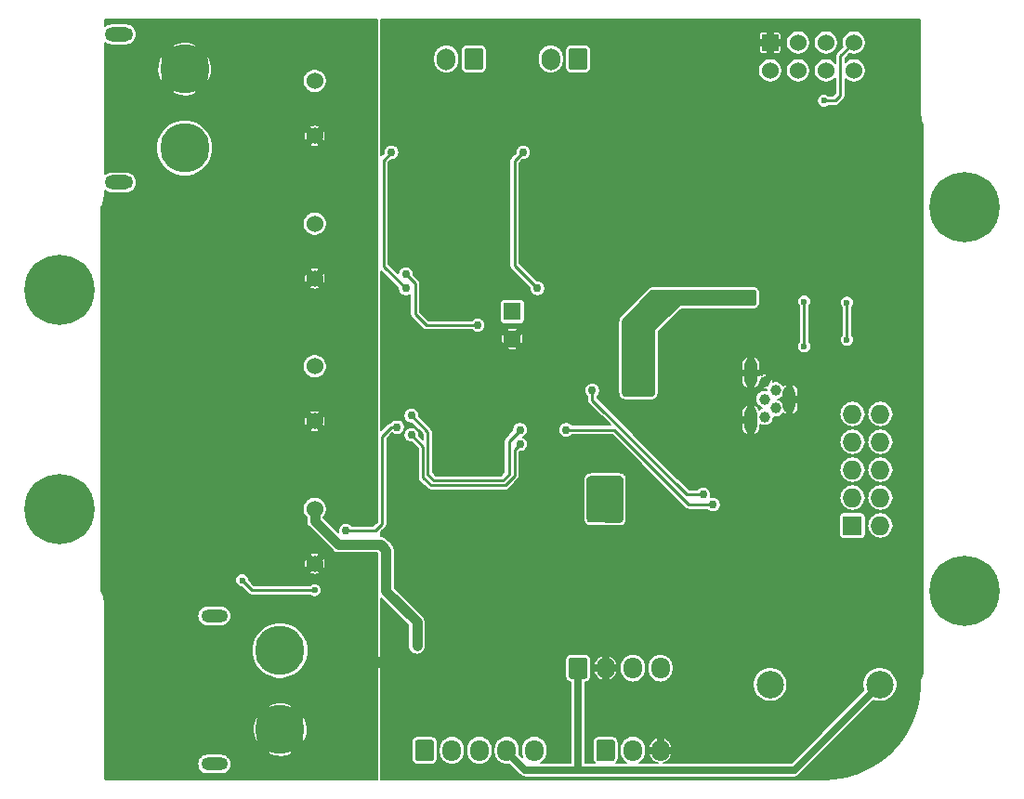
<source format=gbl>
G04 #@! TF.GenerationSoftware,KiCad,Pcbnew,(5.1.4)-1*
G04 #@! TF.CreationDate,2020-08-18T21:21:43-04:00*
G04 #@! TF.ProjectId,EBoard Sidecar,45426f61-7264-4205-9369-64656361722e,rev?*
G04 #@! TF.SameCoordinates,Original*
G04 #@! TF.FileFunction,Copper,L2,Bot*
G04 #@! TF.FilePolarity,Positive*
%FSLAX46Y46*%
G04 Gerber Fmt 4.6, Leading zero omitted, Abs format (unit mm)*
G04 Created by KiCad (PCBNEW (5.1.4)-1) date 2020-08-18 21:21:43*
%MOMM*%
%LPD*%
G04 APERTURE LIST*
%ADD10C,6.400000*%
%ADD11O,1.727200X1.727200*%
%ADD12R,1.727200X1.727200*%
%ADD13O,1.700000X2.000000*%
%ADD14C,0.100000*%
%ADD15C,1.700000*%
%ADD16C,1.524000*%
%ADD17R,1.524000X1.524000*%
%ADD18C,1.000000*%
%ADD19O,1.200000X2.400000*%
%ADD20O,1.200000X2.600000*%
%ADD21O,1.700000X1.950000*%
%ADD22C,4.500001*%
%ADD23O,2.600000X1.300000*%
%ADD24O,2.400000X1.200000*%
%ADD25C,1.600000*%
%ADD26R,1.600000X1.600000*%
%ADD27C,2.500000*%
%ADD28C,0.750000*%
%ADD29C,0.600000*%
%ADD30C,0.635000*%
%ADD31C,0.254000*%
%ADD32C,0.889000*%
%ADD33C,0.152400*%
G04 APERTURE END LIST*
D10*
X178750000Y-127500000D03*
X178750000Y-92500000D03*
X96250000Y-120000000D03*
X96250000Y-100000000D03*
D11*
X171040000Y-111340000D03*
X168500000Y-111340000D03*
X171040000Y-113880000D03*
X168500000Y-113880000D03*
X171040000Y-116420000D03*
X168500000Y-116420000D03*
X171040000Y-118960000D03*
X168500000Y-118960000D03*
X171040000Y-121500000D03*
D12*
X168500000Y-121500000D03*
D13*
X141000000Y-79000000D03*
D14*
G36*
X144124504Y-78001204D02*
G01*
X144148773Y-78004804D01*
X144172571Y-78010765D01*
X144195671Y-78019030D01*
X144217849Y-78029520D01*
X144238893Y-78042133D01*
X144258598Y-78056747D01*
X144276777Y-78073223D01*
X144293253Y-78091402D01*
X144307867Y-78111107D01*
X144320480Y-78132151D01*
X144330970Y-78154329D01*
X144339235Y-78177429D01*
X144345196Y-78201227D01*
X144348796Y-78225496D01*
X144350000Y-78250000D01*
X144350000Y-79750000D01*
X144348796Y-79774504D01*
X144345196Y-79798773D01*
X144339235Y-79822571D01*
X144330970Y-79845671D01*
X144320480Y-79867849D01*
X144307867Y-79888893D01*
X144293253Y-79908598D01*
X144276777Y-79926777D01*
X144258598Y-79943253D01*
X144238893Y-79957867D01*
X144217849Y-79970480D01*
X144195671Y-79980970D01*
X144172571Y-79989235D01*
X144148773Y-79995196D01*
X144124504Y-79998796D01*
X144100000Y-80000000D01*
X142900000Y-80000000D01*
X142875496Y-79998796D01*
X142851227Y-79995196D01*
X142827429Y-79989235D01*
X142804329Y-79980970D01*
X142782151Y-79970480D01*
X142761107Y-79957867D01*
X142741402Y-79943253D01*
X142723223Y-79926777D01*
X142706747Y-79908598D01*
X142692133Y-79888893D01*
X142679520Y-79867849D01*
X142669030Y-79845671D01*
X142660765Y-79822571D01*
X142654804Y-79798773D01*
X142651204Y-79774504D01*
X142650000Y-79750000D01*
X142650000Y-78250000D01*
X142651204Y-78225496D01*
X142654804Y-78201227D01*
X142660765Y-78177429D01*
X142669030Y-78154329D01*
X142679520Y-78132151D01*
X142692133Y-78111107D01*
X142706747Y-78091402D01*
X142723223Y-78073223D01*
X142741402Y-78056747D01*
X142761107Y-78042133D01*
X142782151Y-78029520D01*
X142804329Y-78019030D01*
X142827429Y-78010765D01*
X142851227Y-78004804D01*
X142875496Y-78001204D01*
X142900000Y-78000000D01*
X144100000Y-78000000D01*
X144124504Y-78001204D01*
X144124504Y-78001204D01*
G37*
D15*
X143500000Y-79000000D03*
D13*
X131500000Y-79000000D03*
D14*
G36*
X134624504Y-78001204D02*
G01*
X134648773Y-78004804D01*
X134672571Y-78010765D01*
X134695671Y-78019030D01*
X134717849Y-78029520D01*
X134738893Y-78042133D01*
X134758598Y-78056747D01*
X134776777Y-78073223D01*
X134793253Y-78091402D01*
X134807867Y-78111107D01*
X134820480Y-78132151D01*
X134830970Y-78154329D01*
X134839235Y-78177429D01*
X134845196Y-78201227D01*
X134848796Y-78225496D01*
X134850000Y-78250000D01*
X134850000Y-79750000D01*
X134848796Y-79774504D01*
X134845196Y-79798773D01*
X134839235Y-79822571D01*
X134830970Y-79845671D01*
X134820480Y-79867849D01*
X134807867Y-79888893D01*
X134793253Y-79908598D01*
X134776777Y-79926777D01*
X134758598Y-79943253D01*
X134738893Y-79957867D01*
X134717849Y-79970480D01*
X134695671Y-79980970D01*
X134672571Y-79989235D01*
X134648773Y-79995196D01*
X134624504Y-79998796D01*
X134600000Y-80000000D01*
X133400000Y-80000000D01*
X133375496Y-79998796D01*
X133351227Y-79995196D01*
X133327429Y-79989235D01*
X133304329Y-79980970D01*
X133282151Y-79970480D01*
X133261107Y-79957867D01*
X133241402Y-79943253D01*
X133223223Y-79926777D01*
X133206747Y-79908598D01*
X133192133Y-79888893D01*
X133179520Y-79867849D01*
X133169030Y-79845671D01*
X133160765Y-79822571D01*
X133154804Y-79798773D01*
X133151204Y-79774504D01*
X133150000Y-79750000D01*
X133150000Y-78250000D01*
X133151204Y-78225496D01*
X133154804Y-78201227D01*
X133160765Y-78177429D01*
X133169030Y-78154329D01*
X133179520Y-78132151D01*
X133192133Y-78111107D01*
X133206747Y-78091402D01*
X133223223Y-78073223D01*
X133241402Y-78056747D01*
X133261107Y-78042133D01*
X133282151Y-78029520D01*
X133304329Y-78019030D01*
X133327429Y-78010765D01*
X133351227Y-78004804D01*
X133375496Y-78001204D01*
X133400000Y-78000000D01*
X134600000Y-78000000D01*
X134624504Y-78001204D01*
X134624504Y-78001204D01*
G37*
D15*
X134000000Y-79000000D03*
D16*
X168620000Y-80040000D03*
X168620000Y-77500000D03*
X166080000Y-80040000D03*
X166080000Y-77500000D03*
X163540000Y-80040000D03*
X163540000Y-77500000D03*
X161000000Y-80040000D03*
D17*
X161000000Y-77500000D03*
D18*
X160500000Y-111600000D03*
X160500000Y-110000000D03*
X160500000Y-108400000D03*
X161500000Y-109200000D03*
X161500000Y-110800000D03*
D19*
X159250000Y-111900000D03*
X162750000Y-110000000D03*
D20*
X159250000Y-107600000D03*
D21*
X151000000Y-134500000D03*
X148500000Y-134500000D03*
X146000000Y-134500000D03*
D14*
G36*
X144124504Y-133526204D02*
G01*
X144148773Y-133529804D01*
X144172571Y-133535765D01*
X144195671Y-133544030D01*
X144217849Y-133554520D01*
X144238893Y-133567133D01*
X144258598Y-133581747D01*
X144276777Y-133598223D01*
X144293253Y-133616402D01*
X144307867Y-133636107D01*
X144320480Y-133657151D01*
X144330970Y-133679329D01*
X144339235Y-133702429D01*
X144345196Y-133726227D01*
X144348796Y-133750496D01*
X144350000Y-133775000D01*
X144350000Y-135225000D01*
X144348796Y-135249504D01*
X144345196Y-135273773D01*
X144339235Y-135297571D01*
X144330970Y-135320671D01*
X144320480Y-135342849D01*
X144307867Y-135363893D01*
X144293253Y-135383598D01*
X144276777Y-135401777D01*
X144258598Y-135418253D01*
X144238893Y-135432867D01*
X144217849Y-135445480D01*
X144195671Y-135455970D01*
X144172571Y-135464235D01*
X144148773Y-135470196D01*
X144124504Y-135473796D01*
X144100000Y-135475000D01*
X142900000Y-135475000D01*
X142875496Y-135473796D01*
X142851227Y-135470196D01*
X142827429Y-135464235D01*
X142804329Y-135455970D01*
X142782151Y-135445480D01*
X142761107Y-135432867D01*
X142741402Y-135418253D01*
X142723223Y-135401777D01*
X142706747Y-135383598D01*
X142692133Y-135363893D01*
X142679520Y-135342849D01*
X142669030Y-135320671D01*
X142660765Y-135297571D01*
X142654804Y-135273773D01*
X142651204Y-135249504D01*
X142650000Y-135225000D01*
X142650000Y-133775000D01*
X142651204Y-133750496D01*
X142654804Y-133726227D01*
X142660765Y-133702429D01*
X142669030Y-133679329D01*
X142679520Y-133657151D01*
X142692133Y-133636107D01*
X142706747Y-133616402D01*
X142723223Y-133598223D01*
X142741402Y-133581747D01*
X142761107Y-133567133D01*
X142782151Y-133554520D01*
X142804329Y-133544030D01*
X142827429Y-133535765D01*
X142851227Y-133529804D01*
X142875496Y-133526204D01*
X142900000Y-133525000D01*
X144100000Y-133525000D01*
X144124504Y-133526204D01*
X144124504Y-133526204D01*
G37*
D15*
X143500000Y-134500000D03*
D21*
X151000000Y-142000000D03*
X148500000Y-142000000D03*
D14*
G36*
X146624504Y-141026204D02*
G01*
X146648773Y-141029804D01*
X146672571Y-141035765D01*
X146695671Y-141044030D01*
X146717849Y-141054520D01*
X146738893Y-141067133D01*
X146758598Y-141081747D01*
X146776777Y-141098223D01*
X146793253Y-141116402D01*
X146807867Y-141136107D01*
X146820480Y-141157151D01*
X146830970Y-141179329D01*
X146839235Y-141202429D01*
X146845196Y-141226227D01*
X146848796Y-141250496D01*
X146850000Y-141275000D01*
X146850000Y-142725000D01*
X146848796Y-142749504D01*
X146845196Y-142773773D01*
X146839235Y-142797571D01*
X146830970Y-142820671D01*
X146820480Y-142842849D01*
X146807867Y-142863893D01*
X146793253Y-142883598D01*
X146776777Y-142901777D01*
X146758598Y-142918253D01*
X146738893Y-142932867D01*
X146717849Y-142945480D01*
X146695671Y-142955970D01*
X146672571Y-142964235D01*
X146648773Y-142970196D01*
X146624504Y-142973796D01*
X146600000Y-142975000D01*
X145400000Y-142975000D01*
X145375496Y-142973796D01*
X145351227Y-142970196D01*
X145327429Y-142964235D01*
X145304329Y-142955970D01*
X145282151Y-142945480D01*
X145261107Y-142932867D01*
X145241402Y-142918253D01*
X145223223Y-142901777D01*
X145206747Y-142883598D01*
X145192133Y-142863893D01*
X145179520Y-142842849D01*
X145169030Y-142820671D01*
X145160765Y-142797571D01*
X145154804Y-142773773D01*
X145151204Y-142749504D01*
X145150000Y-142725000D01*
X145150000Y-141275000D01*
X145151204Y-141250496D01*
X145154804Y-141226227D01*
X145160765Y-141202429D01*
X145169030Y-141179329D01*
X145179520Y-141157151D01*
X145192133Y-141136107D01*
X145206747Y-141116402D01*
X145223223Y-141098223D01*
X145241402Y-141081747D01*
X145261107Y-141067133D01*
X145282151Y-141054520D01*
X145304329Y-141044030D01*
X145327429Y-141035765D01*
X145351227Y-141029804D01*
X145375496Y-141026204D01*
X145400000Y-141025000D01*
X146600000Y-141025000D01*
X146624504Y-141026204D01*
X146624504Y-141026204D01*
G37*
D15*
X146000000Y-142000000D03*
D22*
X107650000Y-79900000D03*
X107650000Y-87100000D03*
D23*
X101650000Y-76750000D03*
X101650000Y-90250000D03*
D21*
X139500000Y-142000000D03*
X137000000Y-142000000D03*
X134500000Y-142000000D03*
X132000000Y-142000000D03*
D14*
G36*
X130124504Y-141026204D02*
G01*
X130148773Y-141029804D01*
X130172571Y-141035765D01*
X130195671Y-141044030D01*
X130217849Y-141054520D01*
X130238893Y-141067133D01*
X130258598Y-141081747D01*
X130276777Y-141098223D01*
X130293253Y-141116402D01*
X130307867Y-141136107D01*
X130320480Y-141157151D01*
X130330970Y-141179329D01*
X130339235Y-141202429D01*
X130345196Y-141226227D01*
X130348796Y-141250496D01*
X130350000Y-141275000D01*
X130350000Y-142725000D01*
X130348796Y-142749504D01*
X130345196Y-142773773D01*
X130339235Y-142797571D01*
X130330970Y-142820671D01*
X130320480Y-142842849D01*
X130307867Y-142863893D01*
X130293253Y-142883598D01*
X130276777Y-142901777D01*
X130258598Y-142918253D01*
X130238893Y-142932867D01*
X130217849Y-142945480D01*
X130195671Y-142955970D01*
X130172571Y-142964235D01*
X130148773Y-142970196D01*
X130124504Y-142973796D01*
X130100000Y-142975000D01*
X128900000Y-142975000D01*
X128875496Y-142973796D01*
X128851227Y-142970196D01*
X128827429Y-142964235D01*
X128804329Y-142955970D01*
X128782151Y-142945480D01*
X128761107Y-142932867D01*
X128741402Y-142918253D01*
X128723223Y-142901777D01*
X128706747Y-142883598D01*
X128692133Y-142863893D01*
X128679520Y-142842849D01*
X128669030Y-142820671D01*
X128660765Y-142797571D01*
X128654804Y-142773773D01*
X128651204Y-142749504D01*
X128650000Y-142725000D01*
X128650000Y-141275000D01*
X128651204Y-141250496D01*
X128654804Y-141226227D01*
X128660765Y-141202429D01*
X128669030Y-141179329D01*
X128679520Y-141157151D01*
X128692133Y-141136107D01*
X128706747Y-141116402D01*
X128723223Y-141098223D01*
X128741402Y-141081747D01*
X128761107Y-141067133D01*
X128782151Y-141054520D01*
X128804329Y-141044030D01*
X128827429Y-141035765D01*
X128851227Y-141029804D01*
X128875496Y-141026204D01*
X128900000Y-141025000D01*
X130100000Y-141025000D01*
X130124504Y-141026204D01*
X130124504Y-141026204D01*
G37*
D15*
X129500000Y-142000000D03*
D22*
X116350000Y-140100000D03*
X116350000Y-132900000D03*
D24*
X110350000Y-143250000D03*
X110350000Y-129750000D03*
D25*
X137500000Y-104500000D03*
D26*
X137500000Y-102000000D03*
D16*
X119500000Y-81000000D03*
X119500000Y-86000000D03*
X119500000Y-107000000D03*
X119500000Y-112000000D03*
X119500000Y-120000000D03*
X119500000Y-125000000D03*
X119500000Y-94000000D03*
X119500000Y-99000000D03*
D27*
X161000000Y-136000000D03*
X171000000Y-136000000D03*
D28*
X135400000Y-126200000D03*
X135400000Y-124900000D03*
X134875000Y-136025000D03*
X138875000Y-134075000D03*
X132200000Y-124200000D03*
X133000000Y-119800000D03*
X159600000Y-88000000D03*
X159625000Y-93825000D03*
X173400000Y-88100000D03*
X173300000Y-93800000D03*
X159200000Y-91900000D03*
X168800000Y-90400000D03*
X165000000Y-101800000D03*
X169000000Y-101800000D03*
X165050000Y-140450000D03*
X161000000Y-132900000D03*
X172300000Y-126500000D03*
X155000000Y-128900000D03*
X151500000Y-125500000D03*
X148800000Y-122700000D03*
X143700000Y-109200000D03*
X142400000Y-114800000D03*
X141600000Y-119600000D03*
X142900000Y-117600000D03*
X148800000Y-117300000D03*
X155400000Y-120900000D03*
X155000000Y-109300000D03*
X150600000Y-110700000D03*
X151400000Y-107400000D03*
X140500000Y-106300000D03*
X130875000Y-112375000D03*
X126500000Y-90600000D03*
X126500000Y-91800000D03*
X138500000Y-90600000D03*
X138500000Y-91800000D03*
X131000000Y-100200000D03*
X132000000Y-100200000D03*
X142900000Y-100100000D03*
X144100000Y-100100000D03*
X143100000Y-132500000D03*
X144300000Y-132500000D03*
X139000000Y-124900000D03*
X135000000Y-114600000D03*
X127000000Y-112550000D03*
X122350000Y-122000000D03*
X146000000Y-117600000D03*
X144900000Y-117600000D03*
X147100000Y-117600000D03*
X146000000Y-120700000D03*
X147100000Y-120700000D03*
X144900000Y-120700000D03*
X150000000Y-109250000D03*
X148000000Y-109250000D03*
X149000000Y-109250000D03*
X157000000Y-100750000D03*
X158000000Y-100750000D03*
X159000000Y-100750000D03*
X128800000Y-131400000D03*
X128800000Y-132500000D03*
X126500000Y-87500000D03*
X127800000Y-99900000D03*
X138500000Y-87500000D03*
X139800000Y-99900000D03*
D29*
X164100000Y-105200000D03*
X164100000Y-101100000D03*
X168000000Y-104600000D03*
X168000000Y-101200000D03*
D28*
X155800000Y-119600000D03*
X142400000Y-112800000D03*
X154900000Y-118700000D03*
X144800000Y-109200000D03*
X127800000Y-98600000D03*
X134350000Y-103250000D03*
D29*
X165900000Y-82800000D03*
D28*
X128300000Y-113250000D03*
X138200000Y-114100000D03*
X128300000Y-111500000D03*
X138200000Y-112800000D03*
D29*
X119500000Y-127400000D03*
X112892000Y-126500000D03*
D30*
X137000000Y-142125000D02*
X138675000Y-143800000D01*
X137000000Y-142000000D02*
X137000000Y-142125000D01*
X163200000Y-143800000D02*
X171000000Y-136000000D01*
X143500000Y-141839716D02*
X143500000Y-143800000D01*
X143500000Y-134500000D02*
X143500000Y-141839716D01*
X138675000Y-143800000D02*
X143500000Y-143800000D01*
X143500000Y-143800000D02*
X163200000Y-143800000D01*
D31*
X125000000Y-122000000D02*
X122350000Y-122000000D01*
X125650000Y-121350000D02*
X125000000Y-122000000D01*
X125650000Y-113369670D02*
X125650000Y-121350000D01*
X127000000Y-112550000D02*
X126469670Y-112550000D01*
X126469670Y-112550000D02*
X125650000Y-113369670D01*
D32*
X119500000Y-121077630D02*
X119500000Y-120000000D01*
X128800000Y-130300000D02*
X126000000Y-127500000D01*
X128800000Y-132500000D02*
X128800000Y-130300000D01*
X126000000Y-127500000D02*
X126000000Y-123750000D01*
X126000000Y-123750000D02*
X125500000Y-123250000D01*
X125500000Y-123250000D02*
X121672370Y-123250000D01*
X121672370Y-123250000D02*
X119500000Y-121077630D01*
D31*
X125777010Y-88222990D02*
X126500000Y-87500000D01*
X127800000Y-99900000D02*
X125777010Y-97877010D01*
X125777010Y-97877010D02*
X125777010Y-88222990D01*
X137700000Y-88300000D02*
X138500000Y-87500000D01*
X139800000Y-99900000D02*
X137700000Y-97800000D01*
X137700000Y-97800000D02*
X137700000Y-88300000D01*
X164100000Y-105200000D02*
X164100000Y-101100000D01*
X168000000Y-104700000D02*
X168000000Y-101200000D01*
X146800000Y-112800000D02*
X142400000Y-112800000D01*
X155800000Y-119600000D02*
X153600000Y-119600000D01*
X153600000Y-119600000D02*
X146800000Y-112800000D01*
X144800000Y-110075000D02*
X144800000Y-109200000D01*
X154900000Y-118700000D02*
X153425000Y-118700000D01*
X153425000Y-118700000D02*
X144800000Y-110075000D01*
X127800000Y-98600000D02*
X128650000Y-99450000D01*
X128650000Y-99450000D02*
X128650000Y-102250000D01*
X128650000Y-102250000D02*
X129650000Y-103250000D01*
X129650000Y-103250000D02*
X134350000Y-103250000D01*
X165900000Y-82800000D02*
X166900000Y-82800000D01*
X166900000Y-82800000D02*
X167400000Y-82300000D01*
X167400000Y-78720000D02*
X168620000Y-77500000D01*
X167400000Y-82300000D02*
X167400000Y-78720000D01*
X129350000Y-114300000D02*
X128300000Y-113250000D01*
X137700000Y-117000000D02*
X136850000Y-117850000D01*
X130100000Y-117850000D02*
X129350000Y-117100000D01*
X136850000Y-117850000D02*
X130100000Y-117850000D01*
X129350000Y-117100000D02*
X129350000Y-114300000D01*
X137700000Y-114600000D02*
X137700000Y-117000000D01*
X138200000Y-114100000D02*
X137700000Y-114600000D01*
X129800000Y-113000000D02*
X128300000Y-111500000D01*
X137200000Y-113800000D02*
X137200000Y-116850000D01*
X138200000Y-112800000D02*
X137200000Y-113800000D01*
X137200000Y-116850000D02*
X136650000Y-117400000D01*
X136650000Y-117400000D02*
X130350000Y-117400000D01*
X130350000Y-117400000D02*
X129800000Y-116850000D01*
X129800000Y-116850000D02*
X129800000Y-113000000D01*
X119500000Y-127400000D02*
X113792000Y-127400000D01*
X113792000Y-127400000D02*
X112892000Y-126500000D01*
D33*
G36*
X125173800Y-121179622D02*
G01*
X124810623Y-121542800D01*
X122890103Y-121542800D01*
X122799539Y-121452236D01*
X122684037Y-121375060D01*
X122555699Y-121321901D01*
X122419456Y-121294800D01*
X122280544Y-121294800D01*
X122144301Y-121321901D01*
X122015963Y-121375060D01*
X121900461Y-121452236D01*
X121802236Y-121550461D01*
X121725060Y-121665963D01*
X121671901Y-121794301D01*
X121644800Y-121930544D01*
X121644800Y-122069456D01*
X121659049Y-122141087D01*
X120281283Y-120763321D01*
X120348367Y-120696237D01*
X120467895Y-120517351D01*
X120550228Y-120318583D01*
X120592200Y-120107572D01*
X120592200Y-119892428D01*
X120550228Y-119681417D01*
X120467895Y-119482649D01*
X120348367Y-119303763D01*
X120196237Y-119151633D01*
X120017351Y-119032105D01*
X119818583Y-118949772D01*
X119607572Y-118907800D01*
X119392428Y-118907800D01*
X119181417Y-118949772D01*
X118982649Y-119032105D01*
X118803763Y-119151633D01*
X118651633Y-119303763D01*
X118532105Y-119482649D01*
X118449772Y-119681417D01*
X118407800Y-119892428D01*
X118407800Y-120107572D01*
X118449772Y-120318583D01*
X118532105Y-120517351D01*
X118651633Y-120696237D01*
X118725300Y-120769904D01*
X118725300Y-121039576D01*
X118721552Y-121077630D01*
X118725300Y-121115682D01*
X118736510Y-121229497D01*
X118780808Y-121375528D01*
X118852744Y-121510112D01*
X118949554Y-121628076D01*
X118979116Y-121652337D01*
X121097666Y-123770888D01*
X121121924Y-123800446D01*
X121239887Y-123897256D01*
X121374471Y-123969192D01*
X121520502Y-124013490D01*
X121672369Y-124028448D01*
X121710422Y-124024700D01*
X125173800Y-124024700D01*
X125173800Y-133500000D01*
X125175264Y-133514866D01*
X125179600Y-133529160D01*
X125186642Y-133542334D01*
X125196118Y-133553882D01*
X125207666Y-133563358D01*
X125220840Y-133570400D01*
X125235134Y-133574736D01*
X125250000Y-133576200D01*
X125500000Y-133576200D01*
X125514866Y-133574736D01*
X125529160Y-133570400D01*
X125542334Y-133563358D01*
X125553882Y-133553882D01*
X125563358Y-133542334D01*
X125570400Y-133529160D01*
X125574736Y-133514866D01*
X125576200Y-133500000D01*
X125576200Y-128171791D01*
X128025301Y-130620893D01*
X128025300Y-132538052D01*
X128036510Y-132651867D01*
X128080808Y-132797898D01*
X128152744Y-132932482D01*
X128249554Y-133050446D01*
X128367517Y-133147256D01*
X128502101Y-133219192D01*
X128648132Y-133263490D01*
X128800000Y-133278448D01*
X128951867Y-133263490D01*
X129097898Y-133219192D01*
X129232482Y-133147256D01*
X129350446Y-133050446D01*
X129447256Y-132932483D01*
X129519192Y-132797899D01*
X129563490Y-132651868D01*
X129574700Y-132538053D01*
X129574700Y-130338053D01*
X129578448Y-130300000D01*
X129563490Y-130148132D01*
X129551223Y-130107694D01*
X129519192Y-130002101D01*
X129447256Y-129867517D01*
X129350446Y-129749554D01*
X129320890Y-129725298D01*
X126774700Y-127179109D01*
X126774700Y-123788053D01*
X126778448Y-123750000D01*
X126763490Y-123598132D01*
X126719192Y-123452101D01*
X126692342Y-123401868D01*
X126647256Y-123317517D01*
X126550446Y-123199554D01*
X126520879Y-123175289D01*
X126074707Y-122729116D01*
X126050446Y-122699554D01*
X125932483Y-122602744D01*
X125797899Y-122530808D01*
X125651868Y-122486510D01*
X125576200Y-122479057D01*
X125576200Y-122070377D01*
X125957408Y-121689170D01*
X125974853Y-121674853D01*
X126031987Y-121605236D01*
X126074441Y-121525809D01*
X126100585Y-121439627D01*
X126107200Y-121372460D01*
X126107200Y-121372450D01*
X126109411Y-121350000D01*
X126107200Y-121327550D01*
X126107200Y-113559047D01*
X126561265Y-113104983D01*
X126665963Y-113174940D01*
X126794301Y-113228099D01*
X126930544Y-113255200D01*
X127069456Y-113255200D01*
X127205699Y-113228099D01*
X127334037Y-113174940D01*
X127449539Y-113097764D01*
X127547764Y-112999539D01*
X127624940Y-112884037D01*
X127678099Y-112755699D01*
X127705200Y-112619456D01*
X127705200Y-112480544D01*
X127678099Y-112344301D01*
X127624940Y-112215963D01*
X127547764Y-112100461D01*
X127449539Y-112002236D01*
X127334037Y-111925060D01*
X127205699Y-111871901D01*
X127069456Y-111844800D01*
X126930544Y-111844800D01*
X126794301Y-111871901D01*
X126665963Y-111925060D01*
X126550461Y-112002236D01*
X126461282Y-112091415D01*
X126447219Y-112092800D01*
X126447210Y-112092800D01*
X126380043Y-112099415D01*
X126293861Y-112125559D01*
X126264411Y-112141300D01*
X126214433Y-112168013D01*
X126189802Y-112188228D01*
X126144817Y-112225147D01*
X126130500Y-112242592D01*
X125576200Y-112796893D01*
X125576200Y-111430544D01*
X127594800Y-111430544D01*
X127594800Y-111569456D01*
X127621901Y-111705699D01*
X127675060Y-111834037D01*
X127752236Y-111949539D01*
X127850461Y-112047764D01*
X127965963Y-112124940D01*
X128094301Y-112178099D01*
X128230544Y-112205200D01*
X128358623Y-112205200D01*
X129342801Y-113189379D01*
X129342801Y-113646223D01*
X129005200Y-113308623D01*
X129005200Y-113180544D01*
X128978099Y-113044301D01*
X128924940Y-112915963D01*
X128847764Y-112800461D01*
X128749539Y-112702236D01*
X128634037Y-112625060D01*
X128505699Y-112571901D01*
X128369456Y-112544800D01*
X128230544Y-112544800D01*
X128094301Y-112571901D01*
X127965963Y-112625060D01*
X127850461Y-112702236D01*
X127752236Y-112800461D01*
X127675060Y-112915963D01*
X127621901Y-113044301D01*
X127594800Y-113180544D01*
X127594800Y-113319456D01*
X127621901Y-113455699D01*
X127675060Y-113584037D01*
X127752236Y-113699539D01*
X127850461Y-113797764D01*
X127965963Y-113874940D01*
X128094301Y-113928099D01*
X128230544Y-113955200D01*
X128358623Y-113955200D01*
X128892801Y-114489379D01*
X128892800Y-117077550D01*
X128890589Y-117100000D01*
X128892800Y-117122450D01*
X128892800Y-117122459D01*
X128899415Y-117189626D01*
X128925559Y-117275808D01*
X128968013Y-117355235D01*
X129025147Y-117424853D01*
X129042597Y-117439174D01*
X129760830Y-118157408D01*
X129775147Y-118174853D01*
X129844764Y-118231987D01*
X129924191Y-118274441D01*
X130010373Y-118300585D01*
X130077540Y-118307200D01*
X130077549Y-118307200D01*
X130099999Y-118309411D01*
X130122449Y-118307200D01*
X136827550Y-118307200D01*
X136850000Y-118309411D01*
X136872450Y-118307200D01*
X136872460Y-118307200D01*
X136939627Y-118300585D01*
X137025809Y-118274441D01*
X137105236Y-118231987D01*
X137174853Y-118174853D01*
X137189174Y-118157403D01*
X138007413Y-117339165D01*
X138024853Y-117324853D01*
X138030887Y-117317500D01*
X143969800Y-117317500D01*
X143969800Y-120909896D01*
X143976084Y-120974009D01*
X144000023Y-121094955D01*
X144018516Y-121156335D01*
X144048867Y-121213509D01*
X144117073Y-121316218D01*
X144157555Y-121365929D01*
X144207398Y-121407230D01*
X144309586Y-121476212D01*
X144365952Y-121506754D01*
X144427770Y-121525954D01*
X144548532Y-121550808D01*
X144612594Y-121557578D01*
X147277594Y-121577767D01*
X147342365Y-121571851D01*
X147464603Y-121548378D01*
X147527249Y-121529763D01*
X147584480Y-121499520D01*
X147688301Y-121430858D01*
X147738976Y-121389590D01*
X147780183Y-121339670D01*
X147849630Y-121236372D01*
X147880546Y-121178794D01*
X147899395Y-121116869D01*
X147923794Y-120994812D01*
X147930200Y-120930086D01*
X147930200Y-120636400D01*
X167304603Y-120636400D01*
X167304603Y-122363600D01*
X167310978Y-122428330D01*
X167329860Y-122490573D01*
X167360521Y-122547937D01*
X167401784Y-122598216D01*
X167452063Y-122639479D01*
X167509427Y-122670140D01*
X167571670Y-122689022D01*
X167636400Y-122695397D01*
X169363600Y-122695397D01*
X169428330Y-122689022D01*
X169490573Y-122670140D01*
X169547937Y-122639479D01*
X169598216Y-122598216D01*
X169639479Y-122547937D01*
X169670140Y-122490573D01*
X169689022Y-122428330D01*
X169695397Y-122363600D01*
X169695397Y-121500000D01*
X169840424Y-121500000D01*
X169863474Y-121734026D01*
X169931736Y-121959058D01*
X170042589Y-122166449D01*
X170191772Y-122348228D01*
X170373551Y-122497411D01*
X170580942Y-122608264D01*
X170805974Y-122676526D01*
X170981356Y-122693800D01*
X171098644Y-122693800D01*
X171274026Y-122676526D01*
X171499058Y-122608264D01*
X171706449Y-122497411D01*
X171888228Y-122348228D01*
X172037411Y-122166449D01*
X172148264Y-121959058D01*
X172216526Y-121734026D01*
X172239576Y-121500000D01*
X172216526Y-121265974D01*
X172148264Y-121040942D01*
X172037411Y-120833551D01*
X171888228Y-120651772D01*
X171706449Y-120502589D01*
X171499058Y-120391736D01*
X171274026Y-120323474D01*
X171098644Y-120306200D01*
X170981356Y-120306200D01*
X170805974Y-120323474D01*
X170580942Y-120391736D01*
X170373551Y-120502589D01*
X170191772Y-120651772D01*
X170042589Y-120833551D01*
X169931736Y-121040942D01*
X169863474Y-121265974D01*
X169840424Y-121500000D01*
X169695397Y-121500000D01*
X169695397Y-120636400D01*
X169689022Y-120571670D01*
X169670140Y-120509427D01*
X169639479Y-120452063D01*
X169598216Y-120401784D01*
X169547937Y-120360521D01*
X169490573Y-120329860D01*
X169428330Y-120310978D01*
X169363600Y-120304603D01*
X167636400Y-120304603D01*
X167571670Y-120310978D01*
X167509427Y-120329860D01*
X167452063Y-120360521D01*
X167401784Y-120401784D01*
X167360521Y-120452063D01*
X167329860Y-120509427D01*
X167310978Y-120571670D01*
X167304603Y-120636400D01*
X147930200Y-120636400D01*
X147930200Y-117317500D01*
X147923855Y-117253082D01*
X147899687Y-117131580D01*
X147880896Y-117069634D01*
X147850382Y-117012547D01*
X147781556Y-116909543D01*
X147740494Y-116859509D01*
X147690457Y-116818444D01*
X147587453Y-116749618D01*
X147530363Y-116719103D01*
X147468420Y-116700313D01*
X147346918Y-116676145D01*
X147282500Y-116669800D01*
X144617500Y-116669800D01*
X144553082Y-116676145D01*
X144431580Y-116700313D01*
X144369634Y-116719104D01*
X144312547Y-116749618D01*
X144209543Y-116818444D01*
X144159509Y-116859506D01*
X144118444Y-116909543D01*
X144049618Y-117012547D01*
X144019103Y-117069637D01*
X144000313Y-117131580D01*
X143976145Y-117253082D01*
X143969800Y-117317500D01*
X138030887Y-117317500D01*
X138039165Y-117307414D01*
X138039171Y-117307408D01*
X138081987Y-117255236D01*
X138124441Y-117175810D01*
X138150585Y-117089627D01*
X138154267Y-117052236D01*
X138157200Y-117022460D01*
X138157200Y-117022452D01*
X138159411Y-117000000D01*
X138157200Y-116977548D01*
X138157200Y-114805200D01*
X138269456Y-114805200D01*
X138405699Y-114778099D01*
X138534037Y-114724940D01*
X138649539Y-114647764D01*
X138747764Y-114549539D01*
X138824940Y-114434037D01*
X138878099Y-114305699D01*
X138905200Y-114169456D01*
X138905200Y-114030544D01*
X138878099Y-113894301D01*
X138824940Y-113765963D01*
X138747764Y-113650461D01*
X138649539Y-113552236D01*
X138534037Y-113475060D01*
X138473536Y-113450000D01*
X138534037Y-113424940D01*
X138649539Y-113347764D01*
X138747764Y-113249539D01*
X138824940Y-113134037D01*
X138878099Y-113005699D01*
X138905200Y-112869456D01*
X138905200Y-112730544D01*
X141694800Y-112730544D01*
X141694800Y-112869456D01*
X141721901Y-113005699D01*
X141775060Y-113134037D01*
X141852236Y-113249539D01*
X141950461Y-113347764D01*
X142065963Y-113424940D01*
X142194301Y-113478099D01*
X142330544Y-113505200D01*
X142469456Y-113505200D01*
X142605699Y-113478099D01*
X142734037Y-113424940D01*
X142849539Y-113347764D01*
X142940103Y-113257200D01*
X146610623Y-113257200D01*
X153260830Y-119907408D01*
X153275147Y-119924853D01*
X153292592Y-119939170D01*
X153344763Y-119981987D01*
X153387217Y-120004678D01*
X153424191Y-120024441D01*
X153510373Y-120050585D01*
X153577540Y-120057200D01*
X153577549Y-120057200D01*
X153599999Y-120059411D01*
X153622449Y-120057200D01*
X155259897Y-120057200D01*
X155350461Y-120147764D01*
X155465963Y-120224940D01*
X155594301Y-120278099D01*
X155730544Y-120305200D01*
X155869456Y-120305200D01*
X156005699Y-120278099D01*
X156134037Y-120224940D01*
X156249539Y-120147764D01*
X156347764Y-120049539D01*
X156424940Y-119934037D01*
X156478099Y-119805699D01*
X156505200Y-119669456D01*
X156505200Y-119530544D01*
X156478099Y-119394301D01*
X156424940Y-119265963D01*
X156347764Y-119150461D01*
X156249539Y-119052236D01*
X156134037Y-118975060D01*
X156097679Y-118960000D01*
X167300424Y-118960000D01*
X167323474Y-119194026D01*
X167391736Y-119419058D01*
X167502589Y-119626449D01*
X167651772Y-119808228D01*
X167833551Y-119957411D01*
X168040942Y-120068264D01*
X168265974Y-120136526D01*
X168441356Y-120153800D01*
X168558644Y-120153800D01*
X168734026Y-120136526D01*
X168959058Y-120068264D01*
X169166449Y-119957411D01*
X169348228Y-119808228D01*
X169497411Y-119626449D01*
X169608264Y-119419058D01*
X169676526Y-119194026D01*
X169699576Y-118960000D01*
X169840424Y-118960000D01*
X169863474Y-119194026D01*
X169931736Y-119419058D01*
X170042589Y-119626449D01*
X170191772Y-119808228D01*
X170373551Y-119957411D01*
X170580942Y-120068264D01*
X170805974Y-120136526D01*
X170981356Y-120153800D01*
X171098644Y-120153800D01*
X171274026Y-120136526D01*
X171499058Y-120068264D01*
X171706449Y-119957411D01*
X171888228Y-119808228D01*
X172037411Y-119626449D01*
X172148264Y-119419058D01*
X172216526Y-119194026D01*
X172239576Y-118960000D01*
X172216526Y-118725974D01*
X172148264Y-118500942D01*
X172037411Y-118293551D01*
X171888228Y-118111772D01*
X171706449Y-117962589D01*
X171499058Y-117851736D01*
X171274026Y-117783474D01*
X171098644Y-117766200D01*
X170981356Y-117766200D01*
X170805974Y-117783474D01*
X170580942Y-117851736D01*
X170373551Y-117962589D01*
X170191772Y-118111772D01*
X170042589Y-118293551D01*
X169931736Y-118500942D01*
X169863474Y-118725974D01*
X169840424Y-118960000D01*
X169699576Y-118960000D01*
X169676526Y-118725974D01*
X169608264Y-118500942D01*
X169497411Y-118293551D01*
X169348228Y-118111772D01*
X169166449Y-117962589D01*
X168959058Y-117851736D01*
X168734026Y-117783474D01*
X168558644Y-117766200D01*
X168441356Y-117766200D01*
X168265974Y-117783474D01*
X168040942Y-117851736D01*
X167833551Y-117962589D01*
X167651772Y-118111772D01*
X167502589Y-118293551D01*
X167391736Y-118500942D01*
X167323474Y-118725974D01*
X167300424Y-118960000D01*
X156097679Y-118960000D01*
X156005699Y-118921901D01*
X155869456Y-118894800D01*
X155730544Y-118894800D01*
X155594301Y-118921901D01*
X155566643Y-118933357D01*
X155578099Y-118905699D01*
X155605200Y-118769456D01*
X155605200Y-118630544D01*
X155578099Y-118494301D01*
X155524940Y-118365963D01*
X155447764Y-118250461D01*
X155349539Y-118152236D01*
X155234037Y-118075060D01*
X155105699Y-118021901D01*
X154969456Y-117994800D01*
X154830544Y-117994800D01*
X154694301Y-118021901D01*
X154565963Y-118075060D01*
X154450461Y-118152236D01*
X154359897Y-118242800D01*
X153614378Y-118242800D01*
X151791578Y-116420000D01*
X167300424Y-116420000D01*
X167323474Y-116654026D01*
X167391736Y-116879058D01*
X167502589Y-117086449D01*
X167651772Y-117268228D01*
X167833551Y-117417411D01*
X168040942Y-117528264D01*
X168265974Y-117596526D01*
X168441356Y-117613800D01*
X168558644Y-117613800D01*
X168734026Y-117596526D01*
X168959058Y-117528264D01*
X169166449Y-117417411D01*
X169348228Y-117268228D01*
X169497411Y-117086449D01*
X169608264Y-116879058D01*
X169676526Y-116654026D01*
X169699576Y-116420000D01*
X169840424Y-116420000D01*
X169863474Y-116654026D01*
X169931736Y-116879058D01*
X170042589Y-117086449D01*
X170191772Y-117268228D01*
X170373551Y-117417411D01*
X170580942Y-117528264D01*
X170805974Y-117596526D01*
X170981356Y-117613800D01*
X171098644Y-117613800D01*
X171274026Y-117596526D01*
X171499058Y-117528264D01*
X171706449Y-117417411D01*
X171888228Y-117268228D01*
X172037411Y-117086449D01*
X172148264Y-116879058D01*
X172216526Y-116654026D01*
X172239576Y-116420000D01*
X172216526Y-116185974D01*
X172148264Y-115960942D01*
X172037411Y-115753551D01*
X171888228Y-115571772D01*
X171706449Y-115422589D01*
X171499058Y-115311736D01*
X171274026Y-115243474D01*
X171098644Y-115226200D01*
X170981356Y-115226200D01*
X170805974Y-115243474D01*
X170580942Y-115311736D01*
X170373551Y-115422589D01*
X170191772Y-115571772D01*
X170042589Y-115753551D01*
X169931736Y-115960942D01*
X169863474Y-116185974D01*
X169840424Y-116420000D01*
X169699576Y-116420000D01*
X169676526Y-116185974D01*
X169608264Y-115960942D01*
X169497411Y-115753551D01*
X169348228Y-115571772D01*
X169166449Y-115422589D01*
X168959058Y-115311736D01*
X168734026Y-115243474D01*
X168558644Y-115226200D01*
X168441356Y-115226200D01*
X168265974Y-115243474D01*
X168040942Y-115311736D01*
X167833551Y-115422589D01*
X167651772Y-115571772D01*
X167502589Y-115753551D01*
X167391736Y-115960942D01*
X167323474Y-116185974D01*
X167300424Y-116420000D01*
X151791578Y-116420000D01*
X149251578Y-113880000D01*
X167300424Y-113880000D01*
X167323474Y-114114026D01*
X167391736Y-114339058D01*
X167502589Y-114546449D01*
X167651772Y-114728228D01*
X167833551Y-114877411D01*
X168040942Y-114988264D01*
X168265974Y-115056526D01*
X168441356Y-115073800D01*
X168558644Y-115073800D01*
X168734026Y-115056526D01*
X168959058Y-114988264D01*
X169166449Y-114877411D01*
X169348228Y-114728228D01*
X169497411Y-114546449D01*
X169608264Y-114339058D01*
X169676526Y-114114026D01*
X169699576Y-113880000D01*
X169840424Y-113880000D01*
X169863474Y-114114026D01*
X169931736Y-114339058D01*
X170042589Y-114546449D01*
X170191772Y-114728228D01*
X170373551Y-114877411D01*
X170580942Y-114988264D01*
X170805974Y-115056526D01*
X170981356Y-115073800D01*
X171098644Y-115073800D01*
X171274026Y-115056526D01*
X171499058Y-114988264D01*
X171706449Y-114877411D01*
X171888228Y-114728228D01*
X172037411Y-114546449D01*
X172148264Y-114339058D01*
X172216526Y-114114026D01*
X172239576Y-113880000D01*
X172216526Y-113645974D01*
X172148264Y-113420942D01*
X172037411Y-113213551D01*
X171888228Y-113031772D01*
X171706449Y-112882589D01*
X171499058Y-112771736D01*
X171274026Y-112703474D01*
X171098644Y-112686200D01*
X170981356Y-112686200D01*
X170805974Y-112703474D01*
X170580942Y-112771736D01*
X170373551Y-112882589D01*
X170191772Y-113031772D01*
X170042589Y-113213551D01*
X169931736Y-113420942D01*
X169863474Y-113645974D01*
X169840424Y-113880000D01*
X169699576Y-113880000D01*
X169676526Y-113645974D01*
X169608264Y-113420942D01*
X169497411Y-113213551D01*
X169348228Y-113031772D01*
X169166449Y-112882589D01*
X168959058Y-112771736D01*
X168734026Y-112703474D01*
X168558644Y-112686200D01*
X168441356Y-112686200D01*
X168265974Y-112703474D01*
X168040942Y-112771736D01*
X167833551Y-112882589D01*
X167651772Y-113031772D01*
X167502589Y-113213551D01*
X167391736Y-113420942D01*
X167323474Y-113645974D01*
X167300424Y-113880000D01*
X149251578Y-113880000D01*
X147512878Y-112141300D01*
X158421400Y-112141300D01*
X158421400Y-112741300D01*
X158484397Y-112898315D01*
X158576815Y-113040023D01*
X158695103Y-113160978D01*
X158887667Y-113245180D01*
X159008700Y-113232741D01*
X159008700Y-112141300D01*
X158421400Y-112141300D01*
X147512878Y-112141300D01*
X146430278Y-111058700D01*
X158421400Y-111058700D01*
X158421400Y-111658700D01*
X159008700Y-111658700D01*
X159008700Y-110567259D01*
X159491300Y-110567259D01*
X159491300Y-111658700D01*
X159511300Y-111658700D01*
X159511300Y-112141300D01*
X159491300Y-112141300D01*
X159491300Y-113232741D01*
X159612333Y-113245180D01*
X159804897Y-113160978D01*
X159923185Y-113040023D01*
X160015603Y-112898315D01*
X160078600Y-112741300D01*
X160078600Y-112316903D01*
X160106753Y-112335714D01*
X160257840Y-112398296D01*
X160418232Y-112430200D01*
X160581768Y-112430200D01*
X160742160Y-112398296D01*
X160893247Y-112335714D01*
X161029222Y-112244858D01*
X161144858Y-112129222D01*
X161235714Y-111993247D01*
X161298296Y-111842160D01*
X161330200Y-111681768D01*
X161330200Y-111612689D01*
X161418232Y-111630200D01*
X161581768Y-111630200D01*
X161742160Y-111598296D01*
X161893247Y-111535714D01*
X162029222Y-111444858D01*
X162144858Y-111329222D01*
X162192343Y-111258156D01*
X162195103Y-111260978D01*
X162387667Y-111345180D01*
X162508700Y-111332741D01*
X162508700Y-110241300D01*
X162991300Y-110241300D01*
X162991300Y-111332741D01*
X163112333Y-111345180D01*
X163124179Y-111340000D01*
X167300424Y-111340000D01*
X167323474Y-111574026D01*
X167391736Y-111799058D01*
X167502589Y-112006449D01*
X167651772Y-112188228D01*
X167833551Y-112337411D01*
X168040942Y-112448264D01*
X168265974Y-112516526D01*
X168441356Y-112533800D01*
X168558644Y-112533800D01*
X168734026Y-112516526D01*
X168959058Y-112448264D01*
X169166449Y-112337411D01*
X169348228Y-112188228D01*
X169497411Y-112006449D01*
X169608264Y-111799058D01*
X169676526Y-111574026D01*
X169699576Y-111340000D01*
X169840424Y-111340000D01*
X169863474Y-111574026D01*
X169931736Y-111799058D01*
X170042589Y-112006449D01*
X170191772Y-112188228D01*
X170373551Y-112337411D01*
X170580942Y-112448264D01*
X170805974Y-112516526D01*
X170981356Y-112533800D01*
X171098644Y-112533800D01*
X171274026Y-112516526D01*
X171499058Y-112448264D01*
X171706449Y-112337411D01*
X171888228Y-112188228D01*
X172037411Y-112006449D01*
X172148264Y-111799058D01*
X172216526Y-111574026D01*
X172239576Y-111340000D01*
X172216526Y-111105974D01*
X172148264Y-110880942D01*
X172037411Y-110673551D01*
X171888228Y-110491772D01*
X171706449Y-110342589D01*
X171499058Y-110231736D01*
X171274026Y-110163474D01*
X171098644Y-110146200D01*
X170981356Y-110146200D01*
X170805974Y-110163474D01*
X170580942Y-110231736D01*
X170373551Y-110342589D01*
X170191772Y-110491772D01*
X170042589Y-110673551D01*
X169931736Y-110880942D01*
X169863474Y-111105974D01*
X169840424Y-111340000D01*
X169699576Y-111340000D01*
X169676526Y-111105974D01*
X169608264Y-110880942D01*
X169497411Y-110673551D01*
X169348228Y-110491772D01*
X169166449Y-110342589D01*
X168959058Y-110231736D01*
X168734026Y-110163474D01*
X168558644Y-110146200D01*
X168441356Y-110146200D01*
X168265974Y-110163474D01*
X168040942Y-110231736D01*
X167833551Y-110342589D01*
X167651772Y-110491772D01*
X167502589Y-110673551D01*
X167391736Y-110880942D01*
X167323474Y-111105974D01*
X167300424Y-111340000D01*
X163124179Y-111340000D01*
X163304897Y-111260978D01*
X163423185Y-111140023D01*
X163515603Y-110998315D01*
X163578600Y-110841300D01*
X163578600Y-110241300D01*
X162991300Y-110241300D01*
X162508700Y-110241300D01*
X162115380Y-110241300D01*
X162029222Y-110155142D01*
X161893247Y-110064286D01*
X161742160Y-110001704D01*
X161733593Y-110000000D01*
X161742160Y-109998296D01*
X161893247Y-109935714D01*
X162029222Y-109844858D01*
X162115380Y-109758700D01*
X162508700Y-109758700D01*
X162508700Y-108667259D01*
X162991300Y-108667259D01*
X162991300Y-109758700D01*
X163578600Y-109758700D01*
X163578600Y-109158700D01*
X163515603Y-109001685D01*
X163423185Y-108859977D01*
X163304897Y-108739022D01*
X163112333Y-108654820D01*
X162991300Y-108667259D01*
X162508700Y-108667259D01*
X162387667Y-108654820D01*
X162195103Y-108739022D01*
X162192343Y-108741844D01*
X162144858Y-108670778D01*
X162029222Y-108555142D01*
X161893247Y-108464286D01*
X161742160Y-108401704D01*
X161581768Y-108369800D01*
X161418232Y-108369800D01*
X161257840Y-108401704D01*
X161228629Y-108413804D01*
X161228448Y-108326729D01*
X161201038Y-108188929D01*
X161116363Y-108124887D01*
X160841250Y-108400000D01*
X160855392Y-108414142D01*
X160514142Y-108755392D01*
X160500000Y-108741250D01*
X160224887Y-109016363D01*
X160288929Y-109101038D01*
X160429750Y-109128746D01*
X160573271Y-109128448D01*
X160671661Y-109108877D01*
X160669800Y-109118232D01*
X160669800Y-109187311D01*
X160581768Y-109169800D01*
X160418232Y-109169800D01*
X160257840Y-109201704D01*
X160106753Y-109264286D01*
X159970778Y-109355142D01*
X159855142Y-109470778D01*
X159764286Y-109606753D01*
X159701704Y-109757840D01*
X159669800Y-109918232D01*
X159669800Y-110081768D01*
X159701704Y-110242160D01*
X159764286Y-110393247D01*
X159855142Y-110529222D01*
X159970778Y-110644858D01*
X160106753Y-110735714D01*
X160257840Y-110798296D01*
X160266407Y-110800000D01*
X160257840Y-110801704D01*
X160106753Y-110864286D01*
X160023040Y-110920221D01*
X160015603Y-110901685D01*
X159923185Y-110759977D01*
X159804897Y-110639022D01*
X159612333Y-110554820D01*
X159491300Y-110567259D01*
X159008700Y-110567259D01*
X158887667Y-110554820D01*
X158695103Y-110639022D01*
X158576815Y-110759977D01*
X158484397Y-110901685D01*
X158421400Y-111058700D01*
X146430278Y-111058700D01*
X145257200Y-109885623D01*
X145257200Y-109740103D01*
X145347764Y-109649539D01*
X145424940Y-109534037D01*
X145478099Y-109405699D01*
X145505200Y-109269456D01*
X145505200Y-109130544D01*
X145478099Y-108994301D01*
X145424940Y-108865963D01*
X145347764Y-108750461D01*
X145249539Y-108652236D01*
X145134037Y-108575060D01*
X145005699Y-108521901D01*
X144869456Y-108494800D01*
X144730544Y-108494800D01*
X144594301Y-108521901D01*
X144465963Y-108575060D01*
X144350461Y-108652236D01*
X144252236Y-108750461D01*
X144175060Y-108865963D01*
X144121901Y-108994301D01*
X144094800Y-109130544D01*
X144094800Y-109269456D01*
X144121901Y-109405699D01*
X144175060Y-109534037D01*
X144252236Y-109649539D01*
X144342800Y-109740103D01*
X144342800Y-110052550D01*
X144340589Y-110075000D01*
X144342800Y-110097450D01*
X144342800Y-110097459D01*
X144349415Y-110164626D01*
X144375559Y-110250808D01*
X144418013Y-110330235D01*
X144475147Y-110399853D01*
X144492597Y-110414174D01*
X146421223Y-112342800D01*
X142940103Y-112342800D01*
X142849539Y-112252236D01*
X142734037Y-112175060D01*
X142605699Y-112121901D01*
X142469456Y-112094800D01*
X142330544Y-112094800D01*
X142194301Y-112121901D01*
X142065963Y-112175060D01*
X141950461Y-112252236D01*
X141852236Y-112350461D01*
X141775060Y-112465963D01*
X141721901Y-112594301D01*
X141694800Y-112730544D01*
X138905200Y-112730544D01*
X138878099Y-112594301D01*
X138824940Y-112465963D01*
X138747764Y-112350461D01*
X138649539Y-112252236D01*
X138534037Y-112175060D01*
X138405699Y-112121901D01*
X138269456Y-112094800D01*
X138130544Y-112094800D01*
X137994301Y-112121901D01*
X137865963Y-112175060D01*
X137750461Y-112252236D01*
X137652236Y-112350461D01*
X137575060Y-112465963D01*
X137521901Y-112594301D01*
X137494800Y-112730544D01*
X137494800Y-112858622D01*
X136892597Y-113460826D01*
X136875147Y-113475147D01*
X136818013Y-113544765D01*
X136775559Y-113624192D01*
X136749415Y-113710374D01*
X136742800Y-113777541D01*
X136742800Y-113777550D01*
X136740589Y-113800000D01*
X136742800Y-113822450D01*
X136742801Y-116660621D01*
X136460623Y-116942800D01*
X130539378Y-116942800D01*
X130257200Y-116660623D01*
X130257200Y-113022449D01*
X130259411Y-112999999D01*
X130257200Y-112977549D01*
X130257200Y-112977540D01*
X130250585Y-112910373D01*
X130224441Y-112824191D01*
X130187832Y-112755699D01*
X130181987Y-112744763D01*
X130139170Y-112692592D01*
X130124853Y-112675147D01*
X130107408Y-112660830D01*
X129005200Y-111558623D01*
X129005200Y-111430544D01*
X128978099Y-111294301D01*
X128924940Y-111165963D01*
X128847764Y-111050461D01*
X128749539Y-110952236D01*
X128634037Y-110875060D01*
X128505699Y-110821901D01*
X128369456Y-110794800D01*
X128230544Y-110794800D01*
X128094301Y-110821901D01*
X127965963Y-110875060D01*
X127850461Y-110952236D01*
X127752236Y-111050461D01*
X127675060Y-111165963D01*
X127621901Y-111294301D01*
X127594800Y-111430544D01*
X125576200Y-111430544D01*
X125576200Y-105339648D01*
X137001601Y-105339648D01*
X137104483Y-105454907D01*
X137298376Y-105513720D01*
X137500017Y-105533577D01*
X137701658Y-105513713D01*
X137895517Y-105454907D01*
X137998399Y-105339648D01*
X137500000Y-104841250D01*
X137001601Y-105339648D01*
X125576200Y-105339648D01*
X125576200Y-104500017D01*
X136466423Y-104500017D01*
X136486287Y-104701658D01*
X136545093Y-104895517D01*
X136660352Y-104998399D01*
X137158750Y-104500000D01*
X137841250Y-104500000D01*
X138339648Y-104998399D01*
X138454907Y-104895517D01*
X138513720Y-104701624D01*
X138533577Y-104499983D01*
X138513713Y-104298342D01*
X138454907Y-104104483D01*
X138339648Y-104001601D01*
X137841250Y-104500000D01*
X137158750Y-104500000D01*
X136660352Y-104001601D01*
X136545093Y-104104483D01*
X136486280Y-104298376D01*
X136466423Y-104500017D01*
X125576200Y-104500017D01*
X125576200Y-98322777D01*
X127094800Y-99841378D01*
X127094800Y-99969456D01*
X127121901Y-100105699D01*
X127175060Y-100234037D01*
X127252236Y-100349539D01*
X127350461Y-100447764D01*
X127465963Y-100524940D01*
X127594301Y-100578099D01*
X127730544Y-100605200D01*
X127869456Y-100605200D01*
X128005699Y-100578099D01*
X128134037Y-100524940D01*
X128192800Y-100485676D01*
X128192801Y-102227540D01*
X128190589Y-102250000D01*
X128192801Y-102272460D01*
X128199416Y-102339627D01*
X128225560Y-102425809D01*
X128268014Y-102505236D01*
X128325148Y-102574853D01*
X128342592Y-102589169D01*
X129310835Y-103557414D01*
X129325147Y-103574853D01*
X129342586Y-103589165D01*
X129342592Y-103589171D01*
X129394764Y-103631987D01*
X129474190Y-103674441D01*
X129556925Y-103699539D01*
X129560373Y-103700585D01*
X129627540Y-103707200D01*
X129627548Y-103707200D01*
X129650000Y-103709411D01*
X129672452Y-103707200D01*
X133809897Y-103707200D01*
X133900461Y-103797764D01*
X134015963Y-103874940D01*
X134144301Y-103928099D01*
X134280544Y-103955200D01*
X134419456Y-103955200D01*
X134555699Y-103928099D01*
X134684037Y-103874940D01*
X134799539Y-103797764D01*
X134897764Y-103699539D01*
X134923947Y-103660352D01*
X137001601Y-103660352D01*
X137500000Y-104158750D01*
X137998399Y-103660352D01*
X137895517Y-103545093D01*
X137701624Y-103486280D01*
X137499983Y-103466423D01*
X137298342Y-103486287D01*
X137104483Y-103545093D01*
X137001601Y-103660352D01*
X134923947Y-103660352D01*
X134974940Y-103584037D01*
X135028099Y-103455699D01*
X135055200Y-103319456D01*
X135055200Y-103180544D01*
X135028099Y-103044301D01*
X134974940Y-102915963D01*
X134897764Y-102800461D01*
X134799539Y-102702236D01*
X134684037Y-102625060D01*
X134555699Y-102571901D01*
X134419456Y-102544800D01*
X134280544Y-102544800D01*
X134144301Y-102571901D01*
X134015963Y-102625060D01*
X133900461Y-102702236D01*
X133809897Y-102792800D01*
X129839379Y-102792800D01*
X129107200Y-102060623D01*
X129107200Y-101200000D01*
X136368203Y-101200000D01*
X136368203Y-102800000D01*
X136374578Y-102864730D01*
X136393460Y-102926973D01*
X136424121Y-102984337D01*
X136465384Y-103034616D01*
X136515663Y-103075879D01*
X136573027Y-103106540D01*
X136635270Y-103125422D01*
X136700000Y-103131797D01*
X138300000Y-103131797D01*
X138364730Y-103125422D01*
X138426973Y-103106540D01*
X138484337Y-103075879D01*
X138534616Y-103034616D01*
X138575879Y-102984337D01*
X138606540Y-102926973D01*
X138620330Y-102881513D01*
X147169800Y-102881513D01*
X147169800Y-109432500D01*
X147176145Y-109496918D01*
X147200313Y-109618420D01*
X147219104Y-109680366D01*
X147249618Y-109737453D01*
X147318444Y-109840457D01*
X147359506Y-109890491D01*
X147409543Y-109931556D01*
X147512547Y-110000382D01*
X147569637Y-110030897D01*
X147631580Y-110049687D01*
X147753082Y-110073855D01*
X147817500Y-110080200D01*
X150182500Y-110080200D01*
X150246918Y-110073855D01*
X150368420Y-110049687D01*
X150430366Y-110030896D01*
X150487453Y-110000382D01*
X150590457Y-109931556D01*
X150640491Y-109890494D01*
X150681556Y-109840457D01*
X150750382Y-109737453D01*
X150780897Y-109680363D01*
X150799687Y-109618420D01*
X150823855Y-109496918D01*
X150830200Y-109432500D01*
X150830200Y-107841300D01*
X158421400Y-107841300D01*
X158421400Y-108541300D01*
X158484397Y-108698315D01*
X158576815Y-108840023D01*
X158695103Y-108960978D01*
X158887667Y-109045180D01*
X159008700Y-109032741D01*
X159008700Y-107841300D01*
X159491300Y-107841300D01*
X159491300Y-109032741D01*
X159612333Y-109045180D01*
X159804897Y-108960978D01*
X159923185Y-108840023D01*
X160015603Y-108698315D01*
X160078600Y-108541300D01*
X160078600Y-108480150D01*
X160158750Y-108400000D01*
X160144608Y-108385858D01*
X160485858Y-108044608D01*
X160500000Y-108058750D01*
X160775113Y-107783637D01*
X160711071Y-107698962D01*
X160570250Y-107671254D01*
X160426729Y-107671552D01*
X160288929Y-107698962D01*
X160224888Y-107783635D01*
X160153196Y-107711943D01*
X160023839Y-107841300D01*
X159491300Y-107841300D01*
X159008700Y-107841300D01*
X158421400Y-107841300D01*
X150830200Y-107841300D01*
X150830200Y-106658700D01*
X158421400Y-106658700D01*
X158421400Y-107358700D01*
X159008700Y-107358700D01*
X159008700Y-106167259D01*
X159491300Y-106167259D01*
X159491300Y-107358700D01*
X160078600Y-107358700D01*
X160078600Y-106658700D01*
X160015603Y-106501685D01*
X159923185Y-106359977D01*
X159804897Y-106239022D01*
X159612333Y-106154820D01*
X159491300Y-106167259D01*
X159008700Y-106167259D01*
X158887667Y-106154820D01*
X158695103Y-106239022D01*
X158576815Y-106359977D01*
X158484397Y-106501685D01*
X158421400Y-106658700D01*
X150830200Y-106658700D01*
X150830200Y-103914032D01*
X150835209Y-103888850D01*
X150849476Y-103867498D01*
X152867498Y-101849476D01*
X152888850Y-101835209D01*
X152914032Y-101830200D01*
X159432500Y-101830200D01*
X159496918Y-101823855D01*
X159618420Y-101799687D01*
X159680366Y-101780896D01*
X159737453Y-101750382D01*
X159840457Y-101681556D01*
X159890491Y-101640494D01*
X159931556Y-101590457D01*
X160000382Y-101487453D01*
X160030897Y-101430363D01*
X160049687Y-101368420D01*
X160073855Y-101246918D01*
X160080200Y-101182500D01*
X160080200Y-101037931D01*
X163469800Y-101037931D01*
X163469800Y-101162069D01*
X163494018Y-101283822D01*
X163541524Y-101398512D01*
X163610492Y-101501729D01*
X163642801Y-101534038D01*
X163642800Y-104765963D01*
X163610492Y-104798271D01*
X163541524Y-104901488D01*
X163494018Y-105016178D01*
X163469800Y-105137931D01*
X163469800Y-105262069D01*
X163494018Y-105383822D01*
X163541524Y-105498512D01*
X163610492Y-105601729D01*
X163698271Y-105689508D01*
X163801488Y-105758476D01*
X163916178Y-105805982D01*
X164037931Y-105830200D01*
X164162069Y-105830200D01*
X164283822Y-105805982D01*
X164398512Y-105758476D01*
X164501729Y-105689508D01*
X164589508Y-105601729D01*
X164658476Y-105498512D01*
X164705982Y-105383822D01*
X164730200Y-105262069D01*
X164730200Y-105137931D01*
X164705982Y-105016178D01*
X164658476Y-104901488D01*
X164589508Y-104798271D01*
X164557200Y-104765963D01*
X164557200Y-101534037D01*
X164589508Y-101501729D01*
X164658476Y-101398512D01*
X164705982Y-101283822D01*
X164730200Y-101162069D01*
X164730200Y-101137931D01*
X167369800Y-101137931D01*
X167369800Y-101262069D01*
X167394018Y-101383822D01*
X167441524Y-101498512D01*
X167510492Y-101601729D01*
X167542801Y-101634038D01*
X167542800Y-104165963D01*
X167510492Y-104198271D01*
X167441524Y-104301488D01*
X167394018Y-104416178D01*
X167369800Y-104537931D01*
X167369800Y-104662069D01*
X167394018Y-104783822D01*
X167441524Y-104898512D01*
X167510492Y-105001729D01*
X167598271Y-105089508D01*
X167701488Y-105158476D01*
X167816178Y-105205982D01*
X167937931Y-105230200D01*
X168062069Y-105230200D01*
X168183822Y-105205982D01*
X168298512Y-105158476D01*
X168401729Y-105089508D01*
X168489508Y-105001729D01*
X168558476Y-104898512D01*
X168605982Y-104783822D01*
X168630200Y-104662069D01*
X168630200Y-104537931D01*
X168605982Y-104416178D01*
X168558476Y-104301488D01*
X168489508Y-104198271D01*
X168457200Y-104165963D01*
X168457200Y-101634037D01*
X168489508Y-101601729D01*
X168558476Y-101498512D01*
X168605982Y-101383822D01*
X168630200Y-101262069D01*
X168630200Y-101137931D01*
X168605982Y-101016178D01*
X168558476Y-100901488D01*
X168489508Y-100798271D01*
X168401729Y-100710492D01*
X168298512Y-100641524D01*
X168183822Y-100594018D01*
X168062069Y-100569800D01*
X167937931Y-100569800D01*
X167816178Y-100594018D01*
X167701488Y-100641524D01*
X167598271Y-100710492D01*
X167510492Y-100798271D01*
X167441524Y-100901488D01*
X167394018Y-101016178D01*
X167369800Y-101137931D01*
X164730200Y-101137931D01*
X164730200Y-101037931D01*
X164705982Y-100916178D01*
X164658476Y-100801488D01*
X164589508Y-100698271D01*
X164501729Y-100610492D01*
X164398512Y-100541524D01*
X164283822Y-100494018D01*
X164162069Y-100469800D01*
X164037931Y-100469800D01*
X163916178Y-100494018D01*
X163801488Y-100541524D01*
X163698271Y-100610492D01*
X163610492Y-100698271D01*
X163541524Y-100801488D01*
X163494018Y-100916178D01*
X163469800Y-101037931D01*
X160080200Y-101037931D01*
X160080200Y-100317500D01*
X160073855Y-100253082D01*
X160049687Y-100131580D01*
X160030896Y-100069634D01*
X160000382Y-100012547D01*
X159931556Y-99909543D01*
X159890494Y-99859509D01*
X159840457Y-99818444D01*
X159737453Y-99749618D01*
X159680363Y-99719103D01*
X159618420Y-99700313D01*
X159496918Y-99676145D01*
X159432500Y-99669800D01*
X150381513Y-99669800D01*
X150317095Y-99676145D01*
X150195593Y-99700313D01*
X150133648Y-99719103D01*
X150076561Y-99749617D01*
X149973556Y-99818443D01*
X149923519Y-99859507D01*
X147359507Y-102423519D01*
X147318443Y-102473556D01*
X147249617Y-102576561D01*
X147219103Y-102633650D01*
X147200313Y-102695593D01*
X147176145Y-102817095D01*
X147169800Y-102881513D01*
X138620330Y-102881513D01*
X138625422Y-102864730D01*
X138631797Y-102800000D01*
X138631797Y-101200000D01*
X138625422Y-101135270D01*
X138606540Y-101073027D01*
X138575879Y-101015663D01*
X138534616Y-100965384D01*
X138484337Y-100924121D01*
X138426973Y-100893460D01*
X138364730Y-100874578D01*
X138300000Y-100868203D01*
X136700000Y-100868203D01*
X136635270Y-100874578D01*
X136573027Y-100893460D01*
X136515663Y-100924121D01*
X136465384Y-100965384D01*
X136424121Y-101015663D01*
X136393460Y-101073027D01*
X136374578Y-101135270D01*
X136368203Y-101200000D01*
X129107200Y-101200000D01*
X129107200Y-99472452D01*
X129109411Y-99450000D01*
X129107200Y-99427548D01*
X129107200Y-99427540D01*
X129100585Y-99360373D01*
X129074705Y-99275060D01*
X129074441Y-99274190D01*
X129031987Y-99194764D01*
X128989171Y-99142592D01*
X128989165Y-99142586D01*
X128974853Y-99125147D01*
X128957415Y-99110836D01*
X128505200Y-98658622D01*
X128505200Y-98530544D01*
X128478099Y-98394301D01*
X128424940Y-98265963D01*
X128347764Y-98150461D01*
X128249539Y-98052236D01*
X128134037Y-97975060D01*
X128005699Y-97921901D01*
X127869456Y-97894800D01*
X127730544Y-97894800D01*
X127594301Y-97921901D01*
X127465963Y-97975060D01*
X127350461Y-98052236D01*
X127252236Y-98150461D01*
X127175060Y-98265963D01*
X127121901Y-98394301D01*
X127094800Y-98530544D01*
X127094800Y-98548223D01*
X126234210Y-97687633D01*
X126234210Y-88412367D01*
X126346577Y-88300000D01*
X137240589Y-88300000D01*
X137242801Y-88322460D01*
X137242800Y-97777550D01*
X137240589Y-97800000D01*
X137242800Y-97822450D01*
X137242800Y-97822459D01*
X137249415Y-97889626D01*
X137275559Y-97975808D01*
X137318013Y-98055235D01*
X137375147Y-98124853D01*
X137392597Y-98139174D01*
X139094800Y-99841378D01*
X139094800Y-99969456D01*
X139121901Y-100105699D01*
X139175060Y-100234037D01*
X139252236Y-100349539D01*
X139350461Y-100447764D01*
X139465963Y-100524940D01*
X139594301Y-100578099D01*
X139730544Y-100605200D01*
X139869456Y-100605200D01*
X140005699Y-100578099D01*
X140134037Y-100524940D01*
X140249539Y-100447764D01*
X140347764Y-100349539D01*
X140424940Y-100234037D01*
X140478099Y-100105699D01*
X140505200Y-99969456D01*
X140505200Y-99830544D01*
X140478099Y-99694301D01*
X140424940Y-99565963D01*
X140347764Y-99450461D01*
X140249539Y-99352236D01*
X140134037Y-99275060D01*
X140005699Y-99221901D01*
X139869456Y-99194800D01*
X139741378Y-99194800D01*
X138157200Y-97610623D01*
X138157200Y-88489377D01*
X138441378Y-88205200D01*
X138569456Y-88205200D01*
X138705699Y-88178099D01*
X138834037Y-88124940D01*
X138949539Y-88047764D01*
X139047764Y-87949539D01*
X139124940Y-87834037D01*
X139178099Y-87705699D01*
X139205200Y-87569456D01*
X139205200Y-87430544D01*
X139178099Y-87294301D01*
X139124940Y-87165963D01*
X139047764Y-87050461D01*
X138949539Y-86952236D01*
X138834037Y-86875060D01*
X138705699Y-86821901D01*
X138569456Y-86794800D01*
X138430544Y-86794800D01*
X138294301Y-86821901D01*
X138165963Y-86875060D01*
X138050461Y-86952236D01*
X137952236Y-87050461D01*
X137875060Y-87165963D01*
X137821901Y-87294301D01*
X137794800Y-87430544D01*
X137794800Y-87558622D01*
X137392592Y-87960830D01*
X137375148Y-87975147D01*
X137318014Y-88044764D01*
X137275560Y-88124191D01*
X137250986Y-88205200D01*
X137249416Y-88210374D01*
X137240589Y-88300000D01*
X126346577Y-88300000D01*
X126441377Y-88205200D01*
X126569456Y-88205200D01*
X126705699Y-88178099D01*
X126834037Y-88124940D01*
X126949539Y-88047764D01*
X127047764Y-87949539D01*
X127124940Y-87834037D01*
X127178099Y-87705699D01*
X127205200Y-87569456D01*
X127205200Y-87430544D01*
X127178099Y-87294301D01*
X127124940Y-87165963D01*
X127047764Y-87050461D01*
X126949539Y-86952236D01*
X126834037Y-86875060D01*
X126705699Y-86821901D01*
X126569456Y-86794800D01*
X126430544Y-86794800D01*
X126294301Y-86821901D01*
X126165963Y-86875060D01*
X126050461Y-86952236D01*
X125952236Y-87050461D01*
X125875060Y-87165963D01*
X125821901Y-87294301D01*
X125794800Y-87430544D01*
X125794800Y-87558623D01*
X125576200Y-87777223D01*
X125576200Y-78792025D01*
X130319800Y-78792025D01*
X130319800Y-79207974D01*
X130336877Y-79381359D01*
X130404362Y-79603827D01*
X130513952Y-79808855D01*
X130661435Y-79988565D01*
X130841144Y-80136048D01*
X131046172Y-80245638D01*
X131268640Y-80313123D01*
X131500000Y-80335910D01*
X131731359Y-80313123D01*
X131953827Y-80245638D01*
X132158855Y-80136048D01*
X132338565Y-79988565D01*
X132486048Y-79808856D01*
X132595638Y-79603828D01*
X132663123Y-79381360D01*
X132680200Y-79207975D01*
X132680200Y-78792026D01*
X132663123Y-78618641D01*
X132595638Y-78396173D01*
X132517507Y-78250000D01*
X132818203Y-78250000D01*
X132818203Y-79750000D01*
X132829382Y-79863503D01*
X132862490Y-79972644D01*
X132916253Y-80073229D01*
X132988607Y-80161393D01*
X133076771Y-80233747D01*
X133177356Y-80287510D01*
X133286497Y-80320618D01*
X133400000Y-80331797D01*
X134600000Y-80331797D01*
X134713503Y-80320618D01*
X134822644Y-80287510D01*
X134923229Y-80233747D01*
X135011393Y-80161393D01*
X135083747Y-80073229D01*
X135137510Y-79972644D01*
X135170618Y-79863503D01*
X135181797Y-79750000D01*
X135181797Y-78792025D01*
X139819800Y-78792025D01*
X139819800Y-79207974D01*
X139836877Y-79381359D01*
X139904362Y-79603827D01*
X140013952Y-79808855D01*
X140161435Y-79988565D01*
X140341144Y-80136048D01*
X140546172Y-80245638D01*
X140768640Y-80313123D01*
X141000000Y-80335910D01*
X141231359Y-80313123D01*
X141453827Y-80245638D01*
X141658855Y-80136048D01*
X141838565Y-79988565D01*
X141986048Y-79808856D01*
X142095638Y-79603828D01*
X142163123Y-79381360D01*
X142180200Y-79207975D01*
X142180200Y-78792026D01*
X142163123Y-78618641D01*
X142095638Y-78396173D01*
X142017507Y-78250000D01*
X142318203Y-78250000D01*
X142318203Y-79750000D01*
X142329382Y-79863503D01*
X142362490Y-79972644D01*
X142416253Y-80073229D01*
X142488607Y-80161393D01*
X142576771Y-80233747D01*
X142677356Y-80287510D01*
X142786497Y-80320618D01*
X142900000Y-80331797D01*
X144100000Y-80331797D01*
X144213503Y-80320618D01*
X144322644Y-80287510D01*
X144423229Y-80233747D01*
X144511393Y-80161393D01*
X144583747Y-80073229D01*
X144637510Y-79972644D01*
X144649709Y-79932428D01*
X159907800Y-79932428D01*
X159907800Y-80147572D01*
X159949772Y-80358583D01*
X160032105Y-80557351D01*
X160151633Y-80736237D01*
X160303763Y-80888367D01*
X160482649Y-81007895D01*
X160681417Y-81090228D01*
X160892428Y-81132200D01*
X161107572Y-81132200D01*
X161318583Y-81090228D01*
X161517351Y-81007895D01*
X161696237Y-80888367D01*
X161848367Y-80736237D01*
X161967895Y-80557351D01*
X162050228Y-80358583D01*
X162092200Y-80147572D01*
X162092200Y-79932428D01*
X162447800Y-79932428D01*
X162447800Y-80147572D01*
X162489772Y-80358583D01*
X162572105Y-80557351D01*
X162691633Y-80736237D01*
X162843763Y-80888367D01*
X163022649Y-81007895D01*
X163221417Y-81090228D01*
X163432428Y-81132200D01*
X163647572Y-81132200D01*
X163858583Y-81090228D01*
X164057351Y-81007895D01*
X164236237Y-80888367D01*
X164388367Y-80736237D01*
X164507895Y-80557351D01*
X164590228Y-80358583D01*
X164632200Y-80147572D01*
X164632200Y-79932428D01*
X164987800Y-79932428D01*
X164987800Y-80147572D01*
X165029772Y-80358583D01*
X165112105Y-80557351D01*
X165231633Y-80736237D01*
X165383763Y-80888367D01*
X165562649Y-81007895D01*
X165761417Y-81090228D01*
X165972428Y-81132200D01*
X166187572Y-81132200D01*
X166398583Y-81090228D01*
X166597351Y-81007895D01*
X166776237Y-80888367D01*
X166928367Y-80736237D01*
X166942800Y-80714636D01*
X166942800Y-82110622D01*
X166710623Y-82342800D01*
X166334037Y-82342800D01*
X166301729Y-82310492D01*
X166198512Y-82241524D01*
X166083822Y-82194018D01*
X165962069Y-82169800D01*
X165837931Y-82169800D01*
X165716178Y-82194018D01*
X165601488Y-82241524D01*
X165498271Y-82310492D01*
X165410492Y-82398271D01*
X165341524Y-82501488D01*
X165294018Y-82616178D01*
X165269800Y-82737931D01*
X165269800Y-82862069D01*
X165294018Y-82983822D01*
X165341524Y-83098512D01*
X165410492Y-83201729D01*
X165498271Y-83289508D01*
X165601488Y-83358476D01*
X165716178Y-83405982D01*
X165837931Y-83430200D01*
X165962069Y-83430200D01*
X166083822Y-83405982D01*
X166198512Y-83358476D01*
X166301729Y-83289508D01*
X166334037Y-83257200D01*
X166877550Y-83257200D01*
X166900000Y-83259411D01*
X166922450Y-83257200D01*
X166922460Y-83257200D01*
X166989627Y-83250585D01*
X167075809Y-83224441D01*
X167155236Y-83181987D01*
X167224853Y-83124853D01*
X167239174Y-83107403D01*
X167707409Y-82639169D01*
X167724853Y-82624853D01*
X167781987Y-82555236D01*
X167787584Y-82544764D01*
X167824441Y-82475810D01*
X167830526Y-82455751D01*
X167850585Y-82389627D01*
X167857200Y-82322460D01*
X167857200Y-82322450D01*
X167859411Y-82300000D01*
X167857200Y-82277550D01*
X167857200Y-80821804D01*
X167923763Y-80888367D01*
X168102649Y-81007895D01*
X168301417Y-81090228D01*
X168512428Y-81132200D01*
X168727572Y-81132200D01*
X168938583Y-81090228D01*
X169137351Y-81007895D01*
X169316237Y-80888367D01*
X169468367Y-80736237D01*
X169587895Y-80557351D01*
X169670228Y-80358583D01*
X169712200Y-80147572D01*
X169712200Y-79932428D01*
X169670228Y-79721417D01*
X169587895Y-79522649D01*
X169468367Y-79343763D01*
X169316237Y-79191633D01*
X169137351Y-79072105D01*
X168938583Y-78989772D01*
X168727572Y-78947800D01*
X168512428Y-78947800D01*
X168301417Y-78989772D01*
X168102649Y-79072105D01*
X167923763Y-79191633D01*
X167857200Y-79258196D01*
X167857200Y-78909377D01*
X168241266Y-78525312D01*
X168301417Y-78550228D01*
X168512428Y-78592200D01*
X168727572Y-78592200D01*
X168938583Y-78550228D01*
X169137351Y-78467895D01*
X169316237Y-78348367D01*
X169468367Y-78196237D01*
X169587895Y-78017351D01*
X169670228Y-77818583D01*
X169712200Y-77607572D01*
X169712200Y-77392428D01*
X169670228Y-77181417D01*
X169587895Y-76982649D01*
X169468367Y-76803763D01*
X169316237Y-76651633D01*
X169137351Y-76532105D01*
X168938583Y-76449772D01*
X168727572Y-76407800D01*
X168512428Y-76407800D01*
X168301417Y-76449772D01*
X168102649Y-76532105D01*
X167923763Y-76651633D01*
X167771633Y-76803763D01*
X167652105Y-76982649D01*
X167569772Y-77181417D01*
X167527800Y-77392428D01*
X167527800Y-77607572D01*
X167569772Y-77818583D01*
X167594688Y-77878734D01*
X167092592Y-78380831D01*
X167075148Y-78395147D01*
X167060831Y-78412592D01*
X167060830Y-78412593D01*
X167018013Y-78464765D01*
X167003613Y-78491706D01*
X166975560Y-78544191D01*
X166952976Y-78618640D01*
X166949416Y-78630374D01*
X166940589Y-78720000D01*
X166942801Y-78742460D01*
X166942801Y-79365365D01*
X166928367Y-79343763D01*
X166776237Y-79191633D01*
X166597351Y-79072105D01*
X166398583Y-78989772D01*
X166187572Y-78947800D01*
X165972428Y-78947800D01*
X165761417Y-78989772D01*
X165562649Y-79072105D01*
X165383763Y-79191633D01*
X165231633Y-79343763D01*
X165112105Y-79522649D01*
X165029772Y-79721417D01*
X164987800Y-79932428D01*
X164632200Y-79932428D01*
X164590228Y-79721417D01*
X164507895Y-79522649D01*
X164388367Y-79343763D01*
X164236237Y-79191633D01*
X164057351Y-79072105D01*
X163858583Y-78989772D01*
X163647572Y-78947800D01*
X163432428Y-78947800D01*
X163221417Y-78989772D01*
X163022649Y-79072105D01*
X162843763Y-79191633D01*
X162691633Y-79343763D01*
X162572105Y-79522649D01*
X162489772Y-79721417D01*
X162447800Y-79932428D01*
X162092200Y-79932428D01*
X162050228Y-79721417D01*
X161967895Y-79522649D01*
X161848367Y-79343763D01*
X161696237Y-79191633D01*
X161517351Y-79072105D01*
X161318583Y-78989772D01*
X161107572Y-78947800D01*
X160892428Y-78947800D01*
X160681417Y-78989772D01*
X160482649Y-79072105D01*
X160303763Y-79191633D01*
X160151633Y-79343763D01*
X160032105Y-79522649D01*
X159949772Y-79721417D01*
X159907800Y-79932428D01*
X144649709Y-79932428D01*
X144670618Y-79863503D01*
X144681797Y-79750000D01*
X144681797Y-78262000D01*
X160008294Y-78262000D01*
X160012708Y-78306813D01*
X160025779Y-78349905D01*
X160047006Y-78389618D01*
X160075573Y-78424427D01*
X160110382Y-78452994D01*
X160150095Y-78474221D01*
X160193187Y-78487292D01*
X160238000Y-78491706D01*
X160701550Y-78490600D01*
X160758700Y-78433450D01*
X160758700Y-77741300D01*
X161241300Y-77741300D01*
X161241300Y-78433450D01*
X161298450Y-78490600D01*
X161762000Y-78491706D01*
X161806813Y-78487292D01*
X161849905Y-78474221D01*
X161889618Y-78452994D01*
X161924427Y-78424427D01*
X161952994Y-78389618D01*
X161974221Y-78349905D01*
X161987292Y-78306813D01*
X161991706Y-78262000D01*
X161990600Y-77798450D01*
X161933450Y-77741300D01*
X161241300Y-77741300D01*
X160758700Y-77741300D01*
X160066550Y-77741300D01*
X160009400Y-77798450D01*
X160008294Y-78262000D01*
X144681797Y-78262000D01*
X144681797Y-78250000D01*
X144670618Y-78136497D01*
X144637510Y-78027356D01*
X144583747Y-77926771D01*
X144511393Y-77838607D01*
X144423229Y-77766253D01*
X144322644Y-77712490D01*
X144213503Y-77679382D01*
X144100000Y-77668203D01*
X142900000Y-77668203D01*
X142786497Y-77679382D01*
X142677356Y-77712490D01*
X142576771Y-77766253D01*
X142488607Y-77838607D01*
X142416253Y-77926771D01*
X142362490Y-78027356D01*
X142329382Y-78136497D01*
X142318203Y-78250000D01*
X142017507Y-78250000D01*
X141986048Y-78191145D01*
X141838565Y-78011435D01*
X141658856Y-77863952D01*
X141453828Y-77754362D01*
X141231360Y-77686877D01*
X141000000Y-77664090D01*
X140768641Y-77686877D01*
X140546173Y-77754362D01*
X140341145Y-77863952D01*
X140161436Y-78011435D01*
X140013953Y-78191144D01*
X139904362Y-78396172D01*
X139836877Y-78618640D01*
X139819800Y-78792025D01*
X135181797Y-78792025D01*
X135181797Y-78250000D01*
X135170618Y-78136497D01*
X135137510Y-78027356D01*
X135083747Y-77926771D01*
X135011393Y-77838607D01*
X134923229Y-77766253D01*
X134822644Y-77712490D01*
X134713503Y-77679382D01*
X134600000Y-77668203D01*
X133400000Y-77668203D01*
X133286497Y-77679382D01*
X133177356Y-77712490D01*
X133076771Y-77766253D01*
X132988607Y-77838607D01*
X132916253Y-77926771D01*
X132862490Y-78027356D01*
X132829382Y-78136497D01*
X132818203Y-78250000D01*
X132517507Y-78250000D01*
X132486048Y-78191145D01*
X132338565Y-78011435D01*
X132158856Y-77863952D01*
X131953828Y-77754362D01*
X131731360Y-77686877D01*
X131500000Y-77664090D01*
X131268641Y-77686877D01*
X131046173Y-77754362D01*
X130841145Y-77863952D01*
X130661436Y-78011435D01*
X130513953Y-78191144D01*
X130404362Y-78396172D01*
X130336877Y-78618640D01*
X130319800Y-78792025D01*
X125576200Y-78792025D01*
X125576200Y-77392428D01*
X162447800Y-77392428D01*
X162447800Y-77607572D01*
X162489772Y-77818583D01*
X162572105Y-78017351D01*
X162691633Y-78196237D01*
X162843763Y-78348367D01*
X163022649Y-78467895D01*
X163221417Y-78550228D01*
X163432428Y-78592200D01*
X163647572Y-78592200D01*
X163858583Y-78550228D01*
X164057351Y-78467895D01*
X164236237Y-78348367D01*
X164388367Y-78196237D01*
X164507895Y-78017351D01*
X164590228Y-77818583D01*
X164632200Y-77607572D01*
X164632200Y-77392428D01*
X164987800Y-77392428D01*
X164987800Y-77607572D01*
X165029772Y-77818583D01*
X165112105Y-78017351D01*
X165231633Y-78196237D01*
X165383763Y-78348367D01*
X165562649Y-78467895D01*
X165761417Y-78550228D01*
X165972428Y-78592200D01*
X166187572Y-78592200D01*
X166398583Y-78550228D01*
X166597351Y-78467895D01*
X166776237Y-78348367D01*
X166928367Y-78196237D01*
X167047895Y-78017351D01*
X167130228Y-77818583D01*
X167172200Y-77607572D01*
X167172200Y-77392428D01*
X167130228Y-77181417D01*
X167047895Y-76982649D01*
X166928367Y-76803763D01*
X166776237Y-76651633D01*
X166597351Y-76532105D01*
X166398583Y-76449772D01*
X166187572Y-76407800D01*
X165972428Y-76407800D01*
X165761417Y-76449772D01*
X165562649Y-76532105D01*
X165383763Y-76651633D01*
X165231633Y-76803763D01*
X165112105Y-76982649D01*
X165029772Y-77181417D01*
X164987800Y-77392428D01*
X164632200Y-77392428D01*
X164590228Y-77181417D01*
X164507895Y-76982649D01*
X164388367Y-76803763D01*
X164236237Y-76651633D01*
X164057351Y-76532105D01*
X163858583Y-76449772D01*
X163647572Y-76407800D01*
X163432428Y-76407800D01*
X163221417Y-76449772D01*
X163022649Y-76532105D01*
X162843763Y-76651633D01*
X162691633Y-76803763D01*
X162572105Y-76982649D01*
X162489772Y-77181417D01*
X162447800Y-77392428D01*
X125576200Y-77392428D01*
X125576200Y-76738000D01*
X160008294Y-76738000D01*
X160009400Y-77201550D01*
X160066550Y-77258700D01*
X160758700Y-77258700D01*
X160758700Y-76566550D01*
X161241300Y-76566550D01*
X161241300Y-77258700D01*
X161933450Y-77258700D01*
X161990600Y-77201550D01*
X161991706Y-76738000D01*
X161987292Y-76693187D01*
X161974221Y-76650095D01*
X161952994Y-76610382D01*
X161924427Y-76575573D01*
X161889618Y-76547006D01*
X161849905Y-76525779D01*
X161806813Y-76512708D01*
X161762000Y-76508294D01*
X161298450Y-76509400D01*
X161241300Y-76566550D01*
X160758700Y-76566550D01*
X160701550Y-76509400D01*
X160238000Y-76508294D01*
X160193187Y-76512708D01*
X160150095Y-76525779D01*
X160110382Y-76547006D01*
X160075573Y-76575573D01*
X160047006Y-76610382D01*
X160025779Y-76650095D01*
X160012708Y-76693187D01*
X160008294Y-76738000D01*
X125576200Y-76738000D01*
X125576200Y-75381000D01*
X174481364Y-75381000D01*
X174522760Y-75385059D01*
X174544650Y-75391668D01*
X174564841Y-75402403D01*
X174582565Y-75416859D01*
X174597142Y-75434479D01*
X174608018Y-75454594D01*
X174614780Y-75476437D01*
X174619001Y-75516601D01*
X174619000Y-83864012D01*
X174619652Y-83870637D01*
X174624104Y-83998109D01*
X174627095Y-84020529D01*
X174628357Y-84043099D01*
X174629207Y-84048351D01*
X174694302Y-84433217D01*
X174703365Y-84466574D01*
X174711944Y-84499987D01*
X174713798Y-84504973D01*
X174852407Y-84869865D01*
X174867758Y-84900790D01*
X174882682Y-84931938D01*
X174885470Y-84936469D01*
X174923800Y-84997810D01*
X174923800Y-135007386D01*
X174826914Y-135183554D01*
X174813314Y-135215270D01*
X174799254Y-135246836D01*
X174797613Y-135251888D01*
X174797610Y-135251894D01*
X174797610Y-135251896D01*
X174679526Y-135623938D01*
X174672334Y-135657747D01*
X174664686Y-135691385D01*
X174664055Y-135696667D01*
X174620483Y-136084560D01*
X174620438Y-136087756D01*
X174619335Y-136096475D01*
X174525508Y-137260321D01*
X174283929Y-138376808D01*
X173896814Y-139451526D01*
X173370955Y-140465616D01*
X172715605Y-141401236D01*
X171942260Y-142241974D01*
X171064520Y-142973043D01*
X170097797Y-143581606D01*
X169059089Y-144056965D01*
X167966630Y-144390772D01*
X166836314Y-144577711D01*
X165990697Y-144619000D01*
X125576200Y-144619000D01*
X125576200Y-141275000D01*
X128318203Y-141275000D01*
X128318203Y-142725000D01*
X128329382Y-142838503D01*
X128362490Y-142947644D01*
X128416253Y-143048229D01*
X128488607Y-143136393D01*
X128576771Y-143208747D01*
X128677356Y-143262510D01*
X128786497Y-143295618D01*
X128900000Y-143306797D01*
X130100000Y-143306797D01*
X130213503Y-143295618D01*
X130322644Y-143262510D01*
X130423229Y-143208747D01*
X130511393Y-143136393D01*
X130583747Y-143048229D01*
X130637510Y-142947644D01*
X130670618Y-142838503D01*
X130681797Y-142725000D01*
X130681797Y-141817026D01*
X130819800Y-141817026D01*
X130819800Y-142182975D01*
X130836877Y-142356360D01*
X130904362Y-142578828D01*
X131013952Y-142783856D01*
X131161436Y-142963565D01*
X131341145Y-143111048D01*
X131546173Y-143220638D01*
X131768641Y-143288123D01*
X132000000Y-143310910D01*
X132231360Y-143288123D01*
X132453828Y-143220638D01*
X132658856Y-143111048D01*
X132838565Y-142963565D01*
X132986048Y-142783855D01*
X133095638Y-142578827D01*
X133163123Y-142356359D01*
X133180200Y-142182974D01*
X133180200Y-141817026D01*
X133319800Y-141817026D01*
X133319800Y-142182975D01*
X133336877Y-142356360D01*
X133404362Y-142578828D01*
X133513952Y-142783856D01*
X133661436Y-142963565D01*
X133841145Y-143111048D01*
X134046173Y-143220638D01*
X134268641Y-143288123D01*
X134500000Y-143310910D01*
X134731360Y-143288123D01*
X134953828Y-143220638D01*
X135158856Y-143111048D01*
X135338565Y-142963565D01*
X135486048Y-142783855D01*
X135595638Y-142578827D01*
X135663123Y-142356359D01*
X135680200Y-142182974D01*
X135680200Y-141817026D01*
X135819800Y-141817026D01*
X135819800Y-142182975D01*
X135836877Y-142356360D01*
X135904362Y-142578828D01*
X136013952Y-142783856D01*
X136161436Y-142963565D01*
X136341145Y-143111048D01*
X136546173Y-143220638D01*
X136768641Y-143288123D01*
X137000000Y-143310910D01*
X137231360Y-143288123D01*
X137243465Y-143284451D01*
X138194517Y-144235503D01*
X138214792Y-144260208D01*
X138313417Y-144341148D01*
X138406358Y-144390826D01*
X138425937Y-144401291D01*
X138548028Y-144438327D01*
X138559074Y-144439415D01*
X138643191Y-144447700D01*
X138643199Y-144447700D01*
X138675000Y-144450832D01*
X138706801Y-144447700D01*
X143468192Y-144447700D01*
X143500000Y-144450833D01*
X143531809Y-144447700D01*
X163168199Y-144447700D01*
X163200000Y-144450832D01*
X163231801Y-144447700D01*
X163231809Y-144447700D01*
X163326971Y-144438327D01*
X163449063Y-144401291D01*
X163561583Y-144341148D01*
X163660208Y-144260208D01*
X163680488Y-144235497D01*
X170438267Y-137477719D01*
X170539073Y-137519474D01*
X170844364Y-137580200D01*
X171155636Y-137580200D01*
X171460927Y-137519474D01*
X171748505Y-137400355D01*
X172007319Y-137227422D01*
X172227422Y-137007319D01*
X172400355Y-136748505D01*
X172519474Y-136460927D01*
X172580200Y-136155636D01*
X172580200Y-135844364D01*
X172519474Y-135539073D01*
X172400355Y-135251495D01*
X172227422Y-134992681D01*
X172007319Y-134772578D01*
X171748505Y-134599645D01*
X171460927Y-134480526D01*
X171155636Y-134419800D01*
X170844364Y-134419800D01*
X170539073Y-134480526D01*
X170251495Y-134599645D01*
X169992681Y-134772578D01*
X169772578Y-134992681D01*
X169599645Y-135251495D01*
X169480526Y-135539073D01*
X169419800Y-135844364D01*
X169419800Y-136155636D01*
X169480526Y-136460927D01*
X169522281Y-136561733D01*
X162931715Y-143152300D01*
X151241302Y-143152300D01*
X151241302Y-143117539D01*
X151402783Y-143125572D01*
X151532206Y-143055381D01*
X151703488Y-142933676D01*
X151847736Y-142780894D01*
X151959406Y-142602906D01*
X152034206Y-142406552D01*
X152008368Y-142241300D01*
X151241300Y-142241300D01*
X151241300Y-142261300D01*
X150758700Y-142261300D01*
X150758700Y-142241300D01*
X149991632Y-142241300D01*
X149965794Y-142406552D01*
X150040594Y-142602906D01*
X150152264Y-142780894D01*
X150296512Y-142933676D01*
X150467794Y-143055381D01*
X150597217Y-143125572D01*
X150758698Y-143117539D01*
X150758698Y-143152300D01*
X149081679Y-143152300D01*
X149158856Y-143111048D01*
X149338565Y-142963565D01*
X149486048Y-142783855D01*
X149595638Y-142578827D01*
X149663123Y-142356359D01*
X149680200Y-142182974D01*
X149680200Y-141817025D01*
X149663123Y-141643640D01*
X149647898Y-141593448D01*
X149965794Y-141593448D01*
X149991632Y-141758700D01*
X150758700Y-141758700D01*
X150758700Y-140882461D01*
X151241300Y-140882461D01*
X151241300Y-141758700D01*
X152008368Y-141758700D01*
X152034206Y-141593448D01*
X151959406Y-141397094D01*
X151847736Y-141219106D01*
X151703488Y-141066324D01*
X151532206Y-140944619D01*
X151402783Y-140874428D01*
X151241300Y-140882461D01*
X150758700Y-140882461D01*
X150597217Y-140874428D01*
X150467794Y-140944619D01*
X150296512Y-141066324D01*
X150152264Y-141219106D01*
X150040594Y-141397094D01*
X149965794Y-141593448D01*
X149647898Y-141593448D01*
X149595638Y-141421172D01*
X149486048Y-141216144D01*
X149338565Y-141036435D01*
X149158855Y-140888952D01*
X148953827Y-140779362D01*
X148731359Y-140711877D01*
X148500000Y-140689090D01*
X148268640Y-140711877D01*
X148046172Y-140779362D01*
X147841144Y-140888952D01*
X147661435Y-141036435D01*
X147513952Y-141216145D01*
X147404362Y-141421173D01*
X147336877Y-141643641D01*
X147319800Y-141817026D01*
X147319800Y-142182975D01*
X147336877Y-142356360D01*
X147404362Y-142578828D01*
X147513952Y-142783856D01*
X147661436Y-142963565D01*
X147841145Y-143111048D01*
X147918322Y-143152300D01*
X146992010Y-143152300D01*
X147011393Y-143136393D01*
X147083747Y-143048229D01*
X147137510Y-142947644D01*
X147170618Y-142838503D01*
X147181797Y-142725000D01*
X147181797Y-141275000D01*
X147170618Y-141161497D01*
X147137510Y-141052356D01*
X147083747Y-140951771D01*
X147011393Y-140863607D01*
X146923229Y-140791253D01*
X146822644Y-140737490D01*
X146713503Y-140704382D01*
X146600000Y-140693203D01*
X145400000Y-140693203D01*
X145286497Y-140704382D01*
X145177356Y-140737490D01*
X145076771Y-140791253D01*
X144988607Y-140863607D01*
X144916253Y-140951771D01*
X144862490Y-141052356D01*
X144829382Y-141161497D01*
X144818203Y-141275000D01*
X144818203Y-142725000D01*
X144829382Y-142838503D01*
X144862490Y-142947644D01*
X144916253Y-143048229D01*
X144988607Y-143136393D01*
X145007990Y-143152300D01*
X144147700Y-143152300D01*
X144147700Y-135844364D01*
X159419800Y-135844364D01*
X159419800Y-136155636D01*
X159480526Y-136460927D01*
X159599645Y-136748505D01*
X159772578Y-137007319D01*
X159992681Y-137227422D01*
X160251495Y-137400355D01*
X160539073Y-137519474D01*
X160844364Y-137580200D01*
X161155636Y-137580200D01*
X161460927Y-137519474D01*
X161748505Y-137400355D01*
X162007319Y-137227422D01*
X162227422Y-137007319D01*
X162400355Y-136748505D01*
X162519474Y-136460927D01*
X162580200Y-136155636D01*
X162580200Y-135844364D01*
X162519474Y-135539073D01*
X162400355Y-135251495D01*
X162227422Y-134992681D01*
X162007319Y-134772578D01*
X161748505Y-134599645D01*
X161460927Y-134480526D01*
X161155636Y-134419800D01*
X160844364Y-134419800D01*
X160539073Y-134480526D01*
X160251495Y-134599645D01*
X159992681Y-134772578D01*
X159772578Y-134992681D01*
X159599645Y-135251495D01*
X159480526Y-135539073D01*
X159419800Y-135844364D01*
X144147700Y-135844364D01*
X144147700Y-135802099D01*
X144213503Y-135795618D01*
X144322644Y-135762510D01*
X144423229Y-135708747D01*
X144511393Y-135636393D01*
X144583747Y-135548229D01*
X144637510Y-135447644D01*
X144670618Y-135338503D01*
X144681797Y-135225000D01*
X144681797Y-134906552D01*
X144965794Y-134906552D01*
X145040594Y-135102906D01*
X145152264Y-135280894D01*
X145296512Y-135433676D01*
X145467794Y-135555381D01*
X145597217Y-135625572D01*
X145758700Y-135617539D01*
X145758700Y-134741300D01*
X146241300Y-134741300D01*
X146241300Y-135617539D01*
X146402783Y-135625572D01*
X146532206Y-135555381D01*
X146703488Y-135433676D01*
X146847736Y-135280894D01*
X146959406Y-135102906D01*
X147034206Y-134906552D01*
X147008368Y-134741300D01*
X146241300Y-134741300D01*
X145758700Y-134741300D01*
X144991632Y-134741300D01*
X144965794Y-134906552D01*
X144681797Y-134906552D01*
X144681797Y-134317026D01*
X147319800Y-134317026D01*
X147319800Y-134682975D01*
X147336877Y-134856360D01*
X147404362Y-135078828D01*
X147513952Y-135283856D01*
X147661436Y-135463565D01*
X147841145Y-135611048D01*
X148046173Y-135720638D01*
X148268641Y-135788123D01*
X148500000Y-135810910D01*
X148731360Y-135788123D01*
X148953828Y-135720638D01*
X149158856Y-135611048D01*
X149338565Y-135463565D01*
X149486048Y-135283855D01*
X149595638Y-135078827D01*
X149663123Y-134856359D01*
X149680200Y-134682974D01*
X149680200Y-134317026D01*
X149819800Y-134317026D01*
X149819800Y-134682975D01*
X149836877Y-134856360D01*
X149904362Y-135078828D01*
X150013952Y-135283856D01*
X150161436Y-135463565D01*
X150341145Y-135611048D01*
X150546173Y-135720638D01*
X150768641Y-135788123D01*
X151000000Y-135810910D01*
X151231360Y-135788123D01*
X151453828Y-135720638D01*
X151658856Y-135611048D01*
X151838565Y-135463565D01*
X151986048Y-135283855D01*
X152095638Y-135078827D01*
X152163123Y-134856359D01*
X152180200Y-134682974D01*
X152180200Y-134317025D01*
X152163123Y-134143640D01*
X152095638Y-133921172D01*
X151986048Y-133716144D01*
X151838565Y-133536435D01*
X151658855Y-133388952D01*
X151453827Y-133279362D01*
X151231359Y-133211877D01*
X151000000Y-133189090D01*
X150768640Y-133211877D01*
X150546172Y-133279362D01*
X150341144Y-133388952D01*
X150161435Y-133536435D01*
X150013952Y-133716145D01*
X149904362Y-133921173D01*
X149836877Y-134143641D01*
X149819800Y-134317026D01*
X149680200Y-134317026D01*
X149680200Y-134317025D01*
X149663123Y-134143640D01*
X149595638Y-133921172D01*
X149486048Y-133716144D01*
X149338565Y-133536435D01*
X149158855Y-133388952D01*
X148953827Y-133279362D01*
X148731359Y-133211877D01*
X148500000Y-133189090D01*
X148268640Y-133211877D01*
X148046172Y-133279362D01*
X147841144Y-133388952D01*
X147661435Y-133536435D01*
X147513952Y-133716145D01*
X147404362Y-133921173D01*
X147336877Y-134143641D01*
X147319800Y-134317026D01*
X144681797Y-134317026D01*
X144681797Y-134093448D01*
X144965794Y-134093448D01*
X144991632Y-134258700D01*
X145758700Y-134258700D01*
X145758700Y-133382461D01*
X146241300Y-133382461D01*
X146241300Y-134258700D01*
X147008368Y-134258700D01*
X147034206Y-134093448D01*
X146959406Y-133897094D01*
X146847736Y-133719106D01*
X146703488Y-133566324D01*
X146532206Y-133444619D01*
X146402783Y-133374428D01*
X146241300Y-133382461D01*
X145758700Y-133382461D01*
X145597217Y-133374428D01*
X145467794Y-133444619D01*
X145296512Y-133566324D01*
X145152264Y-133719106D01*
X145040594Y-133897094D01*
X144965794Y-134093448D01*
X144681797Y-134093448D01*
X144681797Y-133775000D01*
X144670618Y-133661497D01*
X144637510Y-133552356D01*
X144583747Y-133451771D01*
X144511393Y-133363607D01*
X144423229Y-133291253D01*
X144322644Y-133237490D01*
X144213503Y-133204382D01*
X144100000Y-133193203D01*
X142900000Y-133193203D01*
X142786497Y-133204382D01*
X142677356Y-133237490D01*
X142576771Y-133291253D01*
X142488607Y-133363607D01*
X142416253Y-133451771D01*
X142362490Y-133552356D01*
X142329382Y-133661497D01*
X142318203Y-133775000D01*
X142318203Y-135225000D01*
X142329382Y-135338503D01*
X142362490Y-135447644D01*
X142416253Y-135548229D01*
X142488607Y-135636393D01*
X142576771Y-135708747D01*
X142677356Y-135762510D01*
X142786497Y-135795618D01*
X142852300Y-135802099D01*
X142852301Y-141807898D01*
X142852300Y-141807908D01*
X142852301Y-143152300D01*
X140081679Y-143152300D01*
X140158856Y-143111048D01*
X140338565Y-142963565D01*
X140486048Y-142783855D01*
X140595638Y-142578827D01*
X140663123Y-142356359D01*
X140680200Y-142182974D01*
X140680200Y-141817025D01*
X140663123Y-141643640D01*
X140595638Y-141421172D01*
X140486048Y-141216144D01*
X140338565Y-141036435D01*
X140158855Y-140888952D01*
X139953827Y-140779362D01*
X139731359Y-140711877D01*
X139500000Y-140689090D01*
X139268640Y-140711877D01*
X139046172Y-140779362D01*
X138841144Y-140888952D01*
X138661435Y-141036435D01*
X138513952Y-141216145D01*
X138404362Y-141421173D01*
X138336877Y-141643641D01*
X138319800Y-141817026D01*
X138319800Y-142182975D01*
X138336877Y-142356360D01*
X138404362Y-142578828D01*
X138444033Y-142653048D01*
X138159451Y-142368465D01*
X138163123Y-142356359D01*
X138180200Y-142182974D01*
X138180200Y-141817025D01*
X138163123Y-141643640D01*
X138095638Y-141421172D01*
X137986048Y-141216144D01*
X137838565Y-141036435D01*
X137658855Y-140888952D01*
X137453827Y-140779362D01*
X137231359Y-140711877D01*
X137000000Y-140689090D01*
X136768640Y-140711877D01*
X136546172Y-140779362D01*
X136341144Y-140888952D01*
X136161435Y-141036435D01*
X136013952Y-141216145D01*
X135904362Y-141421173D01*
X135836877Y-141643641D01*
X135819800Y-141817026D01*
X135680200Y-141817026D01*
X135680200Y-141817025D01*
X135663123Y-141643640D01*
X135595638Y-141421172D01*
X135486048Y-141216144D01*
X135338565Y-141036435D01*
X135158855Y-140888952D01*
X134953827Y-140779362D01*
X134731359Y-140711877D01*
X134500000Y-140689090D01*
X134268640Y-140711877D01*
X134046172Y-140779362D01*
X133841144Y-140888952D01*
X133661435Y-141036435D01*
X133513952Y-141216145D01*
X133404362Y-141421173D01*
X133336877Y-141643641D01*
X133319800Y-141817026D01*
X133180200Y-141817026D01*
X133180200Y-141817025D01*
X133163123Y-141643640D01*
X133095638Y-141421172D01*
X132986048Y-141216144D01*
X132838565Y-141036435D01*
X132658855Y-140888952D01*
X132453827Y-140779362D01*
X132231359Y-140711877D01*
X132000000Y-140689090D01*
X131768640Y-140711877D01*
X131546172Y-140779362D01*
X131341144Y-140888952D01*
X131161435Y-141036435D01*
X131013952Y-141216145D01*
X130904362Y-141421173D01*
X130836877Y-141643641D01*
X130819800Y-141817026D01*
X130681797Y-141817026D01*
X130681797Y-141275000D01*
X130670618Y-141161497D01*
X130637510Y-141052356D01*
X130583747Y-140951771D01*
X130511393Y-140863607D01*
X130423229Y-140791253D01*
X130322644Y-140737490D01*
X130213503Y-140704382D01*
X130100000Y-140693203D01*
X128900000Y-140693203D01*
X128786497Y-140704382D01*
X128677356Y-140737490D01*
X128576771Y-140791253D01*
X128488607Y-140863607D01*
X128416253Y-140951771D01*
X128362490Y-141052356D01*
X128329382Y-141161497D01*
X128318203Y-141275000D01*
X125576200Y-141275000D01*
X125576200Y-134500000D01*
X125574736Y-134485134D01*
X125570400Y-134470840D01*
X125563358Y-134457666D01*
X125553882Y-134446118D01*
X125542334Y-134436642D01*
X125529160Y-134429600D01*
X125514866Y-134425264D01*
X125500000Y-134423800D01*
X125250000Y-134423800D01*
X125235134Y-134425264D01*
X125220840Y-134429600D01*
X125207666Y-134436642D01*
X125196118Y-134446118D01*
X125186642Y-134457666D01*
X125179600Y-134470840D01*
X125175264Y-134485134D01*
X125173800Y-134500000D01*
X125173800Y-144619000D01*
X100518636Y-144619000D01*
X100477239Y-144614941D01*
X100455350Y-144608332D01*
X100435157Y-144597596D01*
X100417436Y-144583142D01*
X100402859Y-144565522D01*
X100391981Y-144545404D01*
X100385220Y-144523563D01*
X100381000Y-144483409D01*
X100381000Y-143250000D01*
X108815300Y-143250000D01*
X108833260Y-143432351D01*
X108886450Y-143607694D01*
X108972825Y-143769291D01*
X109089067Y-143910933D01*
X109230709Y-144027175D01*
X109392306Y-144113550D01*
X109567649Y-144166740D01*
X109704311Y-144180200D01*
X110995689Y-144180200D01*
X111132351Y-144166740D01*
X111307694Y-144113550D01*
X111469291Y-144027175D01*
X111610933Y-143910933D01*
X111727175Y-143769291D01*
X111813550Y-143607694D01*
X111866740Y-143432351D01*
X111884700Y-143250000D01*
X111866740Y-143067649D01*
X111813550Y-142892306D01*
X111727175Y-142730709D01*
X111610933Y-142589067D01*
X111469291Y-142472825D01*
X111307694Y-142386450D01*
X111132351Y-142333260D01*
X110995689Y-142319800D01*
X109704311Y-142319800D01*
X109567649Y-142333260D01*
X109392306Y-142386450D01*
X109230709Y-142472825D01*
X109089067Y-142589067D01*
X108972825Y-142730709D01*
X108886450Y-142892306D01*
X108833260Y-143067649D01*
X108815300Y-143250000D01*
X100381000Y-143250000D01*
X100381000Y-142235892D01*
X115183976Y-142235892D01*
X115497483Y-142440142D01*
X115970403Y-142561495D01*
X116457911Y-142588253D01*
X116941271Y-142519390D01*
X117202517Y-142440142D01*
X117516024Y-142235892D01*
X116350000Y-141069868D01*
X115183976Y-142235892D01*
X100381000Y-142235892D01*
X100381000Y-140207911D01*
X113861747Y-140207911D01*
X113930610Y-140691271D01*
X114009858Y-140952517D01*
X114214108Y-141266024D01*
X115380132Y-140100000D01*
X117319868Y-140100000D01*
X118485892Y-141266024D01*
X118690142Y-140952517D01*
X118811495Y-140479597D01*
X118838253Y-139992089D01*
X118769390Y-139508729D01*
X118690142Y-139247483D01*
X118485892Y-138933976D01*
X117319868Y-140100000D01*
X115380132Y-140100000D01*
X114214108Y-138933976D01*
X114009858Y-139247483D01*
X113888505Y-139720403D01*
X113861747Y-140207911D01*
X100381000Y-140207911D01*
X100381000Y-137964108D01*
X115183976Y-137964108D01*
X116350000Y-139130132D01*
X117516024Y-137964108D01*
X117202517Y-137759858D01*
X116729597Y-137638505D01*
X116242089Y-137611747D01*
X115758729Y-137680610D01*
X115497483Y-137759858D01*
X115183976Y-137964108D01*
X100381000Y-137964108D01*
X100381000Y-132645873D01*
X113769800Y-132645873D01*
X113769800Y-133154127D01*
X113868956Y-133652616D01*
X114063457Y-134122183D01*
X114345828Y-134544781D01*
X114705219Y-134904172D01*
X115127817Y-135186543D01*
X115597384Y-135381044D01*
X116095873Y-135480200D01*
X116604127Y-135480200D01*
X117102616Y-135381044D01*
X117572183Y-135186543D01*
X117994781Y-134904172D01*
X118354172Y-134544781D01*
X118636543Y-134122183D01*
X118831044Y-133652616D01*
X118930200Y-133154127D01*
X118930200Y-132645873D01*
X118831044Y-132147384D01*
X118636543Y-131677817D01*
X118354172Y-131255219D01*
X117994781Y-130895828D01*
X117572183Y-130613457D01*
X117102616Y-130418956D01*
X116604127Y-130319800D01*
X116095873Y-130319800D01*
X115597384Y-130418956D01*
X115127817Y-130613457D01*
X114705219Y-130895828D01*
X114345828Y-131255219D01*
X114063457Y-131677817D01*
X113868956Y-132147384D01*
X113769800Y-132645873D01*
X100381000Y-132645873D01*
X100381000Y-129750000D01*
X108815300Y-129750000D01*
X108833260Y-129932351D01*
X108886450Y-130107694D01*
X108972825Y-130269291D01*
X109089067Y-130410933D01*
X109230709Y-130527175D01*
X109392306Y-130613550D01*
X109567649Y-130666740D01*
X109704311Y-130680200D01*
X110995689Y-130680200D01*
X111132351Y-130666740D01*
X111307694Y-130613550D01*
X111469291Y-130527175D01*
X111610933Y-130410933D01*
X111727175Y-130269291D01*
X111813550Y-130107694D01*
X111866740Y-129932351D01*
X111884700Y-129750000D01*
X111866740Y-129567649D01*
X111813550Y-129392306D01*
X111727175Y-129230709D01*
X111610933Y-129089067D01*
X111469291Y-128972825D01*
X111307694Y-128886450D01*
X111132351Y-128833260D01*
X110995689Y-128819800D01*
X109704311Y-128819800D01*
X109567649Y-128833260D01*
X109392306Y-128886450D01*
X109230709Y-128972825D01*
X109089067Y-129089067D01*
X108972825Y-129230709D01*
X108886450Y-129392306D01*
X108833260Y-129567649D01*
X108815300Y-129750000D01*
X100381000Y-129750000D01*
X100381000Y-128635987D01*
X100380348Y-128629362D01*
X100375896Y-128501890D01*
X100372905Y-128479470D01*
X100371643Y-128456900D01*
X100370792Y-128451648D01*
X100305697Y-128066783D01*
X100296644Y-128033462D01*
X100288056Y-128000013D01*
X100286202Y-127995027D01*
X100147593Y-127630134D01*
X100132236Y-127599197D01*
X100117318Y-127568060D01*
X100114530Y-127563529D01*
X100076200Y-127502188D01*
X100076200Y-126437931D01*
X112261800Y-126437931D01*
X112261800Y-126562069D01*
X112286018Y-126683822D01*
X112333524Y-126798512D01*
X112402492Y-126901729D01*
X112490271Y-126989508D01*
X112593488Y-127058476D01*
X112708178Y-127105982D01*
X112829931Y-127130200D01*
X112875623Y-127130200D01*
X113452830Y-127707408D01*
X113467147Y-127724853D01*
X113484592Y-127739170D01*
X113509227Y-127759388D01*
X113536764Y-127781987D01*
X113616191Y-127824441D01*
X113702373Y-127850585D01*
X113769540Y-127857200D01*
X113769549Y-127857200D01*
X113791999Y-127859411D01*
X113814449Y-127857200D01*
X119065963Y-127857200D01*
X119098271Y-127889508D01*
X119201488Y-127958476D01*
X119316178Y-128005982D01*
X119437931Y-128030200D01*
X119562069Y-128030200D01*
X119683822Y-128005982D01*
X119798512Y-127958476D01*
X119901729Y-127889508D01*
X119989508Y-127801729D01*
X120058476Y-127698512D01*
X120105982Y-127583822D01*
X120130200Y-127462069D01*
X120130200Y-127337931D01*
X120105982Y-127216178D01*
X120058476Y-127101488D01*
X119989508Y-126998271D01*
X119901729Y-126910492D01*
X119798512Y-126841524D01*
X119683822Y-126794018D01*
X119562069Y-126769800D01*
X119437931Y-126769800D01*
X119316178Y-126794018D01*
X119201488Y-126841524D01*
X119098271Y-126910492D01*
X119065963Y-126942800D01*
X113981378Y-126942800D01*
X113522200Y-126483623D01*
X113522200Y-126437931D01*
X113497982Y-126316178D01*
X113450476Y-126201488D01*
X113381508Y-126098271D01*
X113293729Y-126010492D01*
X113190512Y-125941524D01*
X113075822Y-125894018D01*
X112954069Y-125869800D01*
X112829931Y-125869800D01*
X112708178Y-125894018D01*
X112593488Y-125941524D01*
X112490271Y-126010492D01*
X112402492Y-126098271D01*
X112333524Y-126201488D01*
X112286018Y-126316178D01*
X112261800Y-126437931D01*
X100076200Y-126437931D01*
X100076200Y-125811747D01*
X119029503Y-125811747D01*
X119127589Y-125923102D01*
X119314833Y-125978018D01*
X119509194Y-125995350D01*
X119703200Y-125974431D01*
X119872411Y-125923102D01*
X119970497Y-125811747D01*
X119500000Y-125341250D01*
X119029503Y-125811747D01*
X100076200Y-125811747D01*
X100076200Y-125009194D01*
X118504650Y-125009194D01*
X118525569Y-125203200D01*
X118576898Y-125372411D01*
X118688253Y-125470497D01*
X119158750Y-125000000D01*
X119841250Y-125000000D01*
X120311747Y-125470497D01*
X120423102Y-125372411D01*
X120478018Y-125185167D01*
X120495350Y-124990806D01*
X120474431Y-124796800D01*
X120423102Y-124627589D01*
X120311747Y-124529503D01*
X119841250Y-125000000D01*
X119158750Y-125000000D01*
X118688253Y-124529503D01*
X118576898Y-124627589D01*
X118521982Y-124814833D01*
X118504650Y-125009194D01*
X100076200Y-125009194D01*
X100076200Y-124188253D01*
X119029503Y-124188253D01*
X119500000Y-124658750D01*
X119970497Y-124188253D01*
X119872411Y-124076898D01*
X119685167Y-124021982D01*
X119490806Y-124004650D01*
X119296800Y-124025569D01*
X119127589Y-124076898D01*
X119029503Y-124188253D01*
X100076200Y-124188253D01*
X100076200Y-112811747D01*
X119029503Y-112811747D01*
X119127589Y-112923102D01*
X119314833Y-112978018D01*
X119509194Y-112995350D01*
X119703200Y-112974431D01*
X119872411Y-112923102D01*
X119970497Y-112811747D01*
X119500000Y-112341250D01*
X119029503Y-112811747D01*
X100076200Y-112811747D01*
X100076200Y-112009194D01*
X118504650Y-112009194D01*
X118525569Y-112203200D01*
X118576898Y-112372411D01*
X118688253Y-112470497D01*
X119158750Y-112000000D01*
X119841250Y-112000000D01*
X120311747Y-112470497D01*
X120423102Y-112372411D01*
X120478018Y-112185167D01*
X120495350Y-111990806D01*
X120474431Y-111796800D01*
X120423102Y-111627589D01*
X120311747Y-111529503D01*
X119841250Y-112000000D01*
X119158750Y-112000000D01*
X118688253Y-111529503D01*
X118576898Y-111627589D01*
X118521982Y-111814833D01*
X118504650Y-112009194D01*
X100076200Y-112009194D01*
X100076200Y-111188253D01*
X119029503Y-111188253D01*
X119500000Y-111658750D01*
X119970497Y-111188253D01*
X119872411Y-111076898D01*
X119685167Y-111021982D01*
X119490806Y-111004650D01*
X119296800Y-111025569D01*
X119127589Y-111076898D01*
X119029503Y-111188253D01*
X100076200Y-111188253D01*
X100076200Y-106892428D01*
X118407800Y-106892428D01*
X118407800Y-107107572D01*
X118449772Y-107318583D01*
X118532105Y-107517351D01*
X118651633Y-107696237D01*
X118803763Y-107848367D01*
X118982649Y-107967895D01*
X119181417Y-108050228D01*
X119392428Y-108092200D01*
X119607572Y-108092200D01*
X119818583Y-108050228D01*
X120017351Y-107967895D01*
X120196237Y-107848367D01*
X120348367Y-107696237D01*
X120467895Y-107517351D01*
X120550228Y-107318583D01*
X120592200Y-107107572D01*
X120592200Y-106892428D01*
X120550228Y-106681417D01*
X120467895Y-106482649D01*
X120348367Y-106303763D01*
X120196237Y-106151633D01*
X120017351Y-106032105D01*
X119818583Y-105949772D01*
X119607572Y-105907800D01*
X119392428Y-105907800D01*
X119181417Y-105949772D01*
X118982649Y-106032105D01*
X118803763Y-106151633D01*
X118651633Y-106303763D01*
X118532105Y-106482649D01*
X118449772Y-106681417D01*
X118407800Y-106892428D01*
X100076200Y-106892428D01*
X100076200Y-99811747D01*
X119029503Y-99811747D01*
X119127589Y-99923102D01*
X119314833Y-99978018D01*
X119509194Y-99995350D01*
X119703200Y-99974431D01*
X119872411Y-99923102D01*
X119970497Y-99811747D01*
X119500000Y-99341250D01*
X119029503Y-99811747D01*
X100076200Y-99811747D01*
X100076200Y-99009194D01*
X118504650Y-99009194D01*
X118525569Y-99203200D01*
X118576898Y-99372411D01*
X118688253Y-99470497D01*
X119158750Y-99000000D01*
X119841250Y-99000000D01*
X120311747Y-99470497D01*
X120423102Y-99372411D01*
X120478018Y-99185167D01*
X120495350Y-98990806D01*
X120474431Y-98796800D01*
X120423102Y-98627589D01*
X120311747Y-98529503D01*
X119841250Y-99000000D01*
X119158750Y-99000000D01*
X118688253Y-98529503D01*
X118576898Y-98627589D01*
X118521982Y-98814833D01*
X118504650Y-99009194D01*
X100076200Y-99009194D01*
X100076200Y-98188253D01*
X119029503Y-98188253D01*
X119500000Y-98658750D01*
X119970497Y-98188253D01*
X119872411Y-98076898D01*
X119685167Y-98021982D01*
X119490806Y-98004650D01*
X119296800Y-98025569D01*
X119127589Y-98076898D01*
X119029503Y-98188253D01*
X100076200Y-98188253D01*
X100076200Y-93892428D01*
X118407800Y-93892428D01*
X118407800Y-94107572D01*
X118449772Y-94318583D01*
X118532105Y-94517351D01*
X118651633Y-94696237D01*
X118803763Y-94848367D01*
X118982649Y-94967895D01*
X119181417Y-95050228D01*
X119392428Y-95092200D01*
X119607572Y-95092200D01*
X119818583Y-95050228D01*
X120017351Y-94967895D01*
X120196237Y-94848367D01*
X120348367Y-94696237D01*
X120467895Y-94517351D01*
X120550228Y-94318583D01*
X120592200Y-94107572D01*
X120592200Y-93892428D01*
X120550228Y-93681417D01*
X120467895Y-93482649D01*
X120348367Y-93303763D01*
X120196237Y-93151633D01*
X120017351Y-93032105D01*
X119818583Y-92949772D01*
X119607572Y-92907800D01*
X119392428Y-92907800D01*
X119181417Y-92949772D01*
X118982649Y-93032105D01*
X118803763Y-93151633D01*
X118651633Y-93303763D01*
X118532105Y-93482649D01*
X118449772Y-93681417D01*
X118407800Y-93892428D01*
X100076200Y-93892428D01*
X100076200Y-92491864D01*
X100185495Y-92286311D01*
X100198651Y-92254392D01*
X100212258Y-92222644D01*
X100213831Y-92217562D01*
X100326649Y-91843890D01*
X100333362Y-91809988D01*
X100340536Y-91776239D01*
X100341092Y-91770948D01*
X100379182Y-91382479D01*
X100379182Y-91382472D01*
X100381000Y-91364013D01*
X100381000Y-91010028D01*
X100452796Y-91068949D01*
X100623079Y-91159968D01*
X100807847Y-91216017D01*
X100951853Y-91230200D01*
X102348147Y-91230200D01*
X102492153Y-91216017D01*
X102676921Y-91159968D01*
X102847204Y-91068949D01*
X102996459Y-90946459D01*
X103118949Y-90797204D01*
X103209968Y-90626921D01*
X103266017Y-90442153D01*
X103284942Y-90250000D01*
X103266017Y-90057847D01*
X103209968Y-89873079D01*
X103118949Y-89702796D01*
X102996459Y-89553541D01*
X102847204Y-89431051D01*
X102676921Y-89340032D01*
X102492153Y-89283983D01*
X102348147Y-89269800D01*
X100951853Y-89269800D01*
X100807847Y-89283983D01*
X100623079Y-89340032D01*
X100452796Y-89431051D01*
X100381000Y-89489972D01*
X100381000Y-86845873D01*
X105069800Y-86845873D01*
X105069800Y-87354127D01*
X105168956Y-87852616D01*
X105363457Y-88322183D01*
X105645828Y-88744781D01*
X106005219Y-89104172D01*
X106427817Y-89386543D01*
X106897384Y-89581044D01*
X107395873Y-89680200D01*
X107904127Y-89680200D01*
X108402616Y-89581044D01*
X108872183Y-89386543D01*
X109294781Y-89104172D01*
X109654172Y-88744781D01*
X109936543Y-88322183D01*
X110131044Y-87852616D01*
X110230200Y-87354127D01*
X110230200Y-86845873D01*
X110223412Y-86811747D01*
X119029503Y-86811747D01*
X119127589Y-86923102D01*
X119314833Y-86978018D01*
X119509194Y-86995350D01*
X119703200Y-86974431D01*
X119872411Y-86923102D01*
X119970497Y-86811747D01*
X119500000Y-86341250D01*
X119029503Y-86811747D01*
X110223412Y-86811747D01*
X110131044Y-86347384D01*
X109990962Y-86009194D01*
X118504650Y-86009194D01*
X118525569Y-86203200D01*
X118576898Y-86372411D01*
X118688253Y-86470497D01*
X119158750Y-86000000D01*
X119841250Y-86000000D01*
X120311747Y-86470497D01*
X120423102Y-86372411D01*
X120478018Y-86185167D01*
X120495350Y-85990806D01*
X120474431Y-85796800D01*
X120423102Y-85627589D01*
X120311747Y-85529503D01*
X119841250Y-86000000D01*
X119158750Y-86000000D01*
X118688253Y-85529503D01*
X118576898Y-85627589D01*
X118521982Y-85814833D01*
X118504650Y-86009194D01*
X109990962Y-86009194D01*
X109936543Y-85877817D01*
X109654172Y-85455219D01*
X109387206Y-85188253D01*
X119029503Y-85188253D01*
X119500000Y-85658750D01*
X119970497Y-85188253D01*
X119872411Y-85076898D01*
X119685167Y-85021982D01*
X119490806Y-85004650D01*
X119296800Y-85025569D01*
X119127589Y-85076898D01*
X119029503Y-85188253D01*
X109387206Y-85188253D01*
X109294781Y-85095828D01*
X108872183Y-84813457D01*
X108402616Y-84618956D01*
X107904127Y-84519800D01*
X107395873Y-84519800D01*
X106897384Y-84618956D01*
X106427817Y-84813457D01*
X106005219Y-85095828D01*
X105645828Y-85455219D01*
X105363457Y-85877817D01*
X105168956Y-86347384D01*
X105069800Y-86845873D01*
X100381000Y-86845873D01*
X100381000Y-82035892D01*
X106483976Y-82035892D01*
X106797483Y-82240142D01*
X107270403Y-82361495D01*
X107757911Y-82388253D01*
X108241271Y-82319390D01*
X108502517Y-82240142D01*
X108816024Y-82035892D01*
X107650000Y-80869868D01*
X106483976Y-82035892D01*
X100381000Y-82035892D01*
X100381000Y-80007911D01*
X105161747Y-80007911D01*
X105230610Y-80491271D01*
X105309858Y-80752517D01*
X105514108Y-81066024D01*
X106680132Y-79900000D01*
X108619868Y-79900000D01*
X109785892Y-81066024D01*
X109898989Y-80892428D01*
X118407800Y-80892428D01*
X118407800Y-81107572D01*
X118449772Y-81318583D01*
X118532105Y-81517351D01*
X118651633Y-81696237D01*
X118803763Y-81848367D01*
X118982649Y-81967895D01*
X119181417Y-82050228D01*
X119392428Y-82092200D01*
X119607572Y-82092200D01*
X119818583Y-82050228D01*
X120017351Y-81967895D01*
X120196237Y-81848367D01*
X120348367Y-81696237D01*
X120467895Y-81517351D01*
X120550228Y-81318583D01*
X120592200Y-81107572D01*
X120592200Y-80892428D01*
X120550228Y-80681417D01*
X120467895Y-80482649D01*
X120348367Y-80303763D01*
X120196237Y-80151633D01*
X120017351Y-80032105D01*
X119818583Y-79949772D01*
X119607572Y-79907800D01*
X119392428Y-79907800D01*
X119181417Y-79949772D01*
X118982649Y-80032105D01*
X118803763Y-80151633D01*
X118651633Y-80303763D01*
X118532105Y-80482649D01*
X118449772Y-80681417D01*
X118407800Y-80892428D01*
X109898989Y-80892428D01*
X109990142Y-80752517D01*
X110111495Y-80279597D01*
X110138253Y-79792089D01*
X110069390Y-79308729D01*
X109990142Y-79047483D01*
X109785892Y-78733976D01*
X108619868Y-79900000D01*
X106680132Y-79900000D01*
X105514108Y-78733976D01*
X105309858Y-79047483D01*
X105188505Y-79520403D01*
X105161747Y-80007911D01*
X100381000Y-80007911D01*
X100381000Y-77764108D01*
X106483976Y-77764108D01*
X107650000Y-78930132D01*
X108816024Y-77764108D01*
X108502517Y-77559858D01*
X108029597Y-77438505D01*
X107542089Y-77411747D01*
X107058729Y-77480610D01*
X106797483Y-77559858D01*
X106483976Y-77764108D01*
X100381000Y-77764108D01*
X100381000Y-77510028D01*
X100452796Y-77568949D01*
X100623079Y-77659968D01*
X100807847Y-77716017D01*
X100951853Y-77730200D01*
X102348147Y-77730200D01*
X102492153Y-77716017D01*
X102676921Y-77659968D01*
X102847204Y-77568949D01*
X102996459Y-77446459D01*
X103118949Y-77297204D01*
X103209968Y-77126921D01*
X103266017Y-76942153D01*
X103284942Y-76750000D01*
X103266017Y-76557847D01*
X103209968Y-76373079D01*
X103118949Y-76202796D01*
X102996459Y-76053541D01*
X102847204Y-75931051D01*
X102676921Y-75840032D01*
X102492153Y-75783983D01*
X102348147Y-75769800D01*
X100951853Y-75769800D01*
X100807847Y-75783983D01*
X100623079Y-75840032D01*
X100452796Y-75931051D01*
X100381000Y-75989972D01*
X100381000Y-75518636D01*
X100385059Y-75477240D01*
X100391668Y-75455350D01*
X100402403Y-75435159D01*
X100416859Y-75417435D01*
X100434479Y-75402858D01*
X100454594Y-75391982D01*
X100476437Y-75385220D01*
X100516591Y-75381000D01*
X125173800Y-75381000D01*
X125173800Y-121179622D01*
X125173800Y-121179622D01*
G37*
X125173800Y-121179622D02*
X124810623Y-121542800D01*
X122890103Y-121542800D01*
X122799539Y-121452236D01*
X122684037Y-121375060D01*
X122555699Y-121321901D01*
X122419456Y-121294800D01*
X122280544Y-121294800D01*
X122144301Y-121321901D01*
X122015963Y-121375060D01*
X121900461Y-121452236D01*
X121802236Y-121550461D01*
X121725060Y-121665963D01*
X121671901Y-121794301D01*
X121644800Y-121930544D01*
X121644800Y-122069456D01*
X121659049Y-122141087D01*
X120281283Y-120763321D01*
X120348367Y-120696237D01*
X120467895Y-120517351D01*
X120550228Y-120318583D01*
X120592200Y-120107572D01*
X120592200Y-119892428D01*
X120550228Y-119681417D01*
X120467895Y-119482649D01*
X120348367Y-119303763D01*
X120196237Y-119151633D01*
X120017351Y-119032105D01*
X119818583Y-118949772D01*
X119607572Y-118907800D01*
X119392428Y-118907800D01*
X119181417Y-118949772D01*
X118982649Y-119032105D01*
X118803763Y-119151633D01*
X118651633Y-119303763D01*
X118532105Y-119482649D01*
X118449772Y-119681417D01*
X118407800Y-119892428D01*
X118407800Y-120107572D01*
X118449772Y-120318583D01*
X118532105Y-120517351D01*
X118651633Y-120696237D01*
X118725300Y-120769904D01*
X118725300Y-121039576D01*
X118721552Y-121077630D01*
X118725300Y-121115682D01*
X118736510Y-121229497D01*
X118780808Y-121375528D01*
X118852744Y-121510112D01*
X118949554Y-121628076D01*
X118979116Y-121652337D01*
X121097666Y-123770888D01*
X121121924Y-123800446D01*
X121239887Y-123897256D01*
X121374471Y-123969192D01*
X121520502Y-124013490D01*
X121672369Y-124028448D01*
X121710422Y-124024700D01*
X125173800Y-124024700D01*
X125173800Y-133500000D01*
X125175264Y-133514866D01*
X125179600Y-133529160D01*
X125186642Y-133542334D01*
X125196118Y-133553882D01*
X125207666Y-133563358D01*
X125220840Y-133570400D01*
X125235134Y-133574736D01*
X125250000Y-133576200D01*
X125500000Y-133576200D01*
X125514866Y-133574736D01*
X125529160Y-133570400D01*
X125542334Y-133563358D01*
X125553882Y-133553882D01*
X125563358Y-133542334D01*
X125570400Y-133529160D01*
X125574736Y-133514866D01*
X125576200Y-133500000D01*
X125576200Y-128171791D01*
X128025301Y-130620893D01*
X128025300Y-132538052D01*
X128036510Y-132651867D01*
X128080808Y-132797898D01*
X128152744Y-132932482D01*
X128249554Y-133050446D01*
X128367517Y-133147256D01*
X128502101Y-133219192D01*
X128648132Y-133263490D01*
X128800000Y-133278448D01*
X128951867Y-133263490D01*
X129097898Y-133219192D01*
X129232482Y-133147256D01*
X129350446Y-133050446D01*
X129447256Y-132932483D01*
X129519192Y-132797899D01*
X129563490Y-132651868D01*
X129574700Y-132538053D01*
X129574700Y-130338053D01*
X129578448Y-130300000D01*
X129563490Y-130148132D01*
X129551223Y-130107694D01*
X129519192Y-130002101D01*
X129447256Y-129867517D01*
X129350446Y-129749554D01*
X129320890Y-129725298D01*
X126774700Y-127179109D01*
X126774700Y-123788053D01*
X126778448Y-123750000D01*
X126763490Y-123598132D01*
X126719192Y-123452101D01*
X126692342Y-123401868D01*
X126647256Y-123317517D01*
X126550446Y-123199554D01*
X126520879Y-123175289D01*
X126074707Y-122729116D01*
X126050446Y-122699554D01*
X125932483Y-122602744D01*
X125797899Y-122530808D01*
X125651868Y-122486510D01*
X125576200Y-122479057D01*
X125576200Y-122070377D01*
X125957408Y-121689170D01*
X125974853Y-121674853D01*
X126031987Y-121605236D01*
X126074441Y-121525809D01*
X126100585Y-121439627D01*
X126107200Y-121372460D01*
X126107200Y-121372450D01*
X126109411Y-121350000D01*
X126107200Y-121327550D01*
X126107200Y-113559047D01*
X126561265Y-113104983D01*
X126665963Y-113174940D01*
X126794301Y-113228099D01*
X126930544Y-113255200D01*
X127069456Y-113255200D01*
X127205699Y-113228099D01*
X127334037Y-113174940D01*
X127449539Y-113097764D01*
X127547764Y-112999539D01*
X127624940Y-112884037D01*
X127678099Y-112755699D01*
X127705200Y-112619456D01*
X127705200Y-112480544D01*
X127678099Y-112344301D01*
X127624940Y-112215963D01*
X127547764Y-112100461D01*
X127449539Y-112002236D01*
X127334037Y-111925060D01*
X127205699Y-111871901D01*
X127069456Y-111844800D01*
X126930544Y-111844800D01*
X126794301Y-111871901D01*
X126665963Y-111925060D01*
X126550461Y-112002236D01*
X126461282Y-112091415D01*
X126447219Y-112092800D01*
X126447210Y-112092800D01*
X126380043Y-112099415D01*
X126293861Y-112125559D01*
X126264411Y-112141300D01*
X126214433Y-112168013D01*
X126189802Y-112188228D01*
X126144817Y-112225147D01*
X126130500Y-112242592D01*
X125576200Y-112796893D01*
X125576200Y-111430544D01*
X127594800Y-111430544D01*
X127594800Y-111569456D01*
X127621901Y-111705699D01*
X127675060Y-111834037D01*
X127752236Y-111949539D01*
X127850461Y-112047764D01*
X127965963Y-112124940D01*
X128094301Y-112178099D01*
X128230544Y-112205200D01*
X128358623Y-112205200D01*
X129342801Y-113189379D01*
X129342801Y-113646223D01*
X129005200Y-113308623D01*
X129005200Y-113180544D01*
X128978099Y-113044301D01*
X128924940Y-112915963D01*
X128847764Y-112800461D01*
X128749539Y-112702236D01*
X128634037Y-112625060D01*
X128505699Y-112571901D01*
X128369456Y-112544800D01*
X128230544Y-112544800D01*
X128094301Y-112571901D01*
X127965963Y-112625060D01*
X127850461Y-112702236D01*
X127752236Y-112800461D01*
X127675060Y-112915963D01*
X127621901Y-113044301D01*
X127594800Y-113180544D01*
X127594800Y-113319456D01*
X127621901Y-113455699D01*
X127675060Y-113584037D01*
X127752236Y-113699539D01*
X127850461Y-113797764D01*
X127965963Y-113874940D01*
X128094301Y-113928099D01*
X128230544Y-113955200D01*
X128358623Y-113955200D01*
X128892801Y-114489379D01*
X128892800Y-117077550D01*
X128890589Y-117100000D01*
X128892800Y-117122450D01*
X128892800Y-117122459D01*
X128899415Y-117189626D01*
X128925559Y-117275808D01*
X128968013Y-117355235D01*
X129025147Y-117424853D01*
X129042597Y-117439174D01*
X129760830Y-118157408D01*
X129775147Y-118174853D01*
X129844764Y-118231987D01*
X129924191Y-118274441D01*
X130010373Y-118300585D01*
X130077540Y-118307200D01*
X130077549Y-118307200D01*
X130099999Y-118309411D01*
X130122449Y-118307200D01*
X136827550Y-118307200D01*
X136850000Y-118309411D01*
X136872450Y-118307200D01*
X136872460Y-118307200D01*
X136939627Y-118300585D01*
X137025809Y-118274441D01*
X137105236Y-118231987D01*
X137174853Y-118174853D01*
X137189174Y-118157403D01*
X138007413Y-117339165D01*
X138024853Y-117324853D01*
X138030887Y-117317500D01*
X143969800Y-117317500D01*
X143969800Y-120909896D01*
X143976084Y-120974009D01*
X144000023Y-121094955D01*
X144018516Y-121156335D01*
X144048867Y-121213509D01*
X144117073Y-121316218D01*
X144157555Y-121365929D01*
X144207398Y-121407230D01*
X144309586Y-121476212D01*
X144365952Y-121506754D01*
X144427770Y-121525954D01*
X144548532Y-121550808D01*
X144612594Y-121557578D01*
X147277594Y-121577767D01*
X147342365Y-121571851D01*
X147464603Y-121548378D01*
X147527249Y-121529763D01*
X147584480Y-121499520D01*
X147688301Y-121430858D01*
X147738976Y-121389590D01*
X147780183Y-121339670D01*
X147849630Y-121236372D01*
X147880546Y-121178794D01*
X147899395Y-121116869D01*
X147923794Y-120994812D01*
X147930200Y-120930086D01*
X147930200Y-120636400D01*
X167304603Y-120636400D01*
X167304603Y-122363600D01*
X167310978Y-122428330D01*
X167329860Y-122490573D01*
X167360521Y-122547937D01*
X167401784Y-122598216D01*
X167452063Y-122639479D01*
X167509427Y-122670140D01*
X167571670Y-122689022D01*
X167636400Y-122695397D01*
X169363600Y-122695397D01*
X169428330Y-122689022D01*
X169490573Y-122670140D01*
X169547937Y-122639479D01*
X169598216Y-122598216D01*
X169639479Y-122547937D01*
X169670140Y-122490573D01*
X169689022Y-122428330D01*
X169695397Y-122363600D01*
X169695397Y-121500000D01*
X169840424Y-121500000D01*
X169863474Y-121734026D01*
X169931736Y-121959058D01*
X170042589Y-122166449D01*
X170191772Y-122348228D01*
X170373551Y-122497411D01*
X170580942Y-122608264D01*
X170805974Y-122676526D01*
X170981356Y-122693800D01*
X171098644Y-122693800D01*
X171274026Y-122676526D01*
X171499058Y-122608264D01*
X171706449Y-122497411D01*
X171888228Y-122348228D01*
X172037411Y-122166449D01*
X172148264Y-121959058D01*
X172216526Y-121734026D01*
X172239576Y-121500000D01*
X172216526Y-121265974D01*
X172148264Y-121040942D01*
X172037411Y-120833551D01*
X171888228Y-120651772D01*
X171706449Y-120502589D01*
X171499058Y-120391736D01*
X171274026Y-120323474D01*
X171098644Y-120306200D01*
X170981356Y-120306200D01*
X170805974Y-120323474D01*
X170580942Y-120391736D01*
X170373551Y-120502589D01*
X170191772Y-120651772D01*
X170042589Y-120833551D01*
X169931736Y-121040942D01*
X169863474Y-121265974D01*
X169840424Y-121500000D01*
X169695397Y-121500000D01*
X169695397Y-120636400D01*
X169689022Y-120571670D01*
X169670140Y-120509427D01*
X169639479Y-120452063D01*
X169598216Y-120401784D01*
X169547937Y-120360521D01*
X169490573Y-120329860D01*
X169428330Y-120310978D01*
X169363600Y-120304603D01*
X167636400Y-120304603D01*
X167571670Y-120310978D01*
X167509427Y-120329860D01*
X167452063Y-120360521D01*
X167401784Y-120401784D01*
X167360521Y-120452063D01*
X167329860Y-120509427D01*
X167310978Y-120571670D01*
X167304603Y-120636400D01*
X147930200Y-120636400D01*
X147930200Y-117317500D01*
X147923855Y-117253082D01*
X147899687Y-117131580D01*
X147880896Y-117069634D01*
X147850382Y-117012547D01*
X147781556Y-116909543D01*
X147740494Y-116859509D01*
X147690457Y-116818444D01*
X147587453Y-116749618D01*
X147530363Y-116719103D01*
X147468420Y-116700313D01*
X147346918Y-116676145D01*
X147282500Y-116669800D01*
X144617500Y-116669800D01*
X144553082Y-116676145D01*
X144431580Y-116700313D01*
X144369634Y-116719104D01*
X144312547Y-116749618D01*
X144209543Y-116818444D01*
X144159509Y-116859506D01*
X144118444Y-116909543D01*
X144049618Y-117012547D01*
X144019103Y-117069637D01*
X144000313Y-117131580D01*
X143976145Y-117253082D01*
X143969800Y-117317500D01*
X138030887Y-117317500D01*
X138039165Y-117307414D01*
X138039171Y-117307408D01*
X138081987Y-117255236D01*
X138124441Y-117175810D01*
X138150585Y-117089627D01*
X138154267Y-117052236D01*
X138157200Y-117022460D01*
X138157200Y-117022452D01*
X138159411Y-117000000D01*
X138157200Y-116977548D01*
X138157200Y-114805200D01*
X138269456Y-114805200D01*
X138405699Y-114778099D01*
X138534037Y-114724940D01*
X138649539Y-114647764D01*
X138747764Y-114549539D01*
X138824940Y-114434037D01*
X138878099Y-114305699D01*
X138905200Y-114169456D01*
X138905200Y-114030544D01*
X138878099Y-113894301D01*
X138824940Y-113765963D01*
X138747764Y-113650461D01*
X138649539Y-113552236D01*
X138534037Y-113475060D01*
X138473536Y-113450000D01*
X138534037Y-113424940D01*
X138649539Y-113347764D01*
X138747764Y-113249539D01*
X138824940Y-113134037D01*
X138878099Y-113005699D01*
X138905200Y-112869456D01*
X138905200Y-112730544D01*
X141694800Y-112730544D01*
X141694800Y-112869456D01*
X141721901Y-113005699D01*
X141775060Y-113134037D01*
X141852236Y-113249539D01*
X141950461Y-113347764D01*
X142065963Y-113424940D01*
X142194301Y-113478099D01*
X142330544Y-113505200D01*
X142469456Y-113505200D01*
X142605699Y-113478099D01*
X142734037Y-113424940D01*
X142849539Y-113347764D01*
X142940103Y-113257200D01*
X146610623Y-113257200D01*
X153260830Y-119907408D01*
X153275147Y-119924853D01*
X153292592Y-119939170D01*
X153344763Y-119981987D01*
X153387217Y-120004678D01*
X153424191Y-120024441D01*
X153510373Y-120050585D01*
X153577540Y-120057200D01*
X153577549Y-120057200D01*
X153599999Y-120059411D01*
X153622449Y-120057200D01*
X155259897Y-120057200D01*
X155350461Y-120147764D01*
X155465963Y-120224940D01*
X155594301Y-120278099D01*
X155730544Y-120305200D01*
X155869456Y-120305200D01*
X156005699Y-120278099D01*
X156134037Y-120224940D01*
X156249539Y-120147764D01*
X156347764Y-120049539D01*
X156424940Y-119934037D01*
X156478099Y-119805699D01*
X156505200Y-119669456D01*
X156505200Y-119530544D01*
X156478099Y-119394301D01*
X156424940Y-119265963D01*
X156347764Y-119150461D01*
X156249539Y-119052236D01*
X156134037Y-118975060D01*
X156097679Y-118960000D01*
X167300424Y-118960000D01*
X167323474Y-119194026D01*
X167391736Y-119419058D01*
X167502589Y-119626449D01*
X167651772Y-119808228D01*
X167833551Y-119957411D01*
X168040942Y-120068264D01*
X168265974Y-120136526D01*
X168441356Y-120153800D01*
X168558644Y-120153800D01*
X168734026Y-120136526D01*
X168959058Y-120068264D01*
X169166449Y-119957411D01*
X169348228Y-119808228D01*
X169497411Y-119626449D01*
X169608264Y-119419058D01*
X169676526Y-119194026D01*
X169699576Y-118960000D01*
X169840424Y-118960000D01*
X169863474Y-119194026D01*
X169931736Y-119419058D01*
X170042589Y-119626449D01*
X170191772Y-119808228D01*
X170373551Y-119957411D01*
X170580942Y-120068264D01*
X170805974Y-120136526D01*
X170981356Y-120153800D01*
X171098644Y-120153800D01*
X171274026Y-120136526D01*
X171499058Y-120068264D01*
X171706449Y-119957411D01*
X171888228Y-119808228D01*
X172037411Y-119626449D01*
X172148264Y-119419058D01*
X172216526Y-119194026D01*
X172239576Y-118960000D01*
X172216526Y-118725974D01*
X172148264Y-118500942D01*
X172037411Y-118293551D01*
X171888228Y-118111772D01*
X171706449Y-117962589D01*
X171499058Y-117851736D01*
X171274026Y-117783474D01*
X171098644Y-117766200D01*
X170981356Y-117766200D01*
X170805974Y-117783474D01*
X170580942Y-117851736D01*
X170373551Y-117962589D01*
X170191772Y-118111772D01*
X170042589Y-118293551D01*
X169931736Y-118500942D01*
X169863474Y-118725974D01*
X169840424Y-118960000D01*
X169699576Y-118960000D01*
X169676526Y-118725974D01*
X169608264Y-118500942D01*
X169497411Y-118293551D01*
X169348228Y-118111772D01*
X169166449Y-117962589D01*
X168959058Y-117851736D01*
X168734026Y-117783474D01*
X168558644Y-117766200D01*
X168441356Y-117766200D01*
X168265974Y-117783474D01*
X168040942Y-117851736D01*
X167833551Y-117962589D01*
X167651772Y-118111772D01*
X167502589Y-118293551D01*
X167391736Y-118500942D01*
X167323474Y-118725974D01*
X167300424Y-118960000D01*
X156097679Y-118960000D01*
X156005699Y-118921901D01*
X155869456Y-118894800D01*
X155730544Y-118894800D01*
X155594301Y-118921901D01*
X155566643Y-118933357D01*
X155578099Y-118905699D01*
X155605200Y-118769456D01*
X155605200Y-118630544D01*
X155578099Y-118494301D01*
X155524940Y-118365963D01*
X155447764Y-118250461D01*
X155349539Y-118152236D01*
X155234037Y-118075060D01*
X155105699Y-118021901D01*
X154969456Y-117994800D01*
X154830544Y-117994800D01*
X154694301Y-118021901D01*
X154565963Y-118075060D01*
X154450461Y-118152236D01*
X154359897Y-118242800D01*
X153614378Y-118242800D01*
X151791578Y-116420000D01*
X167300424Y-116420000D01*
X167323474Y-116654026D01*
X167391736Y-116879058D01*
X167502589Y-117086449D01*
X167651772Y-117268228D01*
X167833551Y-117417411D01*
X168040942Y-117528264D01*
X168265974Y-117596526D01*
X168441356Y-117613800D01*
X168558644Y-117613800D01*
X168734026Y-117596526D01*
X168959058Y-117528264D01*
X169166449Y-117417411D01*
X169348228Y-117268228D01*
X169497411Y-117086449D01*
X169608264Y-116879058D01*
X169676526Y-116654026D01*
X169699576Y-116420000D01*
X169840424Y-116420000D01*
X169863474Y-116654026D01*
X169931736Y-116879058D01*
X170042589Y-117086449D01*
X170191772Y-117268228D01*
X170373551Y-117417411D01*
X170580942Y-117528264D01*
X170805974Y-117596526D01*
X170981356Y-117613800D01*
X171098644Y-117613800D01*
X171274026Y-117596526D01*
X171499058Y-117528264D01*
X171706449Y-117417411D01*
X171888228Y-117268228D01*
X172037411Y-117086449D01*
X172148264Y-116879058D01*
X172216526Y-116654026D01*
X172239576Y-116420000D01*
X172216526Y-116185974D01*
X172148264Y-115960942D01*
X172037411Y-115753551D01*
X171888228Y-115571772D01*
X171706449Y-115422589D01*
X171499058Y-115311736D01*
X171274026Y-115243474D01*
X171098644Y-115226200D01*
X170981356Y-115226200D01*
X170805974Y-115243474D01*
X170580942Y-115311736D01*
X170373551Y-115422589D01*
X170191772Y-115571772D01*
X170042589Y-115753551D01*
X169931736Y-115960942D01*
X169863474Y-116185974D01*
X169840424Y-116420000D01*
X169699576Y-116420000D01*
X169676526Y-116185974D01*
X169608264Y-115960942D01*
X169497411Y-115753551D01*
X169348228Y-115571772D01*
X169166449Y-115422589D01*
X168959058Y-115311736D01*
X168734026Y-115243474D01*
X168558644Y-115226200D01*
X168441356Y-115226200D01*
X168265974Y-115243474D01*
X168040942Y-115311736D01*
X167833551Y-115422589D01*
X167651772Y-115571772D01*
X167502589Y-115753551D01*
X167391736Y-115960942D01*
X167323474Y-116185974D01*
X167300424Y-116420000D01*
X151791578Y-116420000D01*
X149251578Y-113880000D01*
X167300424Y-113880000D01*
X167323474Y-114114026D01*
X167391736Y-114339058D01*
X167502589Y-114546449D01*
X167651772Y-114728228D01*
X167833551Y-114877411D01*
X168040942Y-114988264D01*
X168265974Y-115056526D01*
X168441356Y-115073800D01*
X168558644Y-115073800D01*
X168734026Y-115056526D01*
X168959058Y-114988264D01*
X169166449Y-114877411D01*
X169348228Y-114728228D01*
X169497411Y-114546449D01*
X169608264Y-114339058D01*
X169676526Y-114114026D01*
X169699576Y-113880000D01*
X169840424Y-113880000D01*
X169863474Y-114114026D01*
X169931736Y-114339058D01*
X170042589Y-114546449D01*
X170191772Y-114728228D01*
X170373551Y-114877411D01*
X170580942Y-114988264D01*
X170805974Y-115056526D01*
X170981356Y-115073800D01*
X171098644Y-115073800D01*
X171274026Y-115056526D01*
X171499058Y-114988264D01*
X171706449Y-114877411D01*
X171888228Y-114728228D01*
X172037411Y-114546449D01*
X172148264Y-114339058D01*
X172216526Y-114114026D01*
X172239576Y-113880000D01*
X172216526Y-113645974D01*
X172148264Y-113420942D01*
X172037411Y-113213551D01*
X171888228Y-113031772D01*
X171706449Y-112882589D01*
X171499058Y-112771736D01*
X171274026Y-112703474D01*
X171098644Y-112686200D01*
X170981356Y-112686200D01*
X170805974Y-112703474D01*
X170580942Y-112771736D01*
X170373551Y-112882589D01*
X170191772Y-113031772D01*
X170042589Y-113213551D01*
X169931736Y-113420942D01*
X169863474Y-113645974D01*
X169840424Y-113880000D01*
X169699576Y-113880000D01*
X169676526Y-113645974D01*
X169608264Y-113420942D01*
X169497411Y-113213551D01*
X169348228Y-113031772D01*
X169166449Y-112882589D01*
X168959058Y-112771736D01*
X168734026Y-112703474D01*
X168558644Y-112686200D01*
X168441356Y-112686200D01*
X168265974Y-112703474D01*
X168040942Y-112771736D01*
X167833551Y-112882589D01*
X167651772Y-113031772D01*
X167502589Y-113213551D01*
X167391736Y-113420942D01*
X167323474Y-113645974D01*
X167300424Y-113880000D01*
X149251578Y-113880000D01*
X147512878Y-112141300D01*
X158421400Y-112141300D01*
X158421400Y-112741300D01*
X158484397Y-112898315D01*
X158576815Y-113040023D01*
X158695103Y-113160978D01*
X158887667Y-113245180D01*
X159008700Y-113232741D01*
X159008700Y-112141300D01*
X158421400Y-112141300D01*
X147512878Y-112141300D01*
X146430278Y-111058700D01*
X158421400Y-111058700D01*
X158421400Y-111658700D01*
X159008700Y-111658700D01*
X159008700Y-110567259D01*
X159491300Y-110567259D01*
X159491300Y-111658700D01*
X159511300Y-111658700D01*
X159511300Y-112141300D01*
X159491300Y-112141300D01*
X159491300Y-113232741D01*
X159612333Y-113245180D01*
X159804897Y-113160978D01*
X159923185Y-113040023D01*
X160015603Y-112898315D01*
X160078600Y-112741300D01*
X160078600Y-112316903D01*
X160106753Y-112335714D01*
X160257840Y-112398296D01*
X160418232Y-112430200D01*
X160581768Y-112430200D01*
X160742160Y-112398296D01*
X160893247Y-112335714D01*
X161029222Y-112244858D01*
X161144858Y-112129222D01*
X161235714Y-111993247D01*
X161298296Y-111842160D01*
X161330200Y-111681768D01*
X161330200Y-111612689D01*
X161418232Y-111630200D01*
X161581768Y-111630200D01*
X161742160Y-111598296D01*
X161893247Y-111535714D01*
X162029222Y-111444858D01*
X162144858Y-111329222D01*
X162192343Y-111258156D01*
X162195103Y-111260978D01*
X162387667Y-111345180D01*
X162508700Y-111332741D01*
X162508700Y-110241300D01*
X162991300Y-110241300D01*
X162991300Y-111332741D01*
X163112333Y-111345180D01*
X163124179Y-111340000D01*
X167300424Y-111340000D01*
X167323474Y-111574026D01*
X167391736Y-111799058D01*
X167502589Y-112006449D01*
X167651772Y-112188228D01*
X167833551Y-112337411D01*
X168040942Y-112448264D01*
X168265974Y-112516526D01*
X168441356Y-112533800D01*
X168558644Y-112533800D01*
X168734026Y-112516526D01*
X168959058Y-112448264D01*
X169166449Y-112337411D01*
X169348228Y-112188228D01*
X169497411Y-112006449D01*
X169608264Y-111799058D01*
X169676526Y-111574026D01*
X169699576Y-111340000D01*
X169840424Y-111340000D01*
X169863474Y-111574026D01*
X169931736Y-111799058D01*
X170042589Y-112006449D01*
X170191772Y-112188228D01*
X170373551Y-112337411D01*
X170580942Y-112448264D01*
X170805974Y-112516526D01*
X170981356Y-112533800D01*
X171098644Y-112533800D01*
X171274026Y-112516526D01*
X171499058Y-112448264D01*
X171706449Y-112337411D01*
X171888228Y-112188228D01*
X172037411Y-112006449D01*
X172148264Y-111799058D01*
X172216526Y-111574026D01*
X172239576Y-111340000D01*
X172216526Y-111105974D01*
X172148264Y-110880942D01*
X172037411Y-110673551D01*
X171888228Y-110491772D01*
X171706449Y-110342589D01*
X171499058Y-110231736D01*
X171274026Y-110163474D01*
X171098644Y-110146200D01*
X170981356Y-110146200D01*
X170805974Y-110163474D01*
X170580942Y-110231736D01*
X170373551Y-110342589D01*
X170191772Y-110491772D01*
X170042589Y-110673551D01*
X169931736Y-110880942D01*
X169863474Y-111105974D01*
X169840424Y-111340000D01*
X169699576Y-111340000D01*
X169676526Y-111105974D01*
X169608264Y-110880942D01*
X169497411Y-110673551D01*
X169348228Y-110491772D01*
X169166449Y-110342589D01*
X168959058Y-110231736D01*
X168734026Y-110163474D01*
X168558644Y-110146200D01*
X168441356Y-110146200D01*
X168265974Y-110163474D01*
X168040942Y-110231736D01*
X167833551Y-110342589D01*
X167651772Y-110491772D01*
X167502589Y-110673551D01*
X167391736Y-110880942D01*
X167323474Y-111105974D01*
X167300424Y-111340000D01*
X163124179Y-111340000D01*
X163304897Y-111260978D01*
X163423185Y-111140023D01*
X163515603Y-110998315D01*
X163578600Y-110841300D01*
X163578600Y-110241300D01*
X162991300Y-110241300D01*
X162508700Y-110241300D01*
X162115380Y-110241300D01*
X162029222Y-110155142D01*
X161893247Y-110064286D01*
X161742160Y-110001704D01*
X161733593Y-110000000D01*
X161742160Y-109998296D01*
X161893247Y-109935714D01*
X162029222Y-109844858D01*
X162115380Y-109758700D01*
X162508700Y-109758700D01*
X162508700Y-108667259D01*
X162991300Y-108667259D01*
X162991300Y-109758700D01*
X163578600Y-109758700D01*
X163578600Y-109158700D01*
X163515603Y-109001685D01*
X163423185Y-108859977D01*
X163304897Y-108739022D01*
X163112333Y-108654820D01*
X162991300Y-108667259D01*
X162508700Y-108667259D01*
X162387667Y-108654820D01*
X162195103Y-108739022D01*
X162192343Y-108741844D01*
X162144858Y-108670778D01*
X162029222Y-108555142D01*
X161893247Y-108464286D01*
X161742160Y-108401704D01*
X161581768Y-108369800D01*
X161418232Y-108369800D01*
X161257840Y-108401704D01*
X161228629Y-108413804D01*
X161228448Y-108326729D01*
X161201038Y-108188929D01*
X161116363Y-108124887D01*
X160841250Y-108400000D01*
X160855392Y-108414142D01*
X160514142Y-108755392D01*
X160500000Y-108741250D01*
X160224887Y-109016363D01*
X160288929Y-109101038D01*
X160429750Y-109128746D01*
X160573271Y-109128448D01*
X160671661Y-109108877D01*
X160669800Y-109118232D01*
X160669800Y-109187311D01*
X160581768Y-109169800D01*
X160418232Y-109169800D01*
X160257840Y-109201704D01*
X160106753Y-109264286D01*
X159970778Y-109355142D01*
X159855142Y-109470778D01*
X159764286Y-109606753D01*
X159701704Y-109757840D01*
X159669800Y-109918232D01*
X159669800Y-110081768D01*
X159701704Y-110242160D01*
X159764286Y-110393247D01*
X159855142Y-110529222D01*
X159970778Y-110644858D01*
X160106753Y-110735714D01*
X160257840Y-110798296D01*
X160266407Y-110800000D01*
X160257840Y-110801704D01*
X160106753Y-110864286D01*
X160023040Y-110920221D01*
X160015603Y-110901685D01*
X159923185Y-110759977D01*
X159804897Y-110639022D01*
X159612333Y-110554820D01*
X159491300Y-110567259D01*
X159008700Y-110567259D01*
X158887667Y-110554820D01*
X158695103Y-110639022D01*
X158576815Y-110759977D01*
X158484397Y-110901685D01*
X158421400Y-111058700D01*
X146430278Y-111058700D01*
X145257200Y-109885623D01*
X145257200Y-109740103D01*
X145347764Y-109649539D01*
X145424940Y-109534037D01*
X145478099Y-109405699D01*
X145505200Y-109269456D01*
X145505200Y-109130544D01*
X145478099Y-108994301D01*
X145424940Y-108865963D01*
X145347764Y-108750461D01*
X145249539Y-108652236D01*
X145134037Y-108575060D01*
X145005699Y-108521901D01*
X144869456Y-108494800D01*
X144730544Y-108494800D01*
X144594301Y-108521901D01*
X144465963Y-108575060D01*
X144350461Y-108652236D01*
X144252236Y-108750461D01*
X144175060Y-108865963D01*
X144121901Y-108994301D01*
X144094800Y-109130544D01*
X144094800Y-109269456D01*
X144121901Y-109405699D01*
X144175060Y-109534037D01*
X144252236Y-109649539D01*
X144342800Y-109740103D01*
X144342800Y-110052550D01*
X144340589Y-110075000D01*
X144342800Y-110097450D01*
X144342800Y-110097459D01*
X144349415Y-110164626D01*
X144375559Y-110250808D01*
X144418013Y-110330235D01*
X144475147Y-110399853D01*
X144492597Y-110414174D01*
X146421223Y-112342800D01*
X142940103Y-112342800D01*
X142849539Y-112252236D01*
X142734037Y-112175060D01*
X142605699Y-112121901D01*
X142469456Y-112094800D01*
X142330544Y-112094800D01*
X142194301Y-112121901D01*
X142065963Y-112175060D01*
X141950461Y-112252236D01*
X141852236Y-112350461D01*
X141775060Y-112465963D01*
X141721901Y-112594301D01*
X141694800Y-112730544D01*
X138905200Y-112730544D01*
X138878099Y-112594301D01*
X138824940Y-112465963D01*
X138747764Y-112350461D01*
X138649539Y-112252236D01*
X138534037Y-112175060D01*
X138405699Y-112121901D01*
X138269456Y-112094800D01*
X138130544Y-112094800D01*
X137994301Y-112121901D01*
X137865963Y-112175060D01*
X137750461Y-112252236D01*
X137652236Y-112350461D01*
X137575060Y-112465963D01*
X137521901Y-112594301D01*
X137494800Y-112730544D01*
X137494800Y-112858622D01*
X136892597Y-113460826D01*
X136875147Y-113475147D01*
X136818013Y-113544765D01*
X136775559Y-113624192D01*
X136749415Y-113710374D01*
X136742800Y-113777541D01*
X136742800Y-113777550D01*
X136740589Y-113800000D01*
X136742800Y-113822450D01*
X136742801Y-116660621D01*
X136460623Y-116942800D01*
X130539378Y-116942800D01*
X130257200Y-116660623D01*
X130257200Y-113022449D01*
X130259411Y-112999999D01*
X130257200Y-112977549D01*
X130257200Y-112977540D01*
X130250585Y-112910373D01*
X130224441Y-112824191D01*
X130187832Y-112755699D01*
X130181987Y-112744763D01*
X130139170Y-112692592D01*
X130124853Y-112675147D01*
X130107408Y-112660830D01*
X129005200Y-111558623D01*
X129005200Y-111430544D01*
X128978099Y-111294301D01*
X128924940Y-111165963D01*
X128847764Y-111050461D01*
X128749539Y-110952236D01*
X128634037Y-110875060D01*
X128505699Y-110821901D01*
X128369456Y-110794800D01*
X128230544Y-110794800D01*
X128094301Y-110821901D01*
X127965963Y-110875060D01*
X127850461Y-110952236D01*
X127752236Y-111050461D01*
X127675060Y-111165963D01*
X127621901Y-111294301D01*
X127594800Y-111430544D01*
X125576200Y-111430544D01*
X125576200Y-105339648D01*
X137001601Y-105339648D01*
X137104483Y-105454907D01*
X137298376Y-105513720D01*
X137500017Y-105533577D01*
X137701658Y-105513713D01*
X137895517Y-105454907D01*
X137998399Y-105339648D01*
X137500000Y-104841250D01*
X137001601Y-105339648D01*
X125576200Y-105339648D01*
X125576200Y-104500017D01*
X136466423Y-104500017D01*
X136486287Y-104701658D01*
X136545093Y-104895517D01*
X136660352Y-104998399D01*
X137158750Y-104500000D01*
X137841250Y-104500000D01*
X138339648Y-104998399D01*
X138454907Y-104895517D01*
X138513720Y-104701624D01*
X138533577Y-104499983D01*
X138513713Y-104298342D01*
X138454907Y-104104483D01*
X138339648Y-104001601D01*
X137841250Y-104500000D01*
X137158750Y-104500000D01*
X136660352Y-104001601D01*
X136545093Y-104104483D01*
X136486280Y-104298376D01*
X136466423Y-104500017D01*
X125576200Y-104500017D01*
X125576200Y-98322777D01*
X127094800Y-99841378D01*
X127094800Y-99969456D01*
X127121901Y-100105699D01*
X127175060Y-100234037D01*
X127252236Y-100349539D01*
X127350461Y-100447764D01*
X127465963Y-100524940D01*
X127594301Y-100578099D01*
X127730544Y-100605200D01*
X127869456Y-100605200D01*
X128005699Y-100578099D01*
X128134037Y-100524940D01*
X128192800Y-100485676D01*
X128192801Y-102227540D01*
X128190589Y-102250000D01*
X128192801Y-102272460D01*
X128199416Y-102339627D01*
X128225560Y-102425809D01*
X128268014Y-102505236D01*
X128325148Y-102574853D01*
X128342592Y-102589169D01*
X129310835Y-103557414D01*
X129325147Y-103574853D01*
X129342586Y-103589165D01*
X129342592Y-103589171D01*
X129394764Y-103631987D01*
X129474190Y-103674441D01*
X129556925Y-103699539D01*
X129560373Y-103700585D01*
X129627540Y-103707200D01*
X129627548Y-103707200D01*
X129650000Y-103709411D01*
X129672452Y-103707200D01*
X133809897Y-103707200D01*
X133900461Y-103797764D01*
X134015963Y-103874940D01*
X134144301Y-103928099D01*
X134280544Y-103955200D01*
X134419456Y-103955200D01*
X134555699Y-103928099D01*
X134684037Y-103874940D01*
X134799539Y-103797764D01*
X134897764Y-103699539D01*
X134923947Y-103660352D01*
X137001601Y-103660352D01*
X137500000Y-104158750D01*
X137998399Y-103660352D01*
X137895517Y-103545093D01*
X137701624Y-103486280D01*
X137499983Y-103466423D01*
X137298342Y-103486287D01*
X137104483Y-103545093D01*
X137001601Y-103660352D01*
X134923947Y-103660352D01*
X134974940Y-103584037D01*
X135028099Y-103455699D01*
X135055200Y-103319456D01*
X135055200Y-103180544D01*
X135028099Y-103044301D01*
X134974940Y-102915963D01*
X134897764Y-102800461D01*
X134799539Y-102702236D01*
X134684037Y-102625060D01*
X134555699Y-102571901D01*
X134419456Y-102544800D01*
X134280544Y-102544800D01*
X134144301Y-102571901D01*
X134015963Y-102625060D01*
X133900461Y-102702236D01*
X133809897Y-102792800D01*
X129839379Y-102792800D01*
X129107200Y-102060623D01*
X129107200Y-101200000D01*
X136368203Y-101200000D01*
X136368203Y-102800000D01*
X136374578Y-102864730D01*
X136393460Y-102926973D01*
X136424121Y-102984337D01*
X136465384Y-103034616D01*
X136515663Y-103075879D01*
X136573027Y-103106540D01*
X136635270Y-103125422D01*
X136700000Y-103131797D01*
X138300000Y-103131797D01*
X138364730Y-103125422D01*
X138426973Y-103106540D01*
X138484337Y-103075879D01*
X138534616Y-103034616D01*
X138575879Y-102984337D01*
X138606540Y-102926973D01*
X138620330Y-102881513D01*
X147169800Y-102881513D01*
X147169800Y-109432500D01*
X147176145Y-109496918D01*
X147200313Y-109618420D01*
X147219104Y-109680366D01*
X147249618Y-109737453D01*
X147318444Y-109840457D01*
X147359506Y-109890491D01*
X147409543Y-109931556D01*
X147512547Y-110000382D01*
X147569637Y-110030897D01*
X147631580Y-110049687D01*
X147753082Y-110073855D01*
X147817500Y-110080200D01*
X150182500Y-110080200D01*
X150246918Y-110073855D01*
X150368420Y-110049687D01*
X150430366Y-110030896D01*
X150487453Y-110000382D01*
X150590457Y-109931556D01*
X150640491Y-109890494D01*
X150681556Y-109840457D01*
X150750382Y-109737453D01*
X150780897Y-109680363D01*
X150799687Y-109618420D01*
X150823855Y-109496918D01*
X150830200Y-109432500D01*
X150830200Y-107841300D01*
X158421400Y-107841300D01*
X158421400Y-108541300D01*
X158484397Y-108698315D01*
X158576815Y-108840023D01*
X158695103Y-108960978D01*
X158887667Y-109045180D01*
X159008700Y-109032741D01*
X159008700Y-107841300D01*
X159491300Y-107841300D01*
X159491300Y-109032741D01*
X159612333Y-109045180D01*
X159804897Y-108960978D01*
X159923185Y-108840023D01*
X160015603Y-108698315D01*
X160078600Y-108541300D01*
X160078600Y-108480150D01*
X160158750Y-108400000D01*
X160144608Y-108385858D01*
X160485858Y-108044608D01*
X160500000Y-108058750D01*
X160775113Y-107783637D01*
X160711071Y-107698962D01*
X160570250Y-107671254D01*
X160426729Y-107671552D01*
X160288929Y-107698962D01*
X160224888Y-107783635D01*
X160153196Y-107711943D01*
X160023839Y-107841300D01*
X159491300Y-107841300D01*
X159008700Y-107841300D01*
X158421400Y-107841300D01*
X150830200Y-107841300D01*
X150830200Y-106658700D01*
X158421400Y-106658700D01*
X158421400Y-107358700D01*
X159008700Y-107358700D01*
X159008700Y-106167259D01*
X159491300Y-106167259D01*
X159491300Y-107358700D01*
X160078600Y-107358700D01*
X160078600Y-106658700D01*
X160015603Y-106501685D01*
X159923185Y-106359977D01*
X159804897Y-106239022D01*
X159612333Y-106154820D01*
X159491300Y-106167259D01*
X159008700Y-106167259D01*
X158887667Y-106154820D01*
X158695103Y-106239022D01*
X158576815Y-106359977D01*
X158484397Y-106501685D01*
X158421400Y-106658700D01*
X150830200Y-106658700D01*
X150830200Y-103914032D01*
X150835209Y-103888850D01*
X150849476Y-103867498D01*
X152867498Y-101849476D01*
X152888850Y-101835209D01*
X152914032Y-101830200D01*
X159432500Y-101830200D01*
X159496918Y-101823855D01*
X159618420Y-101799687D01*
X159680366Y-101780896D01*
X159737453Y-101750382D01*
X159840457Y-101681556D01*
X159890491Y-101640494D01*
X159931556Y-101590457D01*
X160000382Y-101487453D01*
X160030897Y-101430363D01*
X160049687Y-101368420D01*
X160073855Y-101246918D01*
X160080200Y-101182500D01*
X160080200Y-101037931D01*
X163469800Y-101037931D01*
X163469800Y-101162069D01*
X163494018Y-101283822D01*
X163541524Y-101398512D01*
X163610492Y-101501729D01*
X163642801Y-101534038D01*
X163642800Y-104765963D01*
X163610492Y-104798271D01*
X163541524Y-104901488D01*
X163494018Y-105016178D01*
X163469800Y-105137931D01*
X163469800Y-105262069D01*
X163494018Y-105383822D01*
X163541524Y-105498512D01*
X163610492Y-105601729D01*
X163698271Y-105689508D01*
X163801488Y-105758476D01*
X163916178Y-105805982D01*
X164037931Y-105830200D01*
X164162069Y-105830200D01*
X164283822Y-105805982D01*
X164398512Y-105758476D01*
X164501729Y-105689508D01*
X164589508Y-105601729D01*
X164658476Y-105498512D01*
X164705982Y-105383822D01*
X164730200Y-105262069D01*
X164730200Y-105137931D01*
X164705982Y-105016178D01*
X164658476Y-104901488D01*
X164589508Y-104798271D01*
X164557200Y-104765963D01*
X164557200Y-101534037D01*
X164589508Y-101501729D01*
X164658476Y-101398512D01*
X164705982Y-101283822D01*
X164730200Y-101162069D01*
X164730200Y-101137931D01*
X167369800Y-101137931D01*
X167369800Y-101262069D01*
X167394018Y-101383822D01*
X167441524Y-101498512D01*
X167510492Y-101601729D01*
X167542801Y-101634038D01*
X167542800Y-104165963D01*
X167510492Y-104198271D01*
X167441524Y-104301488D01*
X167394018Y-104416178D01*
X167369800Y-104537931D01*
X167369800Y-104662069D01*
X167394018Y-104783822D01*
X167441524Y-104898512D01*
X167510492Y-105001729D01*
X167598271Y-105089508D01*
X167701488Y-105158476D01*
X167816178Y-105205982D01*
X167937931Y-105230200D01*
X168062069Y-105230200D01*
X168183822Y-105205982D01*
X168298512Y-105158476D01*
X168401729Y-105089508D01*
X168489508Y-105001729D01*
X168558476Y-104898512D01*
X168605982Y-104783822D01*
X168630200Y-104662069D01*
X168630200Y-104537931D01*
X168605982Y-104416178D01*
X168558476Y-104301488D01*
X168489508Y-104198271D01*
X168457200Y-104165963D01*
X168457200Y-101634037D01*
X168489508Y-101601729D01*
X168558476Y-101498512D01*
X168605982Y-101383822D01*
X168630200Y-101262069D01*
X168630200Y-101137931D01*
X168605982Y-101016178D01*
X168558476Y-100901488D01*
X168489508Y-100798271D01*
X168401729Y-100710492D01*
X168298512Y-100641524D01*
X168183822Y-100594018D01*
X168062069Y-100569800D01*
X167937931Y-100569800D01*
X167816178Y-100594018D01*
X167701488Y-100641524D01*
X167598271Y-100710492D01*
X167510492Y-100798271D01*
X167441524Y-100901488D01*
X167394018Y-101016178D01*
X167369800Y-101137931D01*
X164730200Y-101137931D01*
X164730200Y-101037931D01*
X164705982Y-100916178D01*
X164658476Y-100801488D01*
X164589508Y-100698271D01*
X164501729Y-100610492D01*
X164398512Y-100541524D01*
X164283822Y-100494018D01*
X164162069Y-100469800D01*
X164037931Y-100469800D01*
X163916178Y-100494018D01*
X163801488Y-100541524D01*
X163698271Y-100610492D01*
X163610492Y-100698271D01*
X163541524Y-100801488D01*
X163494018Y-100916178D01*
X163469800Y-101037931D01*
X160080200Y-101037931D01*
X160080200Y-100317500D01*
X160073855Y-100253082D01*
X160049687Y-100131580D01*
X160030896Y-100069634D01*
X160000382Y-100012547D01*
X159931556Y-99909543D01*
X159890494Y-99859509D01*
X159840457Y-99818444D01*
X159737453Y-99749618D01*
X159680363Y-99719103D01*
X159618420Y-99700313D01*
X159496918Y-99676145D01*
X159432500Y-99669800D01*
X150381513Y-99669800D01*
X150317095Y-99676145D01*
X150195593Y-99700313D01*
X150133648Y-99719103D01*
X150076561Y-99749617D01*
X149973556Y-99818443D01*
X149923519Y-99859507D01*
X147359507Y-102423519D01*
X147318443Y-102473556D01*
X147249617Y-102576561D01*
X147219103Y-102633650D01*
X147200313Y-102695593D01*
X147176145Y-102817095D01*
X147169800Y-102881513D01*
X138620330Y-102881513D01*
X138625422Y-102864730D01*
X138631797Y-102800000D01*
X138631797Y-101200000D01*
X138625422Y-101135270D01*
X138606540Y-101073027D01*
X138575879Y-101015663D01*
X138534616Y-100965384D01*
X138484337Y-100924121D01*
X138426973Y-100893460D01*
X138364730Y-100874578D01*
X138300000Y-100868203D01*
X136700000Y-100868203D01*
X136635270Y-100874578D01*
X136573027Y-100893460D01*
X136515663Y-100924121D01*
X136465384Y-100965384D01*
X136424121Y-101015663D01*
X136393460Y-101073027D01*
X136374578Y-101135270D01*
X136368203Y-101200000D01*
X129107200Y-101200000D01*
X129107200Y-99472452D01*
X129109411Y-99450000D01*
X129107200Y-99427548D01*
X129107200Y-99427540D01*
X129100585Y-99360373D01*
X129074705Y-99275060D01*
X129074441Y-99274190D01*
X129031987Y-99194764D01*
X128989171Y-99142592D01*
X128989165Y-99142586D01*
X128974853Y-99125147D01*
X128957415Y-99110836D01*
X128505200Y-98658622D01*
X128505200Y-98530544D01*
X128478099Y-98394301D01*
X128424940Y-98265963D01*
X128347764Y-98150461D01*
X128249539Y-98052236D01*
X128134037Y-97975060D01*
X128005699Y-97921901D01*
X127869456Y-97894800D01*
X127730544Y-97894800D01*
X127594301Y-97921901D01*
X127465963Y-97975060D01*
X127350461Y-98052236D01*
X127252236Y-98150461D01*
X127175060Y-98265963D01*
X127121901Y-98394301D01*
X127094800Y-98530544D01*
X127094800Y-98548223D01*
X126234210Y-97687633D01*
X126234210Y-88412367D01*
X126346577Y-88300000D01*
X137240589Y-88300000D01*
X137242801Y-88322460D01*
X137242800Y-97777550D01*
X137240589Y-97800000D01*
X137242800Y-97822450D01*
X137242800Y-97822459D01*
X137249415Y-97889626D01*
X137275559Y-97975808D01*
X137318013Y-98055235D01*
X137375147Y-98124853D01*
X137392597Y-98139174D01*
X139094800Y-99841378D01*
X139094800Y-99969456D01*
X139121901Y-100105699D01*
X139175060Y-100234037D01*
X139252236Y-100349539D01*
X139350461Y-100447764D01*
X139465963Y-100524940D01*
X139594301Y-100578099D01*
X139730544Y-100605200D01*
X139869456Y-100605200D01*
X140005699Y-100578099D01*
X140134037Y-100524940D01*
X140249539Y-100447764D01*
X140347764Y-100349539D01*
X140424940Y-100234037D01*
X140478099Y-100105699D01*
X140505200Y-99969456D01*
X140505200Y-99830544D01*
X140478099Y-99694301D01*
X140424940Y-99565963D01*
X140347764Y-99450461D01*
X140249539Y-99352236D01*
X140134037Y-99275060D01*
X140005699Y-99221901D01*
X139869456Y-99194800D01*
X139741378Y-99194800D01*
X138157200Y-97610623D01*
X138157200Y-88489377D01*
X138441378Y-88205200D01*
X138569456Y-88205200D01*
X138705699Y-88178099D01*
X138834037Y-88124940D01*
X138949539Y-88047764D01*
X139047764Y-87949539D01*
X139124940Y-87834037D01*
X139178099Y-87705699D01*
X139205200Y-87569456D01*
X139205200Y-87430544D01*
X139178099Y-87294301D01*
X139124940Y-87165963D01*
X139047764Y-87050461D01*
X138949539Y-86952236D01*
X138834037Y-86875060D01*
X138705699Y-86821901D01*
X138569456Y-86794800D01*
X138430544Y-86794800D01*
X138294301Y-86821901D01*
X138165963Y-86875060D01*
X138050461Y-86952236D01*
X137952236Y-87050461D01*
X137875060Y-87165963D01*
X137821901Y-87294301D01*
X137794800Y-87430544D01*
X137794800Y-87558622D01*
X137392592Y-87960830D01*
X137375148Y-87975147D01*
X137318014Y-88044764D01*
X137275560Y-88124191D01*
X137250986Y-88205200D01*
X137249416Y-88210374D01*
X137240589Y-88300000D01*
X126346577Y-88300000D01*
X126441377Y-88205200D01*
X126569456Y-88205200D01*
X126705699Y-88178099D01*
X126834037Y-88124940D01*
X126949539Y-88047764D01*
X127047764Y-87949539D01*
X127124940Y-87834037D01*
X127178099Y-87705699D01*
X127205200Y-87569456D01*
X127205200Y-87430544D01*
X127178099Y-87294301D01*
X127124940Y-87165963D01*
X127047764Y-87050461D01*
X126949539Y-86952236D01*
X126834037Y-86875060D01*
X126705699Y-86821901D01*
X126569456Y-86794800D01*
X126430544Y-86794800D01*
X126294301Y-86821901D01*
X126165963Y-86875060D01*
X126050461Y-86952236D01*
X125952236Y-87050461D01*
X125875060Y-87165963D01*
X125821901Y-87294301D01*
X125794800Y-87430544D01*
X125794800Y-87558623D01*
X125576200Y-87777223D01*
X125576200Y-78792025D01*
X130319800Y-78792025D01*
X130319800Y-79207974D01*
X130336877Y-79381359D01*
X130404362Y-79603827D01*
X130513952Y-79808855D01*
X130661435Y-79988565D01*
X130841144Y-80136048D01*
X131046172Y-80245638D01*
X131268640Y-80313123D01*
X131500000Y-80335910D01*
X131731359Y-80313123D01*
X131953827Y-80245638D01*
X132158855Y-80136048D01*
X132338565Y-79988565D01*
X132486048Y-79808856D01*
X132595638Y-79603828D01*
X132663123Y-79381360D01*
X132680200Y-79207975D01*
X132680200Y-78792026D01*
X132663123Y-78618641D01*
X132595638Y-78396173D01*
X132517507Y-78250000D01*
X132818203Y-78250000D01*
X132818203Y-79750000D01*
X132829382Y-79863503D01*
X132862490Y-79972644D01*
X132916253Y-80073229D01*
X132988607Y-80161393D01*
X133076771Y-80233747D01*
X133177356Y-80287510D01*
X133286497Y-80320618D01*
X133400000Y-80331797D01*
X134600000Y-80331797D01*
X134713503Y-80320618D01*
X134822644Y-80287510D01*
X134923229Y-80233747D01*
X135011393Y-80161393D01*
X135083747Y-80073229D01*
X135137510Y-79972644D01*
X135170618Y-79863503D01*
X135181797Y-79750000D01*
X135181797Y-78792025D01*
X139819800Y-78792025D01*
X139819800Y-79207974D01*
X139836877Y-79381359D01*
X139904362Y-79603827D01*
X140013952Y-79808855D01*
X140161435Y-79988565D01*
X140341144Y-80136048D01*
X140546172Y-80245638D01*
X140768640Y-80313123D01*
X141000000Y-80335910D01*
X141231359Y-80313123D01*
X141453827Y-80245638D01*
X141658855Y-80136048D01*
X141838565Y-79988565D01*
X141986048Y-79808856D01*
X142095638Y-79603828D01*
X142163123Y-79381360D01*
X142180200Y-79207975D01*
X142180200Y-78792026D01*
X142163123Y-78618641D01*
X142095638Y-78396173D01*
X142017507Y-78250000D01*
X142318203Y-78250000D01*
X142318203Y-79750000D01*
X142329382Y-79863503D01*
X142362490Y-79972644D01*
X142416253Y-80073229D01*
X142488607Y-80161393D01*
X142576771Y-80233747D01*
X142677356Y-80287510D01*
X142786497Y-80320618D01*
X142900000Y-80331797D01*
X144100000Y-80331797D01*
X144213503Y-80320618D01*
X144322644Y-80287510D01*
X144423229Y-80233747D01*
X144511393Y-80161393D01*
X144583747Y-80073229D01*
X144637510Y-79972644D01*
X144649709Y-79932428D01*
X159907800Y-79932428D01*
X159907800Y-80147572D01*
X159949772Y-80358583D01*
X160032105Y-80557351D01*
X160151633Y-80736237D01*
X160303763Y-80888367D01*
X160482649Y-81007895D01*
X160681417Y-81090228D01*
X160892428Y-81132200D01*
X161107572Y-81132200D01*
X161318583Y-81090228D01*
X161517351Y-81007895D01*
X161696237Y-80888367D01*
X161848367Y-80736237D01*
X161967895Y-80557351D01*
X162050228Y-80358583D01*
X162092200Y-80147572D01*
X162092200Y-79932428D01*
X162447800Y-79932428D01*
X162447800Y-80147572D01*
X162489772Y-80358583D01*
X162572105Y-80557351D01*
X162691633Y-80736237D01*
X162843763Y-80888367D01*
X163022649Y-81007895D01*
X163221417Y-81090228D01*
X163432428Y-81132200D01*
X163647572Y-81132200D01*
X163858583Y-81090228D01*
X164057351Y-81007895D01*
X164236237Y-80888367D01*
X164388367Y-80736237D01*
X164507895Y-80557351D01*
X164590228Y-80358583D01*
X164632200Y-80147572D01*
X164632200Y-79932428D01*
X164987800Y-79932428D01*
X164987800Y-80147572D01*
X165029772Y-80358583D01*
X165112105Y-80557351D01*
X165231633Y-80736237D01*
X165383763Y-80888367D01*
X165562649Y-81007895D01*
X165761417Y-81090228D01*
X165972428Y-81132200D01*
X166187572Y-81132200D01*
X166398583Y-81090228D01*
X166597351Y-81007895D01*
X166776237Y-80888367D01*
X166928367Y-80736237D01*
X166942800Y-80714636D01*
X166942800Y-82110622D01*
X166710623Y-82342800D01*
X166334037Y-82342800D01*
X166301729Y-82310492D01*
X166198512Y-82241524D01*
X166083822Y-82194018D01*
X165962069Y-82169800D01*
X165837931Y-82169800D01*
X165716178Y-82194018D01*
X165601488Y-82241524D01*
X165498271Y-82310492D01*
X165410492Y-82398271D01*
X165341524Y-82501488D01*
X165294018Y-82616178D01*
X165269800Y-82737931D01*
X165269800Y-82862069D01*
X165294018Y-82983822D01*
X165341524Y-83098512D01*
X165410492Y-83201729D01*
X165498271Y-83289508D01*
X165601488Y-83358476D01*
X165716178Y-83405982D01*
X165837931Y-83430200D01*
X165962069Y-83430200D01*
X166083822Y-83405982D01*
X166198512Y-83358476D01*
X166301729Y-83289508D01*
X166334037Y-83257200D01*
X166877550Y-83257200D01*
X166900000Y-83259411D01*
X166922450Y-83257200D01*
X166922460Y-83257200D01*
X166989627Y-83250585D01*
X167075809Y-83224441D01*
X167155236Y-83181987D01*
X167224853Y-83124853D01*
X167239174Y-83107403D01*
X167707409Y-82639169D01*
X167724853Y-82624853D01*
X167781987Y-82555236D01*
X167787584Y-82544764D01*
X167824441Y-82475810D01*
X167830526Y-82455751D01*
X167850585Y-82389627D01*
X167857200Y-82322460D01*
X167857200Y-82322450D01*
X167859411Y-82300000D01*
X167857200Y-82277550D01*
X167857200Y-80821804D01*
X167923763Y-80888367D01*
X168102649Y-81007895D01*
X168301417Y-81090228D01*
X168512428Y-81132200D01*
X168727572Y-81132200D01*
X168938583Y-81090228D01*
X169137351Y-81007895D01*
X169316237Y-80888367D01*
X169468367Y-80736237D01*
X169587895Y-80557351D01*
X169670228Y-80358583D01*
X169712200Y-80147572D01*
X169712200Y-79932428D01*
X169670228Y-79721417D01*
X169587895Y-79522649D01*
X169468367Y-79343763D01*
X169316237Y-79191633D01*
X169137351Y-79072105D01*
X168938583Y-78989772D01*
X168727572Y-78947800D01*
X168512428Y-78947800D01*
X168301417Y-78989772D01*
X168102649Y-79072105D01*
X167923763Y-79191633D01*
X167857200Y-79258196D01*
X167857200Y-78909377D01*
X168241266Y-78525312D01*
X168301417Y-78550228D01*
X168512428Y-78592200D01*
X168727572Y-78592200D01*
X168938583Y-78550228D01*
X169137351Y-78467895D01*
X169316237Y-78348367D01*
X169468367Y-78196237D01*
X169587895Y-78017351D01*
X169670228Y-77818583D01*
X169712200Y-77607572D01*
X169712200Y-77392428D01*
X169670228Y-77181417D01*
X169587895Y-76982649D01*
X169468367Y-76803763D01*
X169316237Y-76651633D01*
X169137351Y-76532105D01*
X168938583Y-76449772D01*
X168727572Y-76407800D01*
X168512428Y-76407800D01*
X168301417Y-76449772D01*
X168102649Y-76532105D01*
X167923763Y-76651633D01*
X167771633Y-76803763D01*
X167652105Y-76982649D01*
X167569772Y-77181417D01*
X167527800Y-77392428D01*
X167527800Y-77607572D01*
X167569772Y-77818583D01*
X167594688Y-77878734D01*
X167092592Y-78380831D01*
X167075148Y-78395147D01*
X167060831Y-78412592D01*
X167060830Y-78412593D01*
X167018013Y-78464765D01*
X167003613Y-78491706D01*
X166975560Y-78544191D01*
X166952976Y-78618640D01*
X166949416Y-78630374D01*
X166940589Y-78720000D01*
X166942801Y-78742460D01*
X166942801Y-79365365D01*
X166928367Y-79343763D01*
X166776237Y-79191633D01*
X166597351Y-79072105D01*
X166398583Y-78989772D01*
X166187572Y-78947800D01*
X165972428Y-78947800D01*
X165761417Y-78989772D01*
X165562649Y-79072105D01*
X165383763Y-79191633D01*
X165231633Y-79343763D01*
X165112105Y-79522649D01*
X165029772Y-79721417D01*
X164987800Y-79932428D01*
X164632200Y-79932428D01*
X164590228Y-79721417D01*
X164507895Y-79522649D01*
X164388367Y-79343763D01*
X164236237Y-79191633D01*
X164057351Y-79072105D01*
X163858583Y-78989772D01*
X163647572Y-78947800D01*
X163432428Y-78947800D01*
X163221417Y-78989772D01*
X163022649Y-79072105D01*
X162843763Y-79191633D01*
X162691633Y-79343763D01*
X162572105Y-79522649D01*
X162489772Y-79721417D01*
X162447800Y-79932428D01*
X162092200Y-79932428D01*
X162050228Y-79721417D01*
X161967895Y-79522649D01*
X161848367Y-79343763D01*
X161696237Y-79191633D01*
X161517351Y-79072105D01*
X161318583Y-78989772D01*
X161107572Y-78947800D01*
X160892428Y-78947800D01*
X160681417Y-78989772D01*
X160482649Y-79072105D01*
X160303763Y-79191633D01*
X160151633Y-79343763D01*
X160032105Y-79522649D01*
X159949772Y-79721417D01*
X159907800Y-79932428D01*
X144649709Y-79932428D01*
X144670618Y-79863503D01*
X144681797Y-79750000D01*
X144681797Y-78262000D01*
X160008294Y-78262000D01*
X160012708Y-78306813D01*
X160025779Y-78349905D01*
X160047006Y-78389618D01*
X160075573Y-78424427D01*
X160110382Y-78452994D01*
X160150095Y-78474221D01*
X160193187Y-78487292D01*
X160238000Y-78491706D01*
X160701550Y-78490600D01*
X160758700Y-78433450D01*
X160758700Y-77741300D01*
X161241300Y-77741300D01*
X161241300Y-78433450D01*
X161298450Y-78490600D01*
X161762000Y-78491706D01*
X161806813Y-78487292D01*
X161849905Y-78474221D01*
X161889618Y-78452994D01*
X161924427Y-78424427D01*
X161952994Y-78389618D01*
X161974221Y-78349905D01*
X161987292Y-78306813D01*
X161991706Y-78262000D01*
X161990600Y-77798450D01*
X161933450Y-77741300D01*
X161241300Y-77741300D01*
X160758700Y-77741300D01*
X160066550Y-77741300D01*
X160009400Y-77798450D01*
X160008294Y-78262000D01*
X144681797Y-78262000D01*
X144681797Y-78250000D01*
X144670618Y-78136497D01*
X144637510Y-78027356D01*
X144583747Y-77926771D01*
X144511393Y-77838607D01*
X144423229Y-77766253D01*
X144322644Y-77712490D01*
X144213503Y-77679382D01*
X144100000Y-77668203D01*
X142900000Y-77668203D01*
X142786497Y-77679382D01*
X142677356Y-77712490D01*
X142576771Y-77766253D01*
X142488607Y-77838607D01*
X142416253Y-77926771D01*
X142362490Y-78027356D01*
X142329382Y-78136497D01*
X142318203Y-78250000D01*
X142017507Y-78250000D01*
X141986048Y-78191145D01*
X141838565Y-78011435D01*
X141658856Y-77863952D01*
X141453828Y-77754362D01*
X141231360Y-77686877D01*
X141000000Y-77664090D01*
X140768641Y-77686877D01*
X140546173Y-77754362D01*
X140341145Y-77863952D01*
X140161436Y-78011435D01*
X140013953Y-78191144D01*
X139904362Y-78396172D01*
X139836877Y-78618640D01*
X139819800Y-78792025D01*
X135181797Y-78792025D01*
X135181797Y-78250000D01*
X135170618Y-78136497D01*
X135137510Y-78027356D01*
X135083747Y-77926771D01*
X135011393Y-77838607D01*
X134923229Y-77766253D01*
X134822644Y-77712490D01*
X134713503Y-77679382D01*
X134600000Y-77668203D01*
X133400000Y-77668203D01*
X133286497Y-77679382D01*
X133177356Y-77712490D01*
X133076771Y-77766253D01*
X132988607Y-77838607D01*
X132916253Y-77926771D01*
X132862490Y-78027356D01*
X132829382Y-78136497D01*
X132818203Y-78250000D01*
X132517507Y-78250000D01*
X132486048Y-78191145D01*
X132338565Y-78011435D01*
X132158856Y-77863952D01*
X131953828Y-77754362D01*
X131731360Y-77686877D01*
X131500000Y-77664090D01*
X131268641Y-77686877D01*
X131046173Y-77754362D01*
X130841145Y-77863952D01*
X130661436Y-78011435D01*
X130513953Y-78191144D01*
X130404362Y-78396172D01*
X130336877Y-78618640D01*
X130319800Y-78792025D01*
X125576200Y-78792025D01*
X125576200Y-77392428D01*
X162447800Y-77392428D01*
X162447800Y-77607572D01*
X162489772Y-77818583D01*
X162572105Y-78017351D01*
X162691633Y-78196237D01*
X162843763Y-78348367D01*
X163022649Y-78467895D01*
X163221417Y-78550228D01*
X163432428Y-78592200D01*
X163647572Y-78592200D01*
X163858583Y-78550228D01*
X164057351Y-78467895D01*
X164236237Y-78348367D01*
X164388367Y-78196237D01*
X164507895Y-78017351D01*
X164590228Y-77818583D01*
X164632200Y-77607572D01*
X164632200Y-77392428D01*
X164987800Y-77392428D01*
X164987800Y-77607572D01*
X165029772Y-77818583D01*
X165112105Y-78017351D01*
X165231633Y-78196237D01*
X165383763Y-78348367D01*
X165562649Y-78467895D01*
X165761417Y-78550228D01*
X165972428Y-78592200D01*
X166187572Y-78592200D01*
X166398583Y-78550228D01*
X166597351Y-78467895D01*
X166776237Y-78348367D01*
X166928367Y-78196237D01*
X167047895Y-78017351D01*
X167130228Y-77818583D01*
X167172200Y-77607572D01*
X167172200Y-77392428D01*
X167130228Y-77181417D01*
X167047895Y-76982649D01*
X166928367Y-76803763D01*
X166776237Y-76651633D01*
X166597351Y-76532105D01*
X166398583Y-76449772D01*
X166187572Y-76407800D01*
X165972428Y-76407800D01*
X165761417Y-76449772D01*
X165562649Y-76532105D01*
X165383763Y-76651633D01*
X165231633Y-76803763D01*
X165112105Y-76982649D01*
X165029772Y-77181417D01*
X164987800Y-77392428D01*
X164632200Y-77392428D01*
X164590228Y-77181417D01*
X164507895Y-76982649D01*
X164388367Y-76803763D01*
X164236237Y-76651633D01*
X164057351Y-76532105D01*
X163858583Y-76449772D01*
X163647572Y-76407800D01*
X163432428Y-76407800D01*
X163221417Y-76449772D01*
X163022649Y-76532105D01*
X162843763Y-76651633D01*
X162691633Y-76803763D01*
X162572105Y-76982649D01*
X162489772Y-77181417D01*
X162447800Y-77392428D01*
X125576200Y-77392428D01*
X125576200Y-76738000D01*
X160008294Y-76738000D01*
X160009400Y-77201550D01*
X160066550Y-77258700D01*
X160758700Y-77258700D01*
X160758700Y-76566550D01*
X161241300Y-76566550D01*
X161241300Y-77258700D01*
X161933450Y-77258700D01*
X161990600Y-77201550D01*
X161991706Y-76738000D01*
X161987292Y-76693187D01*
X161974221Y-76650095D01*
X161952994Y-76610382D01*
X161924427Y-76575573D01*
X161889618Y-76547006D01*
X161849905Y-76525779D01*
X161806813Y-76512708D01*
X161762000Y-76508294D01*
X161298450Y-76509400D01*
X161241300Y-76566550D01*
X160758700Y-76566550D01*
X160701550Y-76509400D01*
X160238000Y-76508294D01*
X160193187Y-76512708D01*
X160150095Y-76525779D01*
X160110382Y-76547006D01*
X160075573Y-76575573D01*
X160047006Y-76610382D01*
X160025779Y-76650095D01*
X160012708Y-76693187D01*
X160008294Y-76738000D01*
X125576200Y-76738000D01*
X125576200Y-75381000D01*
X174481364Y-75381000D01*
X174522760Y-75385059D01*
X174544650Y-75391668D01*
X174564841Y-75402403D01*
X174582565Y-75416859D01*
X174597142Y-75434479D01*
X174608018Y-75454594D01*
X174614780Y-75476437D01*
X174619001Y-75516601D01*
X174619000Y-83864012D01*
X174619652Y-83870637D01*
X174624104Y-83998109D01*
X174627095Y-84020529D01*
X174628357Y-84043099D01*
X174629207Y-84048351D01*
X174694302Y-84433217D01*
X174703365Y-84466574D01*
X174711944Y-84499987D01*
X174713798Y-84504973D01*
X174852407Y-84869865D01*
X174867758Y-84900790D01*
X174882682Y-84931938D01*
X174885470Y-84936469D01*
X174923800Y-84997810D01*
X174923800Y-135007386D01*
X174826914Y-135183554D01*
X174813314Y-135215270D01*
X174799254Y-135246836D01*
X174797613Y-135251888D01*
X174797610Y-135251894D01*
X174797610Y-135251896D01*
X174679526Y-135623938D01*
X174672334Y-135657747D01*
X174664686Y-135691385D01*
X174664055Y-135696667D01*
X174620483Y-136084560D01*
X174620438Y-136087756D01*
X174619335Y-136096475D01*
X174525508Y-137260321D01*
X174283929Y-138376808D01*
X173896814Y-139451526D01*
X173370955Y-140465616D01*
X172715605Y-141401236D01*
X171942260Y-142241974D01*
X171064520Y-142973043D01*
X170097797Y-143581606D01*
X169059089Y-144056965D01*
X167966630Y-144390772D01*
X166836314Y-144577711D01*
X165990697Y-144619000D01*
X125576200Y-144619000D01*
X125576200Y-141275000D01*
X128318203Y-141275000D01*
X128318203Y-142725000D01*
X128329382Y-142838503D01*
X128362490Y-142947644D01*
X128416253Y-143048229D01*
X128488607Y-143136393D01*
X128576771Y-143208747D01*
X128677356Y-143262510D01*
X128786497Y-143295618D01*
X128900000Y-143306797D01*
X130100000Y-143306797D01*
X130213503Y-143295618D01*
X130322644Y-143262510D01*
X130423229Y-143208747D01*
X130511393Y-143136393D01*
X130583747Y-143048229D01*
X130637510Y-142947644D01*
X130670618Y-142838503D01*
X130681797Y-142725000D01*
X130681797Y-141817026D01*
X130819800Y-141817026D01*
X130819800Y-142182975D01*
X130836877Y-142356360D01*
X130904362Y-142578828D01*
X131013952Y-142783856D01*
X131161436Y-142963565D01*
X131341145Y-143111048D01*
X131546173Y-143220638D01*
X131768641Y-143288123D01*
X132000000Y-143310910D01*
X132231360Y-143288123D01*
X132453828Y-143220638D01*
X132658856Y-143111048D01*
X132838565Y-142963565D01*
X132986048Y-142783855D01*
X133095638Y-142578827D01*
X133163123Y-142356359D01*
X133180200Y-142182974D01*
X133180200Y-141817026D01*
X133319800Y-141817026D01*
X133319800Y-142182975D01*
X133336877Y-142356360D01*
X133404362Y-142578828D01*
X133513952Y-142783856D01*
X133661436Y-142963565D01*
X133841145Y-143111048D01*
X134046173Y-143220638D01*
X134268641Y-143288123D01*
X134500000Y-143310910D01*
X134731360Y-143288123D01*
X134953828Y-143220638D01*
X135158856Y-143111048D01*
X135338565Y-142963565D01*
X135486048Y-142783855D01*
X135595638Y-142578827D01*
X135663123Y-142356359D01*
X135680200Y-142182974D01*
X135680200Y-141817026D01*
X135819800Y-141817026D01*
X135819800Y-142182975D01*
X135836877Y-142356360D01*
X135904362Y-142578828D01*
X136013952Y-142783856D01*
X136161436Y-142963565D01*
X136341145Y-143111048D01*
X136546173Y-143220638D01*
X136768641Y-143288123D01*
X137000000Y-143310910D01*
X137231360Y-143288123D01*
X137243465Y-143284451D01*
X138194517Y-144235503D01*
X138214792Y-144260208D01*
X138313417Y-144341148D01*
X138406358Y-144390826D01*
X138425937Y-144401291D01*
X138548028Y-144438327D01*
X138559074Y-144439415D01*
X138643191Y-144447700D01*
X138643199Y-144447700D01*
X138675000Y-144450832D01*
X138706801Y-144447700D01*
X143468192Y-144447700D01*
X143500000Y-144450833D01*
X143531809Y-144447700D01*
X163168199Y-144447700D01*
X163200000Y-144450832D01*
X163231801Y-144447700D01*
X163231809Y-144447700D01*
X163326971Y-144438327D01*
X163449063Y-144401291D01*
X163561583Y-144341148D01*
X163660208Y-144260208D01*
X163680488Y-144235497D01*
X170438267Y-137477719D01*
X170539073Y-137519474D01*
X170844364Y-137580200D01*
X171155636Y-137580200D01*
X171460927Y-137519474D01*
X171748505Y-137400355D01*
X172007319Y-137227422D01*
X172227422Y-137007319D01*
X172400355Y-136748505D01*
X172519474Y-136460927D01*
X172580200Y-136155636D01*
X172580200Y-135844364D01*
X172519474Y-135539073D01*
X172400355Y-135251495D01*
X172227422Y-134992681D01*
X172007319Y-134772578D01*
X171748505Y-134599645D01*
X171460927Y-134480526D01*
X171155636Y-134419800D01*
X170844364Y-134419800D01*
X170539073Y-134480526D01*
X170251495Y-134599645D01*
X169992681Y-134772578D01*
X169772578Y-134992681D01*
X169599645Y-135251495D01*
X169480526Y-135539073D01*
X169419800Y-135844364D01*
X169419800Y-136155636D01*
X169480526Y-136460927D01*
X169522281Y-136561733D01*
X162931715Y-143152300D01*
X151241302Y-143152300D01*
X151241302Y-143117539D01*
X151402783Y-143125572D01*
X151532206Y-143055381D01*
X151703488Y-142933676D01*
X151847736Y-142780894D01*
X151959406Y-142602906D01*
X152034206Y-142406552D01*
X152008368Y-142241300D01*
X151241300Y-142241300D01*
X151241300Y-142261300D01*
X150758700Y-142261300D01*
X150758700Y-142241300D01*
X149991632Y-142241300D01*
X149965794Y-142406552D01*
X150040594Y-142602906D01*
X150152264Y-142780894D01*
X150296512Y-142933676D01*
X150467794Y-143055381D01*
X150597217Y-143125572D01*
X150758698Y-143117539D01*
X150758698Y-143152300D01*
X149081679Y-143152300D01*
X149158856Y-143111048D01*
X149338565Y-142963565D01*
X149486048Y-142783855D01*
X149595638Y-142578827D01*
X149663123Y-142356359D01*
X149680200Y-142182974D01*
X149680200Y-141817025D01*
X149663123Y-141643640D01*
X149647898Y-141593448D01*
X149965794Y-141593448D01*
X149991632Y-141758700D01*
X150758700Y-141758700D01*
X150758700Y-140882461D01*
X151241300Y-140882461D01*
X151241300Y-141758700D01*
X152008368Y-141758700D01*
X152034206Y-141593448D01*
X151959406Y-141397094D01*
X151847736Y-141219106D01*
X151703488Y-141066324D01*
X151532206Y-140944619D01*
X151402783Y-140874428D01*
X151241300Y-140882461D01*
X150758700Y-140882461D01*
X150597217Y-140874428D01*
X150467794Y-140944619D01*
X150296512Y-141066324D01*
X150152264Y-141219106D01*
X150040594Y-141397094D01*
X149965794Y-141593448D01*
X149647898Y-141593448D01*
X149595638Y-141421172D01*
X149486048Y-141216144D01*
X149338565Y-141036435D01*
X149158855Y-140888952D01*
X148953827Y-140779362D01*
X148731359Y-140711877D01*
X148500000Y-140689090D01*
X148268640Y-140711877D01*
X148046172Y-140779362D01*
X147841144Y-140888952D01*
X147661435Y-141036435D01*
X147513952Y-141216145D01*
X147404362Y-141421173D01*
X147336877Y-141643641D01*
X147319800Y-141817026D01*
X147319800Y-142182975D01*
X147336877Y-142356360D01*
X147404362Y-142578828D01*
X147513952Y-142783856D01*
X147661436Y-142963565D01*
X147841145Y-143111048D01*
X147918322Y-143152300D01*
X146992010Y-143152300D01*
X147011393Y-143136393D01*
X147083747Y-143048229D01*
X147137510Y-142947644D01*
X147170618Y-142838503D01*
X147181797Y-142725000D01*
X147181797Y-141275000D01*
X147170618Y-141161497D01*
X147137510Y-141052356D01*
X147083747Y-140951771D01*
X147011393Y-140863607D01*
X146923229Y-140791253D01*
X146822644Y-140737490D01*
X146713503Y-140704382D01*
X146600000Y-140693203D01*
X145400000Y-140693203D01*
X145286497Y-140704382D01*
X145177356Y-140737490D01*
X145076771Y-140791253D01*
X144988607Y-140863607D01*
X144916253Y-140951771D01*
X144862490Y-141052356D01*
X144829382Y-141161497D01*
X144818203Y-141275000D01*
X144818203Y-142725000D01*
X144829382Y-142838503D01*
X144862490Y-142947644D01*
X144916253Y-143048229D01*
X144988607Y-143136393D01*
X145007990Y-143152300D01*
X144147700Y-143152300D01*
X144147700Y-135844364D01*
X159419800Y-135844364D01*
X159419800Y-136155636D01*
X159480526Y-136460927D01*
X159599645Y-136748505D01*
X159772578Y-137007319D01*
X159992681Y-137227422D01*
X160251495Y-137400355D01*
X160539073Y-137519474D01*
X160844364Y-137580200D01*
X161155636Y-137580200D01*
X161460927Y-137519474D01*
X161748505Y-137400355D01*
X162007319Y-137227422D01*
X162227422Y-137007319D01*
X162400355Y-136748505D01*
X162519474Y-136460927D01*
X162580200Y-136155636D01*
X162580200Y-135844364D01*
X162519474Y-135539073D01*
X162400355Y-135251495D01*
X162227422Y-134992681D01*
X162007319Y-134772578D01*
X161748505Y-134599645D01*
X161460927Y-134480526D01*
X161155636Y-134419800D01*
X160844364Y-134419800D01*
X160539073Y-134480526D01*
X160251495Y-134599645D01*
X159992681Y-134772578D01*
X159772578Y-134992681D01*
X159599645Y-135251495D01*
X159480526Y-135539073D01*
X159419800Y-135844364D01*
X144147700Y-135844364D01*
X144147700Y-135802099D01*
X144213503Y-135795618D01*
X144322644Y-135762510D01*
X144423229Y-135708747D01*
X144511393Y-135636393D01*
X144583747Y-135548229D01*
X144637510Y-135447644D01*
X144670618Y-135338503D01*
X144681797Y-135225000D01*
X144681797Y-134906552D01*
X144965794Y-134906552D01*
X145040594Y-135102906D01*
X145152264Y-135280894D01*
X145296512Y-135433676D01*
X145467794Y-135555381D01*
X145597217Y-135625572D01*
X145758700Y-135617539D01*
X145758700Y-134741300D01*
X146241300Y-134741300D01*
X146241300Y-135617539D01*
X146402783Y-135625572D01*
X146532206Y-135555381D01*
X146703488Y-135433676D01*
X146847736Y-135280894D01*
X146959406Y-135102906D01*
X147034206Y-134906552D01*
X147008368Y-134741300D01*
X146241300Y-134741300D01*
X145758700Y-134741300D01*
X144991632Y-134741300D01*
X144965794Y-134906552D01*
X144681797Y-134906552D01*
X144681797Y-134317026D01*
X147319800Y-134317026D01*
X147319800Y-134682975D01*
X147336877Y-134856360D01*
X147404362Y-135078828D01*
X147513952Y-135283856D01*
X147661436Y-135463565D01*
X147841145Y-135611048D01*
X148046173Y-135720638D01*
X148268641Y-135788123D01*
X148500000Y-135810910D01*
X148731360Y-135788123D01*
X148953828Y-135720638D01*
X149158856Y-135611048D01*
X149338565Y-135463565D01*
X149486048Y-135283855D01*
X149595638Y-135078827D01*
X149663123Y-134856359D01*
X149680200Y-134682974D01*
X149680200Y-134317026D01*
X149819800Y-134317026D01*
X149819800Y-134682975D01*
X149836877Y-134856360D01*
X149904362Y-135078828D01*
X150013952Y-135283856D01*
X150161436Y-135463565D01*
X150341145Y-135611048D01*
X150546173Y-135720638D01*
X150768641Y-135788123D01*
X151000000Y-135810910D01*
X151231360Y-135788123D01*
X151453828Y-135720638D01*
X151658856Y-135611048D01*
X151838565Y-135463565D01*
X151986048Y-135283855D01*
X152095638Y-135078827D01*
X152163123Y-134856359D01*
X152180200Y-134682974D01*
X152180200Y-134317025D01*
X152163123Y-134143640D01*
X152095638Y-133921172D01*
X151986048Y-133716144D01*
X151838565Y-133536435D01*
X151658855Y-133388952D01*
X151453827Y-133279362D01*
X151231359Y-133211877D01*
X151000000Y-133189090D01*
X150768640Y-133211877D01*
X150546172Y-133279362D01*
X150341144Y-133388952D01*
X150161435Y-133536435D01*
X150013952Y-133716145D01*
X149904362Y-133921173D01*
X149836877Y-134143641D01*
X149819800Y-134317026D01*
X149680200Y-134317026D01*
X149680200Y-134317025D01*
X149663123Y-134143640D01*
X149595638Y-133921172D01*
X149486048Y-133716144D01*
X149338565Y-133536435D01*
X149158855Y-133388952D01*
X148953827Y-133279362D01*
X148731359Y-133211877D01*
X148500000Y-133189090D01*
X148268640Y-133211877D01*
X148046172Y-133279362D01*
X147841144Y-133388952D01*
X147661435Y-133536435D01*
X147513952Y-133716145D01*
X147404362Y-133921173D01*
X147336877Y-134143641D01*
X147319800Y-134317026D01*
X144681797Y-134317026D01*
X144681797Y-134093448D01*
X144965794Y-134093448D01*
X144991632Y-134258700D01*
X145758700Y-134258700D01*
X145758700Y-133382461D01*
X146241300Y-133382461D01*
X146241300Y-134258700D01*
X147008368Y-134258700D01*
X147034206Y-134093448D01*
X146959406Y-133897094D01*
X146847736Y-133719106D01*
X146703488Y-133566324D01*
X146532206Y-133444619D01*
X146402783Y-133374428D01*
X146241300Y-133382461D01*
X145758700Y-133382461D01*
X145597217Y-133374428D01*
X145467794Y-133444619D01*
X145296512Y-133566324D01*
X145152264Y-133719106D01*
X145040594Y-133897094D01*
X144965794Y-134093448D01*
X144681797Y-134093448D01*
X144681797Y-133775000D01*
X144670618Y-133661497D01*
X144637510Y-133552356D01*
X144583747Y-133451771D01*
X144511393Y-133363607D01*
X144423229Y-133291253D01*
X144322644Y-133237490D01*
X144213503Y-133204382D01*
X144100000Y-133193203D01*
X142900000Y-133193203D01*
X142786497Y-133204382D01*
X142677356Y-133237490D01*
X142576771Y-133291253D01*
X142488607Y-133363607D01*
X142416253Y-133451771D01*
X142362490Y-133552356D01*
X142329382Y-133661497D01*
X142318203Y-133775000D01*
X142318203Y-135225000D01*
X142329382Y-135338503D01*
X142362490Y-135447644D01*
X142416253Y-135548229D01*
X142488607Y-135636393D01*
X142576771Y-135708747D01*
X142677356Y-135762510D01*
X142786497Y-135795618D01*
X142852300Y-135802099D01*
X142852301Y-141807898D01*
X142852300Y-141807908D01*
X142852301Y-143152300D01*
X140081679Y-143152300D01*
X140158856Y-143111048D01*
X140338565Y-142963565D01*
X140486048Y-142783855D01*
X140595638Y-142578827D01*
X140663123Y-142356359D01*
X140680200Y-142182974D01*
X140680200Y-141817025D01*
X140663123Y-141643640D01*
X140595638Y-141421172D01*
X140486048Y-141216144D01*
X140338565Y-141036435D01*
X140158855Y-140888952D01*
X139953827Y-140779362D01*
X139731359Y-140711877D01*
X139500000Y-140689090D01*
X139268640Y-140711877D01*
X139046172Y-140779362D01*
X138841144Y-140888952D01*
X138661435Y-141036435D01*
X138513952Y-141216145D01*
X138404362Y-141421173D01*
X138336877Y-141643641D01*
X138319800Y-141817026D01*
X138319800Y-142182975D01*
X138336877Y-142356360D01*
X138404362Y-142578828D01*
X138444033Y-142653048D01*
X138159451Y-142368465D01*
X138163123Y-142356359D01*
X138180200Y-142182974D01*
X138180200Y-141817025D01*
X138163123Y-141643640D01*
X138095638Y-141421172D01*
X137986048Y-141216144D01*
X137838565Y-141036435D01*
X137658855Y-140888952D01*
X137453827Y-140779362D01*
X137231359Y-140711877D01*
X137000000Y-140689090D01*
X136768640Y-140711877D01*
X136546172Y-140779362D01*
X136341144Y-140888952D01*
X136161435Y-141036435D01*
X136013952Y-141216145D01*
X135904362Y-141421173D01*
X135836877Y-141643641D01*
X135819800Y-141817026D01*
X135680200Y-141817026D01*
X135680200Y-141817025D01*
X135663123Y-141643640D01*
X135595638Y-141421172D01*
X135486048Y-141216144D01*
X135338565Y-141036435D01*
X135158855Y-140888952D01*
X134953827Y-140779362D01*
X134731359Y-140711877D01*
X134500000Y-140689090D01*
X134268640Y-140711877D01*
X134046172Y-140779362D01*
X133841144Y-140888952D01*
X133661435Y-141036435D01*
X133513952Y-141216145D01*
X133404362Y-141421173D01*
X133336877Y-141643641D01*
X133319800Y-141817026D01*
X133180200Y-141817026D01*
X133180200Y-141817025D01*
X133163123Y-141643640D01*
X133095638Y-141421172D01*
X132986048Y-141216144D01*
X132838565Y-141036435D01*
X132658855Y-140888952D01*
X132453827Y-140779362D01*
X132231359Y-140711877D01*
X132000000Y-140689090D01*
X131768640Y-140711877D01*
X131546172Y-140779362D01*
X131341144Y-140888952D01*
X131161435Y-141036435D01*
X131013952Y-141216145D01*
X130904362Y-141421173D01*
X130836877Y-141643641D01*
X130819800Y-141817026D01*
X130681797Y-141817026D01*
X130681797Y-141275000D01*
X130670618Y-141161497D01*
X130637510Y-141052356D01*
X130583747Y-140951771D01*
X130511393Y-140863607D01*
X130423229Y-140791253D01*
X130322644Y-140737490D01*
X130213503Y-140704382D01*
X130100000Y-140693203D01*
X128900000Y-140693203D01*
X128786497Y-140704382D01*
X128677356Y-140737490D01*
X128576771Y-140791253D01*
X128488607Y-140863607D01*
X128416253Y-140951771D01*
X128362490Y-141052356D01*
X128329382Y-141161497D01*
X128318203Y-141275000D01*
X125576200Y-141275000D01*
X125576200Y-134500000D01*
X125574736Y-134485134D01*
X125570400Y-134470840D01*
X125563358Y-134457666D01*
X125553882Y-134446118D01*
X125542334Y-134436642D01*
X125529160Y-134429600D01*
X125514866Y-134425264D01*
X125500000Y-134423800D01*
X125250000Y-134423800D01*
X125235134Y-134425264D01*
X125220840Y-134429600D01*
X125207666Y-134436642D01*
X125196118Y-134446118D01*
X125186642Y-134457666D01*
X125179600Y-134470840D01*
X125175264Y-134485134D01*
X125173800Y-134500000D01*
X125173800Y-144619000D01*
X100518636Y-144619000D01*
X100477239Y-144614941D01*
X100455350Y-144608332D01*
X100435157Y-144597596D01*
X100417436Y-144583142D01*
X100402859Y-144565522D01*
X100391981Y-144545404D01*
X100385220Y-144523563D01*
X100381000Y-144483409D01*
X100381000Y-143250000D01*
X108815300Y-143250000D01*
X108833260Y-143432351D01*
X108886450Y-143607694D01*
X108972825Y-143769291D01*
X109089067Y-143910933D01*
X109230709Y-144027175D01*
X109392306Y-144113550D01*
X109567649Y-144166740D01*
X109704311Y-144180200D01*
X110995689Y-144180200D01*
X111132351Y-144166740D01*
X111307694Y-144113550D01*
X111469291Y-144027175D01*
X111610933Y-143910933D01*
X111727175Y-143769291D01*
X111813550Y-143607694D01*
X111866740Y-143432351D01*
X111884700Y-143250000D01*
X111866740Y-143067649D01*
X111813550Y-142892306D01*
X111727175Y-142730709D01*
X111610933Y-142589067D01*
X111469291Y-142472825D01*
X111307694Y-142386450D01*
X111132351Y-142333260D01*
X110995689Y-142319800D01*
X109704311Y-142319800D01*
X109567649Y-142333260D01*
X109392306Y-142386450D01*
X109230709Y-142472825D01*
X109089067Y-142589067D01*
X108972825Y-142730709D01*
X108886450Y-142892306D01*
X108833260Y-143067649D01*
X108815300Y-143250000D01*
X100381000Y-143250000D01*
X100381000Y-142235892D01*
X115183976Y-142235892D01*
X115497483Y-142440142D01*
X115970403Y-142561495D01*
X116457911Y-142588253D01*
X116941271Y-142519390D01*
X117202517Y-142440142D01*
X117516024Y-142235892D01*
X116350000Y-141069868D01*
X115183976Y-142235892D01*
X100381000Y-142235892D01*
X100381000Y-140207911D01*
X113861747Y-140207911D01*
X113930610Y-140691271D01*
X114009858Y-140952517D01*
X114214108Y-141266024D01*
X115380132Y-140100000D01*
X117319868Y-140100000D01*
X118485892Y-141266024D01*
X118690142Y-140952517D01*
X118811495Y-140479597D01*
X118838253Y-139992089D01*
X118769390Y-139508729D01*
X118690142Y-139247483D01*
X118485892Y-138933976D01*
X117319868Y-140100000D01*
X115380132Y-140100000D01*
X114214108Y-138933976D01*
X114009858Y-139247483D01*
X113888505Y-139720403D01*
X113861747Y-140207911D01*
X100381000Y-140207911D01*
X100381000Y-137964108D01*
X115183976Y-137964108D01*
X116350000Y-139130132D01*
X117516024Y-137964108D01*
X117202517Y-137759858D01*
X116729597Y-137638505D01*
X116242089Y-137611747D01*
X115758729Y-137680610D01*
X115497483Y-137759858D01*
X115183976Y-137964108D01*
X100381000Y-137964108D01*
X100381000Y-132645873D01*
X113769800Y-132645873D01*
X113769800Y-133154127D01*
X113868956Y-133652616D01*
X114063457Y-134122183D01*
X114345828Y-134544781D01*
X114705219Y-134904172D01*
X115127817Y-135186543D01*
X115597384Y-135381044D01*
X116095873Y-135480200D01*
X116604127Y-135480200D01*
X117102616Y-135381044D01*
X117572183Y-135186543D01*
X117994781Y-134904172D01*
X118354172Y-134544781D01*
X118636543Y-134122183D01*
X118831044Y-133652616D01*
X118930200Y-133154127D01*
X118930200Y-132645873D01*
X118831044Y-132147384D01*
X118636543Y-131677817D01*
X118354172Y-131255219D01*
X117994781Y-130895828D01*
X117572183Y-130613457D01*
X117102616Y-130418956D01*
X116604127Y-130319800D01*
X116095873Y-130319800D01*
X115597384Y-130418956D01*
X115127817Y-130613457D01*
X114705219Y-130895828D01*
X114345828Y-131255219D01*
X114063457Y-131677817D01*
X113868956Y-132147384D01*
X113769800Y-132645873D01*
X100381000Y-132645873D01*
X100381000Y-129750000D01*
X108815300Y-129750000D01*
X108833260Y-129932351D01*
X108886450Y-130107694D01*
X108972825Y-130269291D01*
X109089067Y-130410933D01*
X109230709Y-130527175D01*
X109392306Y-130613550D01*
X109567649Y-130666740D01*
X109704311Y-130680200D01*
X110995689Y-130680200D01*
X111132351Y-130666740D01*
X111307694Y-130613550D01*
X111469291Y-130527175D01*
X111610933Y-130410933D01*
X111727175Y-130269291D01*
X111813550Y-130107694D01*
X111866740Y-129932351D01*
X111884700Y-129750000D01*
X111866740Y-129567649D01*
X111813550Y-129392306D01*
X111727175Y-129230709D01*
X111610933Y-129089067D01*
X111469291Y-128972825D01*
X111307694Y-128886450D01*
X111132351Y-128833260D01*
X110995689Y-128819800D01*
X109704311Y-128819800D01*
X109567649Y-128833260D01*
X109392306Y-128886450D01*
X109230709Y-128972825D01*
X109089067Y-129089067D01*
X108972825Y-129230709D01*
X108886450Y-129392306D01*
X108833260Y-129567649D01*
X108815300Y-129750000D01*
X100381000Y-129750000D01*
X100381000Y-128635987D01*
X100380348Y-128629362D01*
X100375896Y-128501890D01*
X100372905Y-128479470D01*
X100371643Y-128456900D01*
X100370792Y-128451648D01*
X100305697Y-128066783D01*
X100296644Y-128033462D01*
X100288056Y-128000013D01*
X100286202Y-127995027D01*
X100147593Y-127630134D01*
X100132236Y-127599197D01*
X100117318Y-127568060D01*
X100114530Y-127563529D01*
X100076200Y-127502188D01*
X100076200Y-126437931D01*
X112261800Y-126437931D01*
X112261800Y-126562069D01*
X112286018Y-126683822D01*
X112333524Y-126798512D01*
X112402492Y-126901729D01*
X112490271Y-126989508D01*
X112593488Y-127058476D01*
X112708178Y-127105982D01*
X112829931Y-127130200D01*
X112875623Y-127130200D01*
X113452830Y-127707408D01*
X113467147Y-127724853D01*
X113484592Y-127739170D01*
X113509227Y-127759388D01*
X113536764Y-127781987D01*
X113616191Y-127824441D01*
X113702373Y-127850585D01*
X113769540Y-127857200D01*
X113769549Y-127857200D01*
X113791999Y-127859411D01*
X113814449Y-127857200D01*
X119065963Y-127857200D01*
X119098271Y-127889508D01*
X119201488Y-127958476D01*
X119316178Y-128005982D01*
X119437931Y-128030200D01*
X119562069Y-128030200D01*
X119683822Y-128005982D01*
X119798512Y-127958476D01*
X119901729Y-127889508D01*
X119989508Y-127801729D01*
X120058476Y-127698512D01*
X120105982Y-127583822D01*
X120130200Y-127462069D01*
X120130200Y-127337931D01*
X120105982Y-127216178D01*
X120058476Y-127101488D01*
X119989508Y-126998271D01*
X119901729Y-126910492D01*
X119798512Y-126841524D01*
X119683822Y-126794018D01*
X119562069Y-126769800D01*
X119437931Y-126769800D01*
X119316178Y-126794018D01*
X119201488Y-126841524D01*
X119098271Y-126910492D01*
X119065963Y-126942800D01*
X113981378Y-126942800D01*
X113522200Y-126483623D01*
X113522200Y-126437931D01*
X113497982Y-126316178D01*
X113450476Y-126201488D01*
X113381508Y-126098271D01*
X113293729Y-126010492D01*
X113190512Y-125941524D01*
X113075822Y-125894018D01*
X112954069Y-125869800D01*
X112829931Y-125869800D01*
X112708178Y-125894018D01*
X112593488Y-125941524D01*
X112490271Y-126010492D01*
X112402492Y-126098271D01*
X112333524Y-126201488D01*
X112286018Y-126316178D01*
X112261800Y-126437931D01*
X100076200Y-126437931D01*
X100076200Y-125811747D01*
X119029503Y-125811747D01*
X119127589Y-125923102D01*
X119314833Y-125978018D01*
X119509194Y-125995350D01*
X119703200Y-125974431D01*
X119872411Y-125923102D01*
X119970497Y-125811747D01*
X119500000Y-125341250D01*
X119029503Y-125811747D01*
X100076200Y-125811747D01*
X100076200Y-125009194D01*
X118504650Y-125009194D01*
X118525569Y-125203200D01*
X118576898Y-125372411D01*
X118688253Y-125470497D01*
X119158750Y-125000000D01*
X119841250Y-125000000D01*
X120311747Y-125470497D01*
X120423102Y-125372411D01*
X120478018Y-125185167D01*
X120495350Y-124990806D01*
X120474431Y-124796800D01*
X120423102Y-124627589D01*
X120311747Y-124529503D01*
X119841250Y-125000000D01*
X119158750Y-125000000D01*
X118688253Y-124529503D01*
X118576898Y-124627589D01*
X118521982Y-124814833D01*
X118504650Y-125009194D01*
X100076200Y-125009194D01*
X100076200Y-124188253D01*
X119029503Y-124188253D01*
X119500000Y-124658750D01*
X119970497Y-124188253D01*
X119872411Y-124076898D01*
X119685167Y-124021982D01*
X119490806Y-124004650D01*
X119296800Y-124025569D01*
X119127589Y-124076898D01*
X119029503Y-124188253D01*
X100076200Y-124188253D01*
X100076200Y-112811747D01*
X119029503Y-112811747D01*
X119127589Y-112923102D01*
X119314833Y-112978018D01*
X119509194Y-112995350D01*
X119703200Y-112974431D01*
X119872411Y-112923102D01*
X119970497Y-112811747D01*
X119500000Y-112341250D01*
X119029503Y-112811747D01*
X100076200Y-112811747D01*
X100076200Y-112009194D01*
X118504650Y-112009194D01*
X118525569Y-112203200D01*
X118576898Y-112372411D01*
X118688253Y-112470497D01*
X119158750Y-112000000D01*
X119841250Y-112000000D01*
X120311747Y-112470497D01*
X120423102Y-112372411D01*
X120478018Y-112185167D01*
X120495350Y-111990806D01*
X120474431Y-111796800D01*
X120423102Y-111627589D01*
X120311747Y-111529503D01*
X119841250Y-112000000D01*
X119158750Y-112000000D01*
X118688253Y-111529503D01*
X118576898Y-111627589D01*
X118521982Y-111814833D01*
X118504650Y-112009194D01*
X100076200Y-112009194D01*
X100076200Y-111188253D01*
X119029503Y-111188253D01*
X119500000Y-111658750D01*
X119970497Y-111188253D01*
X119872411Y-111076898D01*
X119685167Y-111021982D01*
X119490806Y-111004650D01*
X119296800Y-111025569D01*
X119127589Y-111076898D01*
X119029503Y-111188253D01*
X100076200Y-111188253D01*
X100076200Y-106892428D01*
X118407800Y-106892428D01*
X118407800Y-107107572D01*
X118449772Y-107318583D01*
X118532105Y-107517351D01*
X118651633Y-107696237D01*
X118803763Y-107848367D01*
X118982649Y-107967895D01*
X119181417Y-108050228D01*
X119392428Y-108092200D01*
X119607572Y-108092200D01*
X119818583Y-108050228D01*
X120017351Y-107967895D01*
X120196237Y-107848367D01*
X120348367Y-107696237D01*
X120467895Y-107517351D01*
X120550228Y-107318583D01*
X120592200Y-107107572D01*
X120592200Y-106892428D01*
X120550228Y-106681417D01*
X120467895Y-106482649D01*
X120348367Y-106303763D01*
X120196237Y-106151633D01*
X120017351Y-106032105D01*
X119818583Y-105949772D01*
X119607572Y-105907800D01*
X119392428Y-105907800D01*
X119181417Y-105949772D01*
X118982649Y-106032105D01*
X118803763Y-106151633D01*
X118651633Y-106303763D01*
X118532105Y-106482649D01*
X118449772Y-106681417D01*
X118407800Y-106892428D01*
X100076200Y-106892428D01*
X100076200Y-99811747D01*
X119029503Y-99811747D01*
X119127589Y-99923102D01*
X119314833Y-99978018D01*
X119509194Y-99995350D01*
X119703200Y-99974431D01*
X119872411Y-99923102D01*
X119970497Y-99811747D01*
X119500000Y-99341250D01*
X119029503Y-99811747D01*
X100076200Y-99811747D01*
X100076200Y-99009194D01*
X118504650Y-99009194D01*
X118525569Y-99203200D01*
X118576898Y-99372411D01*
X118688253Y-99470497D01*
X119158750Y-99000000D01*
X119841250Y-99000000D01*
X120311747Y-99470497D01*
X120423102Y-99372411D01*
X120478018Y-99185167D01*
X120495350Y-98990806D01*
X120474431Y-98796800D01*
X120423102Y-98627589D01*
X120311747Y-98529503D01*
X119841250Y-99000000D01*
X119158750Y-99000000D01*
X118688253Y-98529503D01*
X118576898Y-98627589D01*
X118521982Y-98814833D01*
X118504650Y-99009194D01*
X100076200Y-99009194D01*
X100076200Y-98188253D01*
X119029503Y-98188253D01*
X119500000Y-98658750D01*
X119970497Y-98188253D01*
X119872411Y-98076898D01*
X119685167Y-98021982D01*
X119490806Y-98004650D01*
X119296800Y-98025569D01*
X119127589Y-98076898D01*
X119029503Y-98188253D01*
X100076200Y-98188253D01*
X100076200Y-93892428D01*
X118407800Y-93892428D01*
X118407800Y-94107572D01*
X118449772Y-94318583D01*
X118532105Y-94517351D01*
X118651633Y-94696237D01*
X118803763Y-94848367D01*
X118982649Y-94967895D01*
X119181417Y-95050228D01*
X119392428Y-95092200D01*
X119607572Y-95092200D01*
X119818583Y-95050228D01*
X120017351Y-94967895D01*
X120196237Y-94848367D01*
X120348367Y-94696237D01*
X120467895Y-94517351D01*
X120550228Y-94318583D01*
X120592200Y-94107572D01*
X120592200Y-93892428D01*
X120550228Y-93681417D01*
X120467895Y-93482649D01*
X120348367Y-93303763D01*
X120196237Y-93151633D01*
X120017351Y-93032105D01*
X119818583Y-92949772D01*
X119607572Y-92907800D01*
X119392428Y-92907800D01*
X119181417Y-92949772D01*
X118982649Y-93032105D01*
X118803763Y-93151633D01*
X118651633Y-93303763D01*
X118532105Y-93482649D01*
X118449772Y-93681417D01*
X118407800Y-93892428D01*
X100076200Y-93892428D01*
X100076200Y-92491864D01*
X100185495Y-92286311D01*
X100198651Y-92254392D01*
X100212258Y-92222644D01*
X100213831Y-92217562D01*
X100326649Y-91843890D01*
X100333362Y-91809988D01*
X100340536Y-91776239D01*
X100341092Y-91770948D01*
X100379182Y-91382479D01*
X100379182Y-91382472D01*
X100381000Y-91364013D01*
X100381000Y-91010028D01*
X100452796Y-91068949D01*
X100623079Y-91159968D01*
X100807847Y-91216017D01*
X100951853Y-91230200D01*
X102348147Y-91230200D01*
X102492153Y-91216017D01*
X102676921Y-91159968D01*
X102847204Y-91068949D01*
X102996459Y-90946459D01*
X103118949Y-90797204D01*
X103209968Y-90626921D01*
X103266017Y-90442153D01*
X103284942Y-90250000D01*
X103266017Y-90057847D01*
X103209968Y-89873079D01*
X103118949Y-89702796D01*
X102996459Y-89553541D01*
X102847204Y-89431051D01*
X102676921Y-89340032D01*
X102492153Y-89283983D01*
X102348147Y-89269800D01*
X100951853Y-89269800D01*
X100807847Y-89283983D01*
X100623079Y-89340032D01*
X100452796Y-89431051D01*
X100381000Y-89489972D01*
X100381000Y-86845873D01*
X105069800Y-86845873D01*
X105069800Y-87354127D01*
X105168956Y-87852616D01*
X105363457Y-88322183D01*
X105645828Y-88744781D01*
X106005219Y-89104172D01*
X106427817Y-89386543D01*
X106897384Y-89581044D01*
X107395873Y-89680200D01*
X107904127Y-89680200D01*
X108402616Y-89581044D01*
X108872183Y-89386543D01*
X109294781Y-89104172D01*
X109654172Y-88744781D01*
X109936543Y-88322183D01*
X110131044Y-87852616D01*
X110230200Y-87354127D01*
X110230200Y-86845873D01*
X110223412Y-86811747D01*
X119029503Y-86811747D01*
X119127589Y-86923102D01*
X119314833Y-86978018D01*
X119509194Y-86995350D01*
X119703200Y-86974431D01*
X119872411Y-86923102D01*
X119970497Y-86811747D01*
X119500000Y-86341250D01*
X119029503Y-86811747D01*
X110223412Y-86811747D01*
X110131044Y-86347384D01*
X109990962Y-86009194D01*
X118504650Y-86009194D01*
X118525569Y-86203200D01*
X118576898Y-86372411D01*
X118688253Y-86470497D01*
X119158750Y-86000000D01*
X119841250Y-86000000D01*
X120311747Y-86470497D01*
X120423102Y-86372411D01*
X120478018Y-86185167D01*
X120495350Y-85990806D01*
X120474431Y-85796800D01*
X120423102Y-85627589D01*
X120311747Y-85529503D01*
X119841250Y-86000000D01*
X119158750Y-86000000D01*
X118688253Y-85529503D01*
X118576898Y-85627589D01*
X118521982Y-85814833D01*
X118504650Y-86009194D01*
X109990962Y-86009194D01*
X109936543Y-85877817D01*
X109654172Y-85455219D01*
X109387206Y-85188253D01*
X119029503Y-85188253D01*
X119500000Y-85658750D01*
X119970497Y-85188253D01*
X119872411Y-85076898D01*
X119685167Y-85021982D01*
X119490806Y-85004650D01*
X119296800Y-85025569D01*
X119127589Y-85076898D01*
X119029503Y-85188253D01*
X109387206Y-85188253D01*
X109294781Y-85095828D01*
X108872183Y-84813457D01*
X108402616Y-84618956D01*
X107904127Y-84519800D01*
X107395873Y-84519800D01*
X106897384Y-84618956D01*
X106427817Y-84813457D01*
X106005219Y-85095828D01*
X105645828Y-85455219D01*
X105363457Y-85877817D01*
X105168956Y-86347384D01*
X105069800Y-86845873D01*
X100381000Y-86845873D01*
X100381000Y-82035892D01*
X106483976Y-82035892D01*
X106797483Y-82240142D01*
X107270403Y-82361495D01*
X107757911Y-82388253D01*
X108241271Y-82319390D01*
X108502517Y-82240142D01*
X108816024Y-82035892D01*
X107650000Y-80869868D01*
X106483976Y-82035892D01*
X100381000Y-82035892D01*
X100381000Y-80007911D01*
X105161747Y-80007911D01*
X105230610Y-80491271D01*
X105309858Y-80752517D01*
X105514108Y-81066024D01*
X106680132Y-79900000D01*
X108619868Y-79900000D01*
X109785892Y-81066024D01*
X109898989Y-80892428D01*
X118407800Y-80892428D01*
X118407800Y-81107572D01*
X118449772Y-81318583D01*
X118532105Y-81517351D01*
X118651633Y-81696237D01*
X118803763Y-81848367D01*
X118982649Y-81967895D01*
X119181417Y-82050228D01*
X119392428Y-82092200D01*
X119607572Y-82092200D01*
X119818583Y-82050228D01*
X120017351Y-81967895D01*
X120196237Y-81848367D01*
X120348367Y-81696237D01*
X120467895Y-81517351D01*
X120550228Y-81318583D01*
X120592200Y-81107572D01*
X120592200Y-80892428D01*
X120550228Y-80681417D01*
X120467895Y-80482649D01*
X120348367Y-80303763D01*
X120196237Y-80151633D01*
X120017351Y-80032105D01*
X119818583Y-79949772D01*
X119607572Y-79907800D01*
X119392428Y-79907800D01*
X119181417Y-79949772D01*
X118982649Y-80032105D01*
X118803763Y-80151633D01*
X118651633Y-80303763D01*
X118532105Y-80482649D01*
X118449772Y-80681417D01*
X118407800Y-80892428D01*
X109898989Y-80892428D01*
X109990142Y-80752517D01*
X110111495Y-80279597D01*
X110138253Y-79792089D01*
X110069390Y-79308729D01*
X109990142Y-79047483D01*
X109785892Y-78733976D01*
X108619868Y-79900000D01*
X106680132Y-79900000D01*
X105514108Y-78733976D01*
X105309858Y-79047483D01*
X105188505Y-79520403D01*
X105161747Y-80007911D01*
X100381000Y-80007911D01*
X100381000Y-77764108D01*
X106483976Y-77764108D01*
X107650000Y-78930132D01*
X108816024Y-77764108D01*
X108502517Y-77559858D01*
X108029597Y-77438505D01*
X107542089Y-77411747D01*
X107058729Y-77480610D01*
X106797483Y-77559858D01*
X106483976Y-77764108D01*
X100381000Y-77764108D01*
X100381000Y-77510028D01*
X100452796Y-77568949D01*
X100623079Y-77659968D01*
X100807847Y-77716017D01*
X100951853Y-77730200D01*
X102348147Y-77730200D01*
X102492153Y-77716017D01*
X102676921Y-77659968D01*
X102847204Y-77568949D01*
X102996459Y-77446459D01*
X103118949Y-77297204D01*
X103209968Y-77126921D01*
X103266017Y-76942153D01*
X103284942Y-76750000D01*
X103266017Y-76557847D01*
X103209968Y-76373079D01*
X103118949Y-76202796D01*
X102996459Y-76053541D01*
X102847204Y-75931051D01*
X102676921Y-75840032D01*
X102492153Y-75783983D01*
X102348147Y-75769800D01*
X100951853Y-75769800D01*
X100807847Y-75783983D01*
X100623079Y-75840032D01*
X100452796Y-75931051D01*
X100381000Y-75989972D01*
X100381000Y-75518636D01*
X100385059Y-75477240D01*
X100391668Y-75455350D01*
X100402403Y-75435159D01*
X100416859Y-75417435D01*
X100434479Y-75402858D01*
X100454594Y-75391982D01*
X100476437Y-75385220D01*
X100516591Y-75381000D01*
X125173800Y-75381000D01*
X125173800Y-121179622D01*
G36*
X147374270Y-117095947D02*
G01*
X147452069Y-117147931D01*
X147504053Y-117225730D01*
X147523800Y-117325006D01*
X147523800Y-120922543D01*
X147503864Y-121022272D01*
X147451417Y-121100284D01*
X147373004Y-121152143D01*
X147273131Y-121171321D01*
X144623141Y-121151246D01*
X144524466Y-121130937D01*
X144447279Y-121078832D01*
X144395761Y-121001252D01*
X144376200Y-120902427D01*
X144376200Y-117325006D01*
X144395947Y-117225730D01*
X144447931Y-117147931D01*
X144525730Y-117095947D01*
X144625006Y-117076200D01*
X147274994Y-117076200D01*
X147374270Y-117095947D01*
X147374270Y-117095947D01*
G37*
X147374270Y-117095947D02*
X147452069Y-117147931D01*
X147504053Y-117225730D01*
X147523800Y-117325006D01*
X147523800Y-120922543D01*
X147503864Y-121022272D01*
X147451417Y-121100284D01*
X147373004Y-121152143D01*
X147273131Y-121171321D01*
X144623141Y-121151246D01*
X144524466Y-121130937D01*
X144447279Y-121078832D01*
X144395761Y-121001252D01*
X144376200Y-120902427D01*
X144376200Y-117325006D01*
X144395947Y-117225730D01*
X144447931Y-117147931D01*
X144525730Y-117095947D01*
X144625006Y-117076200D01*
X147274994Y-117076200D01*
X147374270Y-117095947D01*
G36*
X159524270Y-100095947D02*
G01*
X159602069Y-100147931D01*
X159654053Y-100225730D01*
X159673800Y-100325006D01*
X159673800Y-101174994D01*
X159654053Y-101274270D01*
X159602069Y-101352069D01*
X159524270Y-101404053D01*
X159424994Y-101423800D01*
X152881513Y-101423800D01*
X152866647Y-101425264D01*
X152745145Y-101449432D01*
X152730851Y-101453768D01*
X152717676Y-101460810D01*
X152614671Y-101529636D01*
X152603124Y-101539112D01*
X150539112Y-103603124D01*
X150529636Y-103614671D01*
X150460810Y-103717676D01*
X150453768Y-103730850D01*
X150449432Y-103745145D01*
X150425264Y-103866647D01*
X150423800Y-103881513D01*
X150423800Y-109424994D01*
X150404053Y-109524270D01*
X150352069Y-109602069D01*
X150274270Y-109654053D01*
X150174994Y-109673800D01*
X147825006Y-109673800D01*
X147725730Y-109654053D01*
X147647931Y-109602069D01*
X147595947Y-109524270D01*
X147576200Y-109424994D01*
X147576200Y-102889019D01*
X147595947Y-102789743D01*
X147652182Y-102705582D01*
X150205582Y-100152182D01*
X150289743Y-100095947D01*
X150389019Y-100076200D01*
X159424994Y-100076200D01*
X159524270Y-100095947D01*
X159524270Y-100095947D01*
G37*
X159524270Y-100095947D02*
X159602069Y-100147931D01*
X159654053Y-100225730D01*
X159673800Y-100325006D01*
X159673800Y-101174994D01*
X159654053Y-101274270D01*
X159602069Y-101352069D01*
X159524270Y-101404053D01*
X159424994Y-101423800D01*
X152881513Y-101423800D01*
X152866647Y-101425264D01*
X152745145Y-101449432D01*
X152730851Y-101453768D01*
X152717676Y-101460810D01*
X152614671Y-101529636D01*
X152603124Y-101539112D01*
X150539112Y-103603124D01*
X150529636Y-103614671D01*
X150460810Y-103717676D01*
X150453768Y-103730850D01*
X150449432Y-103745145D01*
X150425264Y-103866647D01*
X150423800Y-103881513D01*
X150423800Y-109424994D01*
X150404053Y-109524270D01*
X150352069Y-109602069D01*
X150274270Y-109654053D01*
X150174994Y-109673800D01*
X147825006Y-109673800D01*
X147725730Y-109654053D01*
X147647931Y-109602069D01*
X147595947Y-109524270D01*
X147576200Y-109424994D01*
X147576200Y-102889019D01*
X147595947Y-102789743D01*
X147652182Y-102705582D01*
X150205582Y-100152182D01*
X150289743Y-100095947D01*
X150389019Y-100076200D01*
X159424994Y-100076200D01*
X159524270Y-100095947D01*
M02*

</source>
